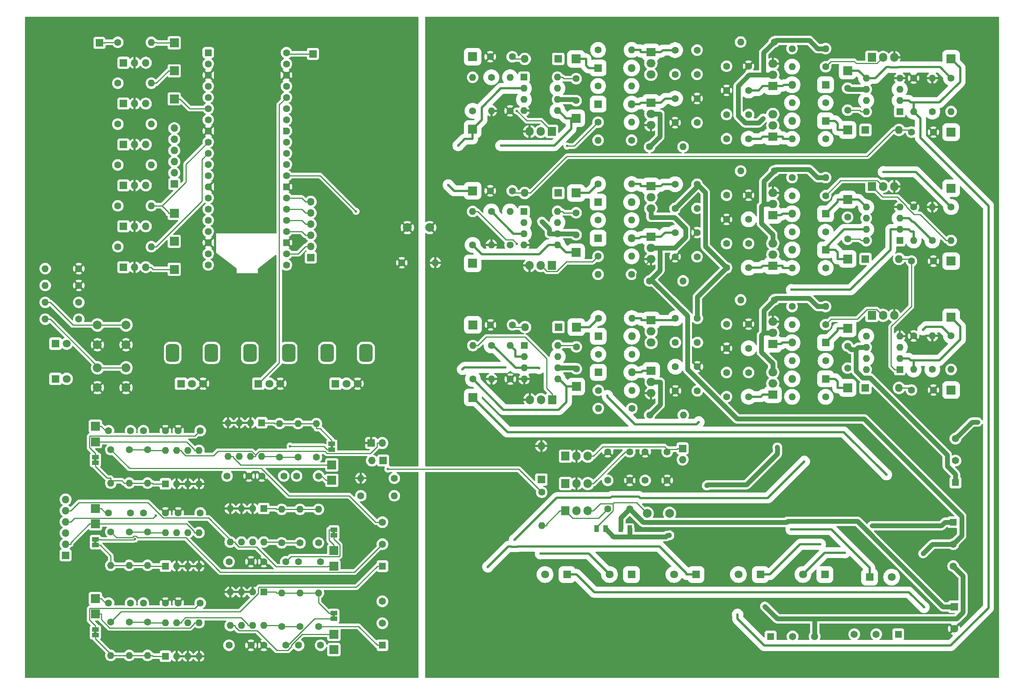
<source format=gbr>
%TF.GenerationSoftware,KiCad,Pcbnew,8.0.6*%
%TF.CreationDate,2025-02-16T13:00:18+00:00*%
%TF.ProjectId,PCB,5043422e-6b69-4636-9164-5f7063625858,rev?*%
%TF.SameCoordinates,Original*%
%TF.FileFunction,Copper,L1,Top*%
%TF.FilePolarity,Positive*%
%FSLAX46Y46*%
G04 Gerber Fmt 4.6, Leading zero omitted, Abs format (unit mm)*
G04 Created by KiCad (PCBNEW 8.0.6) date 2025-02-16 13:00:18*
%MOMM*%
%LPD*%
G01*
G04 APERTURE LIST*
G04 Aperture macros list*
%AMRoundRect*
0 Rectangle with rounded corners*
0 $1 Rounding radius*
0 $2 $3 $4 $5 $6 $7 $8 $9 X,Y pos of 4 corners*
0 Add a 4 corners polygon primitive as box body*
4,1,4,$2,$3,$4,$5,$6,$7,$8,$9,$2,$3,0*
0 Add four circle primitives for the rounded corners*
1,1,$1+$1,$2,$3*
1,1,$1+$1,$4,$5*
1,1,$1+$1,$6,$7*
1,1,$1+$1,$8,$9*
0 Add four rect primitives between the rounded corners*
20,1,$1+$1,$2,$3,$4,$5,0*
20,1,$1+$1,$4,$5,$6,$7,0*
20,1,$1+$1,$6,$7,$8,$9,0*
20,1,$1+$1,$8,$9,$2,$3,0*%
%AMFreePoly0*
4,1,28,0.605014,0.794986,0.644504,0.794986,0.724698,0.756366,0.780194,0.686777,0.800000,0.600000,0.800000,-0.600000,0.780194,-0.686777,0.724698,-0.756366,0.644504,-0.794986,0.605014,-0.794986,0.600000,-0.800000,0.000000,-0.800000,-0.178017,-0.779942,-0.347107,-0.720775,-0.498792,-0.625465,-0.625465,-0.498792,-0.720775,-0.347107,-0.779942,-0.178017,-0.800000,0.000000,-0.779942,0.178017,
-0.720775,0.347107,-0.625465,0.498792,-0.498792,0.625465,-0.347107,0.720775,-0.178017,0.779942,0.000000,0.800000,0.600000,0.800000,0.605014,0.794986,0.605014,0.794986,$1*%
%AMFreePoly1*
4,1,28,0.178017,0.779942,0.347107,0.720775,0.498792,0.625465,0.625465,0.498792,0.720775,0.347107,0.779942,0.178017,0.800000,0.000000,0.779942,-0.178017,0.720775,-0.347107,0.625465,-0.498792,0.498792,-0.625465,0.347107,-0.720775,0.178017,-0.779942,0.000000,-0.800000,-0.600000,-0.800000,-0.605014,-0.794986,-0.644504,-0.794986,-0.724698,-0.756366,-0.780194,-0.686777,-0.800000,-0.600000,
-0.800000,0.600000,-0.780194,0.686777,-0.724698,0.756366,-0.644504,0.794986,-0.605014,0.794986,-0.600000,0.800000,0.000000,0.800000,0.178017,0.779942,0.178017,0.779942,$1*%
G04 Aperture macros list end*
%TA.AperFunction,EtchedComponent*%
%ADD10C,0.000000*%
%TD*%
%TA.AperFunction,ComponentPad*%
%ADD11R,1.800000X1.800000*%
%TD*%
%TA.AperFunction,ComponentPad*%
%ADD12O,1.800000X1.800000*%
%TD*%
%TA.AperFunction,ComponentPad*%
%ADD13C,1.600000*%
%TD*%
%TA.AperFunction,ComponentPad*%
%ADD14R,2.000000X1.905000*%
%TD*%
%TA.AperFunction,ComponentPad*%
%ADD15O,2.000000X1.905000*%
%TD*%
%TA.AperFunction,ComponentPad*%
%ADD16O,1.600000X1.600000*%
%TD*%
%TA.AperFunction,ComponentPad*%
%ADD17R,1.905000X2.000000*%
%TD*%
%TA.AperFunction,ComponentPad*%
%ADD18O,1.905000X2.000000*%
%TD*%
%TA.AperFunction,ComponentPad*%
%ADD19R,1.650000X1.650000*%
%TD*%
%TA.AperFunction,ComponentPad*%
%ADD20C,1.650000*%
%TD*%
%TA.AperFunction,ComponentPad*%
%ADD21R,2.000000X2.000000*%
%TD*%
%TA.AperFunction,ComponentPad*%
%ADD22C,1.800000*%
%TD*%
%TA.AperFunction,SMDPad,CuDef*%
%ADD23R,1.500000X1.000000*%
%TD*%
%TA.AperFunction,ComponentPad*%
%ADD24R,1.700000X1.700000*%
%TD*%
%TA.AperFunction,ComponentPad*%
%ADD25O,1.700000X1.700000*%
%TD*%
%TA.AperFunction,ComponentPad*%
%ADD26C,2.000000*%
%TD*%
%TA.AperFunction,ComponentPad*%
%ADD27R,1.600000X1.600000*%
%TD*%
%TA.AperFunction,ComponentPad*%
%ADD28RoundRect,0.200000X-0.600000X-0.600000X0.600000X-0.600000X0.600000X0.600000X-0.600000X0.600000X0*%
%TD*%
%TA.AperFunction,ComponentPad*%
%ADD29FreePoly0,0.000000*%
%TD*%
%TA.AperFunction,ComponentPad*%
%ADD30FreePoly1,0.000000*%
%TD*%
%TA.AperFunction,SMDPad,CuDef*%
%ADD31R,1.000000X1.500000*%
%TD*%
%TA.AperFunction,ComponentPad*%
%ADD32RoundRect,0.750000X0.750000X-1.250000X0.750000X1.250000X-0.750000X1.250000X-0.750000X-1.250000X0*%
%TD*%
%TA.AperFunction,ViaPad*%
%ADD33C,0.600000*%
%TD*%
%TA.AperFunction,ViaPad*%
%ADD34C,1.200000*%
%TD*%
%TA.AperFunction,Conductor*%
%ADD35C,0.250000*%
%TD*%
%TA.AperFunction,Conductor*%
%ADD36C,1.100000*%
%TD*%
%TA.AperFunction,Conductor*%
%ADD37C,0.500000*%
%TD*%
G04 APERTURE END LIST*
D10*
%TA.AperFunction,EtchedComponent*%
%TO.C,JP2*%
G36*
X63880000Y-181800000D02*
G01*
X63280000Y-181800000D01*
X63280000Y-181300000D01*
X63880000Y-181300000D01*
X63880000Y-181800000D01*
G37*
%TD.AperFunction*%
%TA.AperFunction,EtchedComponent*%
%TO.C,JP5*%
G36*
X118060000Y-179600000D02*
G01*
X117460000Y-179600000D01*
X117460000Y-179100000D01*
X118060000Y-179100000D01*
X118060000Y-179600000D01*
G37*
%TD.AperFunction*%
%TA.AperFunction,EtchedComponent*%
%TO.C,JP6*%
G36*
X118060000Y-198600000D02*
G01*
X117460000Y-198600000D01*
X117460000Y-198100000D01*
X118060000Y-198100000D01*
X118060000Y-198600000D01*
G37*
%TD.AperFunction*%
%TA.AperFunction,EtchedComponent*%
%TO.C,JP4*%
G36*
X117600000Y-160100000D02*
G01*
X117000000Y-160100000D01*
X117000000Y-159600000D01*
X117600000Y-159600000D01*
X117600000Y-160100000D01*
G37*
%TD.AperFunction*%
%TA.AperFunction,EtchedComponent*%
%TO.C,JP1*%
G36*
X63880000Y-163100000D02*
G01*
X63280000Y-163100000D01*
X63280000Y-162600000D01*
X63880000Y-162600000D01*
X63880000Y-163100000D01*
G37*
%TD.AperFunction*%
%TA.AperFunction,EtchedComponent*%
%TO.C,JP3*%
G36*
X63880000Y-202300000D02*
G01*
X63280000Y-202300000D01*
X63280000Y-201800000D01*
X63880000Y-201800000D01*
X63880000Y-202300000D01*
G37*
%TD.AperFunction*%
%TD*%
D11*
%TO.P,D11,1,K*%
%TO.N,High 1B1*%
X229500000Y-115061000D03*
D12*
%TO.P,D11,2,A*%
%TO.N,High 1B2*%
X221880000Y-115061000D03*
%TD*%
D11*
%TO.P,D16,1,K*%
%TO.N,Low 2B1*%
X177800000Y-112422000D03*
D12*
%TO.P,D16,2,A*%
%TO.N,Low 2B2*%
X185420000Y-112422000D03*
%TD*%
D13*
%TO.P,C51,1*%
%TO.N,VPP*%
X200300000Y-69638000D03*
%TO.P,C51,2*%
%TO.N,High 2A2*%
X195300000Y-69638000D03*
%TD*%
%TO.P,C57,1*%
%TO.N,Net-(JP6-B)*%
X114760000Y-205000000D03*
%TO.P,C57,2*%
%TO.N,Net-(U15-+)*%
X109760000Y-205000000D03*
%TD*%
D14*
%TO.P,Q5,1,G*%
%TO.N,Low 2B2*%
X189800000Y-112098000D03*
D15*
%TO.P,Q5,2,D*%
%TO.N,Motor 2B*%
X189800000Y-114638000D03*
%TO.P,Q5,3,S*%
%TO.N,GND*%
X189800000Y-117178000D03*
%TD*%
D13*
%TO.P,C32,1*%
%TO.N,+12V*%
X185000000Y-161000000D03*
%TO.P,C32,2*%
%TO.N,GND*%
X180000000Y-161000000D03*
%TD*%
%TO.P,R10,1*%
%TO.N,Low 2B1*%
X177800000Y-108314000D03*
D16*
%TO.P,R10,2*%
%TO.N,Low 2B2*%
X185420000Y-108314000D03*
%TD*%
D13*
%TO.P,C40,1*%
%TO.N,Net-(JP3-A)*%
X87400000Y-195400000D03*
%TO.P,C40,2*%
%TO.N,GND1*%
X82400000Y-195400000D03*
%TD*%
D17*
%TO.P,Q1,1,B*%
%TO.N,Net-(Q1-B)*%
X167300000Y-118638000D03*
D18*
%TO.P,Q1,2,E*%
%TO.N,Net-(Q1-E)*%
X164760000Y-118638000D03*
%TO.P,Q1,3,C*%
%TO.N,GND*%
X162220000Y-118638000D03*
%TD*%
D19*
%TO.P,J25,1,Pin_1*%
%TO.N,Motor 2A*%
X217000000Y-203000000D03*
D20*
%TO.P,J25,2,Pin_2*%
%TO.N,Motor 2B*%
X222000000Y-203000000D03*
%TO.P,J25,3,Pin_3*%
%TO.N,Motor 2C*%
X227000000Y-203000000D03*
%TD*%
D13*
%TO.P,C1,1*%
%TO.N,+12V*%
X158300000Y-101638000D03*
%TO.P,C1,2*%
%TO.N,GND*%
X153300000Y-101638000D03*
%TD*%
D21*
%TO.P,TP29,1,1*%
%TO.N,Sensor 2B*%
X117760000Y-187000000D03*
%TD*%
D11*
%TO.P,J19,1,Pin_1*%
%TO.N,Gate 2BL*%
X200050000Y-188900000D03*
D22*
%TO.P,J19,2,Pin_2*%
%TO.N,Gate 2BH*%
X195050000Y-188900000D03*
%TD*%
D23*
%TO.P,JP2,1,A*%
%TO.N,Net-(JP2-A)*%
X63580000Y-180900000D03*
%TO.P,JP2,2,B*%
%TO.N,Net-(JP2-B)*%
X63580000Y-182200000D03*
%TD*%
D19*
%TO.P,J21,1,Pin_1*%
%TO.N,Net-(J21-Pin_1)*%
X128800000Y-187000000D03*
D20*
%TO.P,J21,2,Pin_2*%
%TO.N,Net-(J21-Pin_2)*%
X128800000Y-182000000D03*
%TO.P,J21,3,Pin_3*%
%TO.N,Net-(J21-Pin_3)*%
X128800000Y-177000000D03*
%TD*%
D13*
%TO.P,C20,1*%
%TO.N,Net-(C20-Pad1)*%
X207000000Y-102629000D03*
%TO.P,C20,2*%
%TO.N,GND*%
X212000000Y-102629000D03*
%TD*%
D17*
%TO.P,Q16,1,B*%
%TO.N,Net-(Q16-B)*%
X240000000Y-100629000D03*
D18*
%TO.P,Q16,2,E*%
%TO.N,Net-(Q16-E)*%
X242540000Y-100629000D03*
%TO.P,Q16,3,C*%
%TO.N,GND*%
X245080000Y-100629000D03*
%TD*%
D13*
%TO.P,C45,1*%
%TO.N,+3V3*%
X93940000Y-186000000D03*
%TO.P,C45,2*%
%TO.N,GND1*%
X98940000Y-186000000D03*
%TD*%
%TO.P,R9,1*%
%TO.N,Low 2A1*%
X149300000Y-83448000D03*
D16*
%TO.P,R9,2*%
%TO.N,Net-(Q3-B)*%
X149300000Y-75828000D03*
%TD*%
D17*
%TO.P,Q2,1,B*%
%TO.N,Net-(Q2-B)*%
X167355000Y-149138000D03*
D18*
%TO.P,Q2,2,E*%
%TO.N,Net-(Q2-E)*%
X164815000Y-149138000D03*
%TO.P,Q2,3,C*%
%TO.N,GND*%
X162275000Y-149138000D03*
%TD*%
D24*
%TO.P,J7,1,Pin_1*%
%TO.N,Sensor 1A*%
X56800000Y-184540000D03*
D25*
%TO.P,J7,2,Pin_2*%
%TO.N,Sensor 1B*%
X56800000Y-182000000D03*
%TO.P,J7,3,Pin_3*%
%TO.N,Sensor 1C*%
X56800000Y-179460000D03*
%TO.P,J7,4,Pin_4*%
%TO.N,Sensor 2A*%
X56800000Y-176920000D03*
%TO.P,J7,5,Pin_5*%
%TO.N,Sensor 2B*%
X56800000Y-174380000D03*
%TO.P,J7,6,Pin_6*%
%TO.N,Sensor 2C*%
X56800000Y-171840000D03*
%TD*%
D11*
%TO.P,D10,1,K*%
%TO.N,Net-(D10-K)*%
X238545000Y-117129000D03*
D12*
%TO.P,D10,2,A*%
%TO.N,+12V*%
X246165000Y-117129000D03*
%TD*%
D13*
%TO.P,C15,1*%
%TO.N,Net-(D7-K)*%
X234500000Y-141960000D03*
%TO.P,C15,2*%
%TO.N,Motor 1A*%
X234500000Y-136960000D03*
%TD*%
D14*
%TO.P,Q18,1,G*%
%TO.N,Low 1B2*%
X217500000Y-107169000D03*
D15*
%TO.P,Q18,2,D*%
%TO.N,Motor 1B*%
X217500000Y-104629000D03*
%TO.P,Q18,3,S*%
%TO.N,GND*%
X217500000Y-102089000D03*
%TD*%
D24*
%TO.P,J16,1,Pin_1*%
%TO.N,+5V*%
X69960000Y-119000000D03*
D25*
%TO.P,J16,2,Pin_2*%
%TO.N,GND1*%
X72500000Y-119000000D03*
%TO.P,J16,3,Pin_3*%
%TO.N,Hall 6*%
X75040000Y-119000000D03*
%TD*%
D21*
%TO.P,TP43,1,1*%
%TO.N,Gate 1BL*%
X258000000Y-117629000D03*
%TD*%
D13*
%TO.P,C34,1*%
%TO.N,Net-(J26-Pin_1)*%
X193500000Y-161000000D03*
%TO.P,C34,2*%
%TO.N,GND*%
X188500000Y-161000000D03*
%TD*%
D19*
%TO.P,J22,1,Pin_1*%
%TO.N,Net-(J22-Pin_1)*%
X128800000Y-205000000D03*
D20*
%TO.P,J22,2,Pin_2*%
%TO.N,Net-(J22-Pin_2)*%
X128800000Y-200000000D03*
%TO.P,J22,3,Pin_3*%
%TO.N,Net-(J22-Pin_3)*%
X128800000Y-195000000D03*
%TD*%
D13*
%TO.P,C18,1*%
%TO.N,Low 1B2*%
X212000000Y-108129000D03*
%TO.P,C18,2*%
%TO.N,GND*%
X207000000Y-108129000D03*
%TD*%
%TO.P,C26,1*%
%TO.N,Net-(C26-Pad1)*%
X200300000Y-116638000D03*
%TO.P,C26,2*%
%TO.N,GND*%
X195300000Y-116638000D03*
%TD*%
%TO.P,R7,1*%
%TO.N,Low 2B1*%
X149300000Y-113948000D03*
D16*
%TO.P,R7,2*%
%TO.N,Net-(Q1-B)*%
X149300000Y-106328000D03*
%TD*%
D13*
%TO.P,R14,1*%
%TO.N,+5V*%
X68675000Y-77158200D03*
D16*
%TO.P,R14,2*%
%TO.N,Hall 2*%
X76295000Y-77158200D03*
%TD*%
D14*
%TO.P,Q4,1,G*%
%TO.N,High 2B2*%
X189800000Y-100598000D03*
D15*
%TO.P,Q4,2,D*%
%TO.N,VPP*%
X189800000Y-103138000D03*
%TO.P,Q4,3,S*%
%TO.N,Motor 2B*%
X189800000Y-105678000D03*
%TD*%
D13*
%TO.P,R57,1*%
%TO.N,Net-(Q2-E)*%
X177855000Y-147030000D03*
D16*
%TO.P,R57,2*%
%TO.N,Low 2C2*%
X185475000Y-147030000D03*
%TD*%
D17*
%TO.P,U6,1,VI*%
%TO.N,VSS*%
X170380000Y-162000000D03*
D18*
%TO.P,U6,2,GND*%
%TO.N,GND*%
X172920000Y-162000000D03*
%TO.P,U6,3,VO*%
%TO.N,Net-(J26-Pin_1)*%
X175460000Y-162000000D03*
%TD*%
D24*
%TO.P,J5,1,Pin_1*%
%TO.N,+5V*%
X69960000Y-91105400D03*
D25*
%TO.P,J5,2,Pin_2*%
%TO.N,GND1*%
X72500000Y-91105400D03*
%TO.P,J5,3,Pin_3*%
%TO.N,Hall 3*%
X75040000Y-91105400D03*
%TD*%
D26*
%TO.P,FB1,1*%
%TO.N,GND*%
X139540000Y-110000000D03*
%TO.P,FB1,2*%
%TO.N,GND1*%
X134460000Y-110000000D03*
%TD*%
D13*
%TO.P,R71,1*%
%TO.N,Net-(J22-Pin_1)*%
X114260000Y-200700000D03*
D16*
%TO.P,R71,2*%
%TO.N,Net-(JP6-B)*%
X114260000Y-193080000D03*
%TD*%
D21*
%TO.P,TP48,1,1*%
%TO.N,High 1C1*%
X234500000Y-87798000D03*
%TD*%
D13*
%TO.P,R47,1*%
%TO.N,Low 1C1*%
X258000000Y-75988000D03*
D16*
%TO.P,R47,2*%
%TO.N,Net-(Q19-B)*%
X258000000Y-83608000D03*
%TD*%
D13*
%TO.P,R73,1*%
%TO.N,Net-(U15-+)*%
X110080000Y-200700000D03*
D16*
%TO.P,R73,2*%
%TO.N,Net-(JP6-B)*%
X110080000Y-193080000D03*
%TD*%
D27*
%TO.P,U15,1,-*%
%TO.N,Net-(JP6-B)*%
X101840000Y-192900000D03*
D16*
%TO.P,U15,2,GND*%
%TO.N,GND1*%
X99300000Y-192900000D03*
%TO.P,U15,3,REF2*%
X96760000Y-192900000D03*
%TO.P,U15,4,GND*%
X94220000Y-192900000D03*
%TO.P,U15,5*%
%TO.N,Sensor 2C*%
X94220000Y-200520000D03*
%TO.P,U15,6,V+*%
%TO.N,+3V3*%
X96760000Y-200520000D03*
%TO.P,U15,7,REF1*%
%TO.N,Reference Voltage*%
X99300000Y-200520000D03*
%TO.P,U15,8,+*%
%TO.N,Net-(U15-+)*%
X101840000Y-200520000D03*
%TD*%
D21*
%TO.P,TP28,1,1*%
%TO.N,Sensor 2A*%
X117300000Y-164000000D03*
%TD*%
%TO.P,TP22,1,1*%
%TO.N,Sensor 1B*%
X63580000Y-177400000D03*
%TD*%
D11*
%TO.P,D15,1,K*%
%TO.N,Low 1C1*%
X229500000Y-77514000D03*
D12*
%TO.P,D15,2,A*%
%TO.N,Low 1C2*%
X221880000Y-77514000D03*
%TD*%
D28*
%TO.P,U4,1,GPIO0*%
%TO.N,Button 2*%
X89220000Y-70240000D03*
D13*
%TO.P,U4,2,GPIO1*%
%TO.N,Button 1*%
X89220000Y-72780000D03*
D29*
%TO.P,U4,3,GND*%
%TO.N,GND1*%
X89220000Y-75320000D03*
D13*
%TO.P,U4,4,GPIO2*%
%TO.N,Hall 1*%
X89220000Y-77860000D03*
%TO.P,U4,5,GPIO3*%
%TO.N,Hall 2*%
X89220000Y-80400000D03*
%TO.P,U4,6,GPIO4*%
%TO.N,Hall 3*%
X89220000Y-82940000D03*
%TO.P,U4,7,GPIO5*%
%TO.N,Hall 4*%
X89220000Y-85480000D03*
D29*
%TO.P,U4,8,GND*%
%TO.N,GND1*%
X89220000Y-88020000D03*
D13*
%TO.P,U4,9,GPIO6*%
%TO.N,Hall 5*%
X89220000Y-90560000D03*
%TO.P,U4,10,GPIO7*%
%TO.N,Hall 6*%
X89220000Y-93100000D03*
%TO.P,U4,11,GPIO8*%
%TO.N,Net-(J8-Pin_6)*%
X89220000Y-95640000D03*
%TO.P,U4,12,GPIO9*%
%TO.N,Net-(J8-Pin_5)*%
X89220000Y-98180000D03*
D29*
%TO.P,U4,13,GND*%
%TO.N,GND1*%
X89220000Y-100720000D03*
D13*
%TO.P,U4,14,GPIO10*%
%TO.N,Net-(J8-Pin_4)*%
X89220000Y-103260000D03*
%TO.P,U4,15,GPIO11*%
%TO.N,Net-(J8-Pin_3)*%
X89220000Y-105800000D03*
%TO.P,U4,16,GPIO12*%
%TO.N,Net-(J8-Pin_2)*%
X89220000Y-108340000D03*
%TO.P,U4,17,GPIO13*%
%TO.N,Net-(J8-Pin_1)*%
X89220000Y-110880000D03*
D29*
%TO.P,U4,18,GND*%
%TO.N,GND1*%
X89220000Y-113420000D03*
D13*
%TO.P,U4,19,GPIO14*%
%TO.N,LED 1*%
X89220000Y-115960000D03*
%TO.P,U4,20,GPIO15*%
%TO.N,LED 2*%
X89220000Y-118500000D03*
%TO.P,U4,21,GPIO16*%
%TO.N,Net-(J1-Pin_1)*%
X107000000Y-118500000D03*
%TO.P,U4,22,GPIO17*%
%TO.N,Net-(J1-Pin_2)*%
X107000000Y-115960000D03*
D30*
%TO.P,U4,23,GND*%
%TO.N,GND1*%
X107000000Y-113420000D03*
D13*
%TO.P,U4,24,GPIO18*%
%TO.N,Net-(J1-Pin_3)*%
X107000000Y-110880000D03*
%TO.P,U4,25,GPIO19*%
%TO.N,Net-(J1-Pin_4)*%
X107000000Y-108340000D03*
%TO.P,U4,26,GPIO20*%
%TO.N,Net-(J1-Pin_5)*%
X107000000Y-105800000D03*
%TO.P,U4,27,GPIO21*%
%TO.N,Net-(J1-Pin_6)*%
X107000000Y-103260000D03*
D30*
%TO.P,U4,28,GND*%
%TO.N,GND1*%
X107000000Y-100720000D03*
D13*
%TO.P,U4,29,GPIO22*%
%TO.N,Voltage Control*%
X107000000Y-98180000D03*
%TO.P,U4,30,RUN*%
%TO.N,unconnected-(U4-RUN-Pad30)*%
X107000000Y-95640000D03*
%TO.P,U4,31,GPIO26_ADC0*%
%TO.N,Potentiometer 1*%
X107000000Y-93100000D03*
%TO.P,U4,32,GPIO27_ADC1*%
%TO.N,Potentiometer 2*%
X107000000Y-90560000D03*
D30*
%TO.P,U4,33,AGND*%
%TO.N,unconnected-(U4-AGND-Pad33)*%
X107000000Y-88020000D03*
D13*
%TO.P,U4,34,GPIO28_ADC2*%
%TO.N,Potentiometer 3*%
X107000000Y-85480000D03*
%TO.P,U4,35,ADC_VREF*%
%TO.N,unconnected-(U4-ADC_VREF-Pad35)*%
X107000000Y-82940000D03*
%TO.P,U4,36,3V3*%
%TO.N,+3V3*%
X107000000Y-80400000D03*
%TO.P,U4,37,3V3_EN*%
%TO.N,unconnected-(U4-3V3_EN-Pad37)*%
X107000000Y-77860000D03*
D30*
%TO.P,U4,38,GND*%
%TO.N,GND1*%
X107000000Y-75320000D03*
D13*
%TO.P,U4,39,VSYS*%
%TO.N,unconnected-(U4-VSYS-Pad39)*%
X107000000Y-72780000D03*
%TO.P,U4,40,VBUS*%
%TO.N,Net-(J23-Pin_1)*%
X107000000Y-70240000D03*
%TD*%
%TO.P,R12,1*%
%TO.N,Low 2A1*%
X177800000Y-77814000D03*
D16*
%TO.P,R12,2*%
%TO.N,Low 2A2*%
X185420000Y-77814000D03*
%TD*%
D21*
%TO.P,TP19,1,1*%
%TO.N,Hall 4*%
X81500000Y-113133300D03*
%TD*%
D13*
%TO.P,C28,1*%
%TO.N,Net-(C28-Pad1)*%
X200355000Y-147138000D03*
%TO.P,C28,2*%
%TO.N,GND*%
X195355000Y-147138000D03*
%TD*%
D21*
%TO.P,TP44,1,1*%
%TO.N,High 1B1*%
X234500000Y-117129000D03*
%TD*%
D13*
%TO.P,C17,1*%
%TO.N,Net-(D10-K)*%
X234500000Y-112629000D03*
%TO.P,C17,2*%
%TO.N,Motor 1B*%
X234500000Y-107629000D03*
%TD*%
D31*
%TO.P,JP8,1,A*%
%TO.N,Net-(D25-K)*%
X177500000Y-178500000D03*
%TO.P,JP8,2,B*%
%TO.N,VPP*%
X179500000Y-178500000D03*
%TD*%
D13*
%TO.P,R46,1*%
%TO.N,Gate 1CL*%
X253750000Y-83608000D03*
D16*
%TO.P,R46,2*%
%TO.N,GND*%
X253750000Y-75988000D03*
%TD*%
D13*
%TO.P,C41,1*%
%TO.N,+3V3*%
X74490000Y-195400000D03*
%TO.P,C41,2*%
%TO.N,GND1*%
X79490000Y-195400000D03*
%TD*%
%TO.P,C35,1*%
%TO.N,VSS*%
X185000000Y-174000000D03*
%TO.P,C35,2*%
%TO.N,Net-(Q10-G)*%
X180000000Y-174000000D03*
%TD*%
%TO.P,C6,1*%
%TO.N,Net-(D3-K)*%
X172800000Y-76138000D03*
%TO.P,C6,2*%
%TO.N,Motor 2A*%
X172800000Y-81138000D03*
%TD*%
D19*
%TO.P,J2,1,Pin_1*%
%TO.N,Motor 2A*%
X258500000Y-177000000D03*
D20*
%TO.P,J2,2,Pin_2*%
%TO.N,Motor 2B*%
X258500000Y-182000000D03*
%TO.P,J2,3,Pin_3*%
%TO.N,Motor 2C*%
X258500000Y-187000000D03*
%TD*%
D24*
%TO.P,J3,1,Pin_1*%
%TO.N,+5V*%
X69960000Y-72509100D03*
D25*
%TO.P,J3,2,Pin_2*%
%TO.N,GND1*%
X72500000Y-72509100D03*
%TO.P,J3,3,Pin_3*%
%TO.N,Hall 1*%
X75040000Y-72509100D03*
%TD*%
D13*
%TO.P,R54,1*%
%TO.N,High 2C1*%
X177855000Y-130598000D03*
D16*
%TO.P,R54,2*%
%TO.N,High 2C2*%
X185475000Y-130598000D03*
%TD*%
D13*
%TO.P,C25,1*%
%TO.N,Net-(C25-Pad1)*%
X207000000Y-73298000D03*
%TO.P,C25,2*%
%TO.N,GND*%
X212000000Y-73298000D03*
%TD*%
%TO.P,R34,1*%
%TO.N,Net-(Q13-E)*%
X229500000Y-132068000D03*
D16*
%TO.P,R34,2*%
%TO.N,Low 1A2*%
X221880000Y-132068000D03*
%TD*%
D13*
%TO.P,C54,1*%
%TO.N,Net-(JP1-B)*%
X66580000Y-156200000D03*
%TO.P,C54,2*%
%TO.N,Net-(U7-+)*%
X71580000Y-156200000D03*
%TD*%
%TO.P,R61,1*%
%TO.N,Net-(C27-Pad2)*%
X185475000Y-151138000D03*
D16*
%TO.P,R61,2*%
%TO.N,Motor 2C*%
X177855000Y-151138000D03*
%TD*%
D24*
%TO.P,J1,1,Pin_1*%
%TO.N,Net-(J1-Pin_1)*%
X112500000Y-116820000D03*
D25*
%TO.P,J1,2,Pin_2*%
%TO.N,Net-(J1-Pin_2)*%
X112500000Y-114280000D03*
%TO.P,J1,3,Pin_3*%
%TO.N,Net-(J1-Pin_3)*%
X112500000Y-111740000D03*
%TO.P,J1,4,Pin_4*%
%TO.N,Net-(J1-Pin_4)*%
X112500000Y-109200000D03*
%TO.P,J1,5,Pin_5*%
%TO.N,Net-(J1-Pin_5)*%
X112500000Y-106660000D03*
%TO.P,J1,6,Pin_6*%
%TO.N,Net-(J1-Pin_6)*%
X112500000Y-104120000D03*
%TD*%
D24*
%TO.P,J13,1,Pin_1*%
%TO.N,+5V*%
X69960000Y-100403600D03*
D25*
%TO.P,J13,2,Pin_2*%
%TO.N,GND1*%
X72500000Y-100403600D03*
%TO.P,J13,3,Pin_3*%
%TO.N,Hall 4*%
X75040000Y-100403600D03*
%TD*%
D13*
%TO.P,C5,1*%
%TO.N,Net-(D2-K)*%
X172855000Y-137138000D03*
%TO.P,C5,2*%
%TO.N,Motor 2C*%
X172855000Y-142138000D03*
%TD*%
%TO.P,C22,1*%
%TO.N,Net-(D13-K)*%
X234500000Y-83298000D03*
%TO.P,C22,2*%
%TO.N,Motor 1C*%
X234500000Y-78298000D03*
%TD*%
D11*
%TO.P,J17,1,Pin_1*%
%TO.N,Gate 1CL*%
X214700000Y-188900000D03*
D22*
%TO.P,J17,2,Pin_2*%
%TO.N,Gate 1CH*%
X209700000Y-188900000D03*
%TD*%
D13*
%TO.P,C8,1*%
%TO.N,Low 2C2*%
X195355000Y-141638000D03*
%TO.P,C8,2*%
%TO.N,GND*%
X200355000Y-141638000D03*
%TD*%
%TO.P,C38,1*%
%TO.N,Net-(JP2-A)*%
X74490000Y-174900000D03*
%TO.P,C38,2*%
%TO.N,GND1*%
X79490000Y-174900000D03*
%TD*%
D27*
%TO.P,U9,1,-*%
%TO.N,Net-(JP3-B)*%
X79500000Y-207500000D03*
D16*
%TO.P,U9,2,GND*%
%TO.N,GND1*%
X82040000Y-207500000D03*
%TO.P,U9,3,REF2*%
X84580000Y-207500000D03*
%TO.P,U9,4,GND*%
X87120000Y-207500000D03*
%TO.P,U9,5*%
%TO.N,Sensor 1C*%
X87120000Y-199880000D03*
%TO.P,U9,6,V+*%
%TO.N,+3V3*%
X84580000Y-199880000D03*
%TO.P,U9,7,REF1*%
%TO.N,Reference Voltage*%
X82040000Y-199880000D03*
%TO.P,U9,8,+*%
%TO.N,Net-(U9-+)*%
X79500000Y-199880000D03*
%TD*%
D13*
%TO.P,R17,1*%
%TO.N,+5V*%
X68675000Y-105052700D03*
D16*
%TO.P,R17,2*%
%TO.N,Hall 5*%
X76295000Y-105052700D03*
%TD*%
D21*
%TO.P,TP9,1,1*%
%TO.N,High 2C1*%
X172855000Y-132638000D03*
%TD*%
D13*
%TO.P,R80,1*%
%TO.N,Reference Voltage*%
X131500000Y-167000000D03*
D16*
%TO.P,R80,2*%
%TO.N,GND1*%
X123880000Y-167000000D03*
%TD*%
D13*
%TO.P,R35,1*%
%TO.N,Net-(C13-Pad2)*%
X221880000Y-127960000D03*
D16*
%TO.P,R35,2*%
%TO.N,Motor 1A*%
X229500000Y-127960000D03*
%TD*%
D13*
%TO.P,R49,1*%
%TO.N,High 1C1*%
X229500000Y-89838000D03*
D16*
%TO.P,R49,2*%
%TO.N,High 1C2*%
X221880000Y-89838000D03*
%TD*%
D13*
%TO.P,R74,1*%
%TO.N,GND1*%
X59810000Y-123166700D03*
D16*
%TO.P,R74,2*%
%TO.N,Net-(D26-K)*%
X52190000Y-123166700D03*
%TD*%
D21*
%TO.P,TP15,1,1*%
%TO.N,Hall 3*%
X81500000Y-80733300D03*
%TD*%
D13*
%TO.P,C12,1*%
%TO.N,Low 1A2*%
X212000000Y-137460000D03*
%TO.P,C12,2*%
%TO.N,GND*%
X207000000Y-137460000D03*
%TD*%
%TO.P,R37,1*%
%TO.N,GND*%
X249500000Y-105319000D03*
D16*
%TO.P,R37,2*%
%TO.N,Gate 1BH*%
X249500000Y-112939000D03*
%TD*%
D13*
%TO.P,R8,1*%
%TO.N,Low 2C1*%
X149355000Y-144448000D03*
D16*
%TO.P,R8,2*%
%TO.N,Net-(Q2-B)*%
X149355000Y-136828000D03*
%TD*%
D13*
%TO.P,R52,1*%
%TO.N,Motor 1C*%
X217810000Y-67798000D03*
D16*
%TO.P,R52,2*%
%TO.N,Net-(C25-Pad1)*%
X210190000Y-67798000D03*
%TD*%
D21*
%TO.P,TP17,1,1*%
%TO.N,Hall 6*%
X81500000Y-119500000D03*
%TD*%
%TO.P,TP5,1,1*%
%TO.N,Gate 2AH*%
X149300000Y-87598000D03*
%TD*%
D24*
%TO.P,J28,1,Pin_1*%
%TO.N,+5V*%
X64500000Y-68000000D03*
%TD*%
D27*
%TO.P,U11,1,VCC*%
%TO.N,+12V*%
X246340000Y-142300000D03*
D16*
%TO.P,U11,2,HIN*%
%TO.N,Gate 1AH*%
X246340000Y-139760000D03*
%TO.P,U11,3,LIN*%
%TO.N,Gate 1AL*%
X246340000Y-137220000D03*
%TO.P,U11,4,COM*%
%TO.N,GND*%
X246340000Y-134680000D03*
%TO.P,U11,5,LO*%
%TO.N,Low 1A1*%
X238720000Y-134680000D03*
%TO.P,U11,6,VS*%
%TO.N,Motor 1A*%
X238720000Y-137220000D03*
%TO.P,U11,7,HO*%
%TO.N,High 1A1*%
X238720000Y-139760000D03*
%TO.P,U11,8,VB*%
%TO.N,Net-(D7-K)*%
X238720000Y-142300000D03*
%TD*%
D21*
%TO.P,TP47,1,1*%
%TO.N,Gate 1CL*%
X258000000Y-88298000D03*
%TD*%
D13*
%TO.P,R45,1*%
%TO.N,GND*%
X249500000Y-75988000D03*
D16*
%TO.P,R45,2*%
%TO.N,Gate 1CH*%
X249500000Y-83608000D03*
%TD*%
D11*
%TO.P,D6,1,K*%
%TO.N,High 2A1*%
X177800000Y-73706000D03*
D12*
%TO.P,D6,2,A*%
%TO.N,High 2A2*%
X185420000Y-73706000D03*
%TD*%
D11*
%TO.P,RV3,1,1*%
%TO.N,+3V3*%
X118150000Y-145500000D03*
D22*
%TO.P,RV3,2,2*%
%TO.N,Potentiometer 3*%
X120650000Y-145500000D03*
%TO.P,RV3,3,3*%
%TO.N,GND1*%
X123150000Y-145500000D03*
D32*
%TO.P,RV3,MP*%
%TO.N,N/C*%
X116250000Y-138500000D03*
X125050000Y-138500000D03*
%TD*%
D13*
%TO.P,R19,1*%
%TO.N,Voltage Control*%
X165000000Y-170190000D03*
D16*
%TO.P,R19,2*%
%TO.N,Net-(Q10-G)*%
X165000000Y-177810000D03*
%TD*%
D11*
%TO.P,D4,1,K*%
%TO.N,High 2B1*%
X177800000Y-104206000D03*
D12*
%TO.P,D4,2,A*%
%TO.N,High 2B2*%
X185420000Y-104206000D03*
%TD*%
D13*
%TO.P,C36,1*%
%TO.N,+3V3*%
X74490000Y-156200000D03*
%TO.P,C36,2*%
%TO.N,GND1*%
X79490000Y-156200000D03*
%TD*%
D21*
%TO.P,TP23,1,1*%
%TO.N,Net-(JP3-B)*%
X63580000Y-194400000D03*
%TD*%
D13*
%TO.P,R13,1*%
%TO.N,+5V*%
X68675000Y-67860000D03*
D16*
%TO.P,R13,2*%
%TO.N,Hall 1*%
X76295000Y-67860000D03*
%TD*%
D21*
%TO.P,TP4,1,1*%
%TO.N,Gate 2CL*%
X149355000Y-132138000D03*
%TD*%
%TO.P,TP40,1,1*%
%TO.N,High 1A1*%
X234500000Y-146460000D03*
%TD*%
D27*
%TO.P,U14,1,-*%
%TO.N,Net-(JP5-B)*%
X101840000Y-173900000D03*
D16*
%TO.P,U14,2,GND*%
%TO.N,GND1*%
X99300000Y-173900000D03*
%TO.P,U14,3,REF2*%
X96760000Y-173900000D03*
%TO.P,U14,4,GND*%
X94220000Y-173900000D03*
%TO.P,U14,5*%
%TO.N,Sensor 2B*%
X94220000Y-181520000D03*
%TO.P,U14,6,V+*%
%TO.N,+3V3*%
X96760000Y-181520000D03*
%TO.P,U14,7,REF1*%
%TO.N,Reference Voltage*%
X99300000Y-181520000D03*
%TO.P,U14,8,+*%
%TO.N,Net-(U14-+)*%
X101840000Y-181520000D03*
%TD*%
D24*
%TO.P,J9,1,Pin_1*%
%TO.N,Reference Voltage*%
X128965000Y-163000000D03*
D25*
%TO.P,J9,2,Pin_2*%
%TO.N,+3V3*%
X126425000Y-163000000D03*
%TD*%
D21*
%TO.P,TP41,1,1*%
%TO.N,Low 1A1*%
X234500000Y-132960000D03*
%TD*%
D23*
%TO.P,JP5,1,A*%
%TO.N,Net-(JP5-A)*%
X117760000Y-180000000D03*
%TO.P,JP5,2,B*%
%TO.N,Net-(JP5-B)*%
X117760000Y-178700000D03*
%TD*%
D21*
%TO.P,TP16,1,1*%
%TO.N,Net-(JP1-B)*%
X63580000Y-155200000D03*
%TD*%
D13*
%TO.P,R32,1*%
%TO.N,Gate 1AL*%
X253750000Y-142270000D03*
D16*
%TO.P,R32,2*%
%TO.N,GND*%
X253750000Y-134650000D03*
%TD*%
D21*
%TO.P,TP20,1,1*%
%TO.N,Sensor 1A*%
X63580000Y-158700000D03*
%TD*%
D13*
%TO.P,R67,1*%
%TO.N,Net-(U13-+)*%
X105440000Y-162200000D03*
D16*
%TO.P,R67,2*%
%TO.N,Net-(JP4-B)*%
X105440000Y-154580000D03*
%TD*%
D14*
%TO.P,Q9,1,G*%
%TO.N,Low 2A2*%
X189800000Y-81598000D03*
D15*
%TO.P,Q9,2,D*%
%TO.N,Motor 2A*%
X189800000Y-84138000D03*
%TO.P,Q9,3,S*%
%TO.N,GND*%
X189800000Y-86678000D03*
%TD*%
D13*
%TO.P,R42,1*%
%TO.N,Net-(Q16-E)*%
X229500000Y-102737000D03*
D16*
%TO.P,R42,2*%
%TO.N,Low 1B2*%
X221880000Y-102737000D03*
%TD*%
D13*
%TO.P,C31,1*%
%TO.N,VSS*%
X180000000Y-167500000D03*
%TO.P,C31,2*%
%TO.N,GND*%
X185000000Y-167500000D03*
%TD*%
%TO.P,C39,1*%
%TO.N,+3V3*%
X87400000Y-174900000D03*
%TO.P,C39,2*%
%TO.N,GND1*%
X82400000Y-174900000D03*
%TD*%
D11*
%TO.P,D7,1,K*%
%TO.N,Net-(D7-K)*%
X238545000Y-146460000D03*
D12*
%TO.P,D7,2,A*%
%TO.N,+12V*%
X246165000Y-146460000D03*
%TD*%
D11*
%TO.P,RV1,1,1*%
%TO.N,+3V3*%
X83050000Y-145500000D03*
D22*
%TO.P,RV1,2,2*%
%TO.N,Potentiometer 1*%
X85550000Y-145500000D03*
%TO.P,RV1,3,3*%
%TO.N,GND1*%
X88050000Y-145500000D03*
D32*
%TO.P,RV1,MP*%
%TO.N,N/C*%
X81150000Y-138500000D03*
X89950000Y-138500000D03*
%TD*%
D13*
%TO.P,R21,1*%
%TO.N,Net-(U7-+)*%
X71260000Y-160500000D03*
D16*
%TO.P,R21,2*%
%TO.N,Net-(JP1-B)*%
X71260000Y-168120000D03*
%TD*%
D13*
%TO.P,C49,1*%
%TO.N,VPP*%
X207000000Y-119129000D03*
%TO.P,C49,2*%
%TO.N,High 1B2*%
X212000000Y-119129000D03*
%TD*%
%TO.P,R16,1*%
%TO.N,+5V*%
X68675000Y-95754500D03*
D16*
%TO.P,R16,2*%
%TO.N,Hall 4*%
X76295000Y-95754500D03*
%TD*%
D13*
%TO.P,C33,1*%
%TO.N,VSS*%
X188500000Y-167500000D03*
%TO.P,C33,2*%
%TO.N,GND*%
X193500000Y-167500000D03*
%TD*%
%TO.P,C30,1*%
%TO.N,Net-(C30-Pad1)*%
X200300000Y-86138000D03*
%TO.P,C30,2*%
%TO.N,GND*%
X195300000Y-86138000D03*
%TD*%
%TO.P,C47,1*%
%TO.N,+3V3*%
X93940000Y-205000000D03*
%TO.P,C47,2*%
%TO.N,GND1*%
X98940000Y-205000000D03*
%TD*%
D27*
%TO.P,U10,1,VCC*%
%TO.N,+12V*%
X246340000Y-112969000D03*
D16*
%TO.P,U10,2,HIN*%
%TO.N,Gate 1BH*%
X246340000Y-110429000D03*
%TO.P,U10,3,LIN*%
%TO.N,Gate 1BL*%
X246340000Y-107889000D03*
%TO.P,U10,4,COM*%
%TO.N,GND*%
X246340000Y-105349000D03*
%TO.P,U10,5,LO*%
%TO.N,Low 1B1*%
X238720000Y-105349000D03*
%TO.P,U10,6,VS*%
%TO.N,Motor 1B*%
X238720000Y-107889000D03*
%TO.P,U10,7,HO*%
%TO.N,High 1B1*%
X238720000Y-110429000D03*
%TO.P,U10,8,VB*%
%TO.N,Net-(D10-K)*%
X238720000Y-112969000D03*
%TD*%
D13*
%TO.P,R40,1*%
%TO.N,Low 1B1*%
X229500000Y-110953000D03*
D16*
%TO.P,R40,2*%
%TO.N,Low 1B2*%
X221880000Y-110953000D03*
%TD*%
D13*
%TO.P,R64,1*%
%TO.N,Motor 2A*%
X189490000Y-91638000D03*
D16*
%TO.P,R64,2*%
%TO.N,Net-(C30-Pad1)*%
X197110000Y-91638000D03*
%TD*%
D27*
%TO.P,U2,1,VCC*%
%TO.N,+12V*%
X161015000Y-136798000D03*
D16*
%TO.P,U2,2,HIN*%
%TO.N,Gate 2CH*%
X161015000Y-139338000D03*
%TO.P,U2,3,LIN*%
%TO.N,Gate 2CL*%
X161015000Y-141878000D03*
%TO.P,U2,4,COM*%
%TO.N,GND*%
X161015000Y-144418000D03*
%TO.P,U2,5,LO*%
%TO.N,Low 2C1*%
X168635000Y-144418000D03*
%TO.P,U2,6,VS*%
%TO.N,Motor 2C*%
X168635000Y-141878000D03*
%TO.P,U2,7,HO*%
%TO.N,High 2C1*%
X168635000Y-139338000D03*
%TO.P,U2,8,VB*%
%TO.N,Net-(D2-K)*%
X168635000Y-136798000D03*
%TD*%
D13*
%TO.P,C27,1*%
%TO.N,VPP*%
X195355000Y-136138000D03*
%TO.P,C27,2*%
%TO.N,Net-(C27-Pad2)*%
X200355000Y-136138000D03*
%TD*%
%TO.P,R68,1*%
%TO.N,Net-(J22-Pin_2)*%
X114260000Y-181700000D03*
D16*
%TO.P,R68,2*%
%TO.N,Net-(JP5-B)*%
X114260000Y-174080000D03*
%TD*%
D13*
%TO.P,R29,1*%
%TO.N,High 1A1*%
X229500000Y-148500000D03*
D16*
%TO.P,R29,2*%
%TO.N,High 1A2*%
X221880000Y-148500000D03*
%TD*%
D13*
%TO.P,C11,1*%
%TO.N,+12V*%
X249000000Y-146960000D03*
%TO.P,C11,2*%
%TO.N,GND*%
X254000000Y-146960000D03*
%TD*%
%TO.P,R5,1*%
%TO.N,GND*%
X157800000Y-83448000D03*
D16*
%TO.P,R5,2*%
%TO.N,Gate 2AH*%
X157800000Y-75828000D03*
%TD*%
D13*
%TO.P,C53,1*%
%TO.N,VPP*%
X200355000Y-130638000D03*
%TO.P,C53,2*%
%TO.N,High 2C2*%
X195355000Y-130638000D03*
%TD*%
%TO.P,R15,1*%
%TO.N,+5V*%
X68675000Y-86456400D03*
D16*
%TO.P,R15,2*%
%TO.N,Hall 3*%
X76295000Y-86456400D03*
%TD*%
D24*
%TO.P,J10,1,Pin_1*%
%TO.N,GND1*%
X126225000Y-159000000D03*
D25*
%TO.P,J10,2,Pin_2*%
%TO.N,Reference Voltage*%
X128765000Y-159000000D03*
%TD*%
D26*
%TO.P,SW2,1,1*%
%TO.N,Button 2*%
X64050000Y-141900000D03*
X70550000Y-141900000D03*
%TO.P,SW2,2,2*%
%TO.N,GND1*%
X64050000Y-146400000D03*
X70550000Y-146400000D03*
%TD*%
D13*
%TO.P,R38,1*%
%TO.N,Gate 1BL*%
X253750000Y-112939000D03*
D16*
%TO.P,R38,2*%
%TO.N,GND*%
X253750000Y-105319000D03*
%TD*%
D13*
%TO.P,C46,1*%
%TO.N,Net-(JP6-A)*%
X106850000Y-205000000D03*
%TO.P,C46,2*%
%TO.N,GND1*%
X101850000Y-205000000D03*
%TD*%
%TO.P,R48,1*%
%TO.N,Low 1C1*%
X229500000Y-81622000D03*
D16*
%TO.P,R48,2*%
%TO.N,Low 1C2*%
X221880000Y-81622000D03*
%TD*%
D11*
%TO.P,J12,1,Pin_1*%
%TO.N,Gate 1BL*%
X170750000Y-188900000D03*
D22*
%TO.P,J12,2,Pin_2*%
%TO.N,Gate 1BH*%
X165750000Y-188900000D03*
%TD*%
D13*
%TO.P,R30,1*%
%TO.N,Low 1A1*%
X229500000Y-140284000D03*
D16*
%TO.P,R30,2*%
%TO.N,Low 1A2*%
X221880000Y-140284000D03*
%TD*%
D21*
%TO.P,TP13,1,1*%
%TO.N,Hall 1*%
X81500000Y-68000000D03*
%TD*%
D13*
%TO.P,C55,1*%
%TO.N,Net-(JP2-B)*%
X66580000Y-174900000D03*
%TO.P,C55,2*%
%TO.N,Net-(U8-+)*%
X71580000Y-174900000D03*
%TD*%
%TO.P,R79,1*%
%TO.N,+3V3*%
X123880000Y-171000000D03*
D16*
%TO.P,R79,2*%
%TO.N,Reference Voltage*%
X131500000Y-171000000D03*
%TD*%
D13*
%TO.P,R3,1*%
%TO.N,GND*%
X157855000Y-144448000D03*
D16*
%TO.P,R3,2*%
%TO.N,Gate 2CH*%
X157855000Y-136828000D03*
%TD*%
D13*
%TO.P,C59,1*%
%TO.N,Net-(JP4-B)*%
X114300000Y-166500000D03*
%TO.P,C59,2*%
%TO.N,Net-(U13-+)*%
X109300000Y-166500000D03*
%TD*%
%TO.P,R76,1*%
%TO.N,+3V3*%
X59810000Y-127000000D03*
D16*
%TO.P,R76,2*%
%TO.N,Button 1*%
X52190000Y-127000000D03*
%TD*%
D21*
%TO.P,TP46,1,1*%
%TO.N,Gate 1CH*%
X258000000Y-71622000D03*
%TD*%
D13*
%TO.P,R77,1*%
%TO.N,GND1*%
X133190000Y-118000000D03*
D16*
%TO.P,R77,2*%
%TO.N,GND*%
X140810000Y-118000000D03*
%TD*%
D17*
%TO.P,U5,1,VI*%
%TO.N,VSS*%
X170380000Y-168222500D03*
D18*
%TO.P,U5,2,GND*%
%TO.N,GND*%
X172920000Y-168222500D03*
%TO.P,U5,3,VO*%
%TO.N,+12V*%
X175460000Y-168222500D03*
%TD*%
D13*
%TO.P,R2,1*%
%TO.N,Gate 2BL*%
X153550000Y-106328000D03*
D16*
%TO.P,R2,2*%
%TO.N,GND*%
X153550000Y-113948000D03*
%TD*%
D13*
%TO.P,R60,1*%
%TO.N,Motor 2B*%
X189490000Y-122138000D03*
D16*
%TO.P,R60,2*%
%TO.N,Net-(C26-Pad1)*%
X197110000Y-122138000D03*
%TD*%
D13*
%TO.P,C50,1*%
%TO.N,VPP*%
X207000000Y-89798000D03*
%TO.P,C50,2*%
%TO.N,High 1C2*%
X212000000Y-89798000D03*
%TD*%
D14*
%TO.P,Q8,1,G*%
%TO.N,High 2A2*%
X189800000Y-70098000D03*
D15*
%TO.P,Q8,2,D*%
%TO.N,VPP*%
X189800000Y-72638000D03*
%TO.P,Q8,3,S*%
%TO.N,Motor 2A*%
X189800000Y-75178000D03*
%TD*%
D13*
%TO.P,R18,1*%
%TO.N,+5V*%
X68675000Y-114350900D03*
D16*
%TO.P,R18,2*%
%TO.N,Hall 6*%
X76295000Y-114350900D03*
%TD*%
D23*
%TO.P,JP6,1,A*%
%TO.N,Net-(JP6-A)*%
X117760000Y-199000000D03*
%TO.P,JP6,2,B*%
%TO.N,Net-(JP6-B)*%
X117760000Y-197700000D03*
%TD*%
D19*
%TO.P,J24,1,Pin_1*%
%TO.N,Motor 1A*%
X246000000Y-202500000D03*
D20*
%TO.P,J24,2,Pin_2*%
%TO.N,Motor 1B*%
X241000000Y-202500000D03*
%TO.P,J24,3,Pin_3*%
%TO.N,Motor 1C*%
X236000000Y-202500000D03*
%TD*%
D13*
%TO.P,R59,1*%
%TO.N,Net-(C10-Pad2)*%
X185420000Y-120638000D03*
D16*
%TO.P,R59,2*%
%TO.N,Motor 2B*%
X177800000Y-120638000D03*
%TD*%
D11*
%TO.P,D2,1,K*%
%TO.N,Net-(D2-K)*%
X168810000Y-132638000D03*
D12*
%TO.P,D2,2,A*%
%TO.N,+12V*%
X161190000Y-132638000D03*
%TD*%
D13*
%TO.P,R39,1*%
%TO.N,Low 1B1*%
X258000000Y-105319000D03*
D16*
%TO.P,R39,2*%
%TO.N,Net-(Q16-B)*%
X258000000Y-112939000D03*
%TD*%
D13*
%TO.P,R70,1*%
%TO.N,Net-(U14-+)*%
X110080000Y-181700000D03*
D16*
%TO.P,R70,2*%
%TO.N,Net-(JP5-B)*%
X110080000Y-174080000D03*
%TD*%
D26*
%TO.P,SW1,1,1*%
%TO.N,Button 1*%
X64050000Y-132150000D03*
X70550000Y-132150000D03*
%TO.P,SW1,2,2*%
%TO.N,GND1*%
X64050000Y-136650000D03*
X70550000Y-136650000D03*
%TD*%
D21*
%TO.P,TP25,1,1*%
%TO.N,Net-(JP6-B)*%
X117760000Y-206000000D03*
%TD*%
D19*
%TO.P,J14,1,Pin_1*%
%TO.N,Motor 1A*%
X259000000Y-168000000D03*
D20*
%TO.P,J14,2,Pin_2*%
%TO.N,Motor 1B*%
X259000000Y-163000000D03*
%TO.P,J14,3,Pin_3*%
%TO.N,Motor 1C*%
X259000000Y-158000000D03*
%TD*%
D13*
%TO.P,R41,1*%
%TO.N,High 1B1*%
X229500000Y-119169000D03*
D16*
%TO.P,R41,2*%
%TO.N,High 1B2*%
X221880000Y-119169000D03*
%TD*%
D21*
%TO.P,TP49,1,1*%
%TO.N,Low 1C1*%
X234500000Y-74298000D03*
%TD*%
D14*
%TO.P,Q21,1,G*%
%TO.N,Low 1C2*%
X217500000Y-77838000D03*
D15*
%TO.P,Q21,2,D*%
%TO.N,Motor 1C*%
X217500000Y-75298000D03*
%TO.P,Q21,3,S*%
%TO.N,GND*%
X217500000Y-72758000D03*
%TD*%
D13*
%TO.P,R6,1*%
%TO.N,Gate 2AL*%
X153550000Y-75828000D03*
D16*
%TO.P,R6,2*%
%TO.N,GND*%
X153550000Y-83448000D03*
%TD*%
D11*
%TO.P,D5,1,K*%
%TO.N,High 2C1*%
X177855000Y-134706000D03*
D12*
%TO.P,D5,2,A*%
%TO.N,High 2C2*%
X185475000Y-134706000D03*
%TD*%
D11*
%TO.P,J18,1,Pin_1*%
%TO.N,Gate 2AL*%
X185400000Y-188900000D03*
D22*
%TO.P,J18,2,Pin_2*%
%TO.N,Gate 2AH*%
X180400000Y-188900000D03*
%TD*%
D13*
%TO.P,R69,1*%
%TO.N,Net-(U14-+)*%
X105900000Y-181700000D03*
D16*
%TO.P,R69,2*%
%TO.N,Net-(JP5-B)*%
X105900000Y-174080000D03*
%TD*%
D14*
%TO.P,Q7,1,G*%
%TO.N,Low 2C2*%
X189855000Y-142598000D03*
D15*
%TO.P,Q7,2,D*%
%TO.N,Motor 2C*%
X189855000Y-145138000D03*
%TO.P,Q7,3,S*%
%TO.N,GND*%
X189855000Y-147678000D03*
%TD*%
D11*
%TO.P,RV2,1,1*%
%TO.N,+3V3*%
X100600000Y-145500000D03*
D22*
%TO.P,RV2,2,2*%
%TO.N,Potentiometer 2*%
X103100000Y-145500000D03*
%TO.P,RV2,3,3*%
%TO.N,GND1*%
X105600000Y-145500000D03*
D32*
%TO.P,RV2,MP*%
%TO.N,N/C*%
X98700000Y-138500000D03*
X107500000Y-138500000D03*
%TD*%
D13*
%TO.P,C37,1*%
%TO.N,Net-(JP1-A)*%
X87400000Y-156200000D03*
%TO.P,C37,2*%
%TO.N,GND1*%
X82400000Y-156200000D03*
%TD*%
%TO.P,R23,1*%
%TO.N,Net-(J21-Pin_2)*%
X67080000Y-179200000D03*
D16*
%TO.P,R23,2*%
%TO.N,Net-(JP2-B)*%
X67080000Y-186820000D03*
%TD*%
D17*
%TO.P,Q13,1,B*%
%TO.N,Net-(Q13-B)*%
X240000000Y-129960000D03*
D18*
%TO.P,Q13,2,E*%
%TO.N,Net-(Q13-E)*%
X242540000Y-129960000D03*
%TO.P,Q13,3,C*%
%TO.N,GND*%
X245080000Y-129960000D03*
%TD*%
D21*
%TO.P,TP27,1,1*%
%TO.N,Net-(JP4-B)*%
X117300000Y-167500000D03*
%TD*%
D24*
%TO.P,J15,1,Pin_1*%
%TO.N,+5V*%
X69960000Y-109701800D03*
D25*
%TO.P,J15,2,Pin_2*%
%TO.N,GND1*%
X72500000Y-109701800D03*
%TO.P,J15,3,Pin_3*%
%TO.N,Hall 5*%
X75040000Y-109701800D03*
%TD*%
D11*
%TO.P,D8,1,K*%
%TO.N,High 1A1*%
X229500000Y-144392000D03*
D12*
%TO.P,D8,2,A*%
%TO.N,High 1A2*%
X221880000Y-144392000D03*
%TD*%
D13*
%TO.P,R78,1*%
%TO.N,+3V3*%
X59810000Y-130833300D03*
D16*
%TO.P,R78,2*%
%TO.N,Button 2*%
X52190000Y-130833300D03*
%TD*%
D13*
%TO.P,R43,1*%
%TO.N,Net-(C19-Pad2)*%
X221880000Y-98629000D03*
D16*
%TO.P,R43,2*%
%TO.N,Motor 1B*%
X229500000Y-98629000D03*
%TD*%
D13*
%TO.P,C29,1*%
%TO.N,VPP*%
X195300000Y-75138000D03*
%TO.P,C29,2*%
%TO.N,Net-(C29-Pad2)*%
X200300000Y-75138000D03*
%TD*%
D27*
%TO.P,U12,1,VCC*%
%TO.N,+12V*%
X246340000Y-83638000D03*
D16*
%TO.P,U12,2,HIN*%
%TO.N,Gate 1CH*%
X246340000Y-81098000D03*
%TO.P,U12,3,LIN*%
%TO.N,Gate 1CL*%
X246340000Y-78558000D03*
%TO.P,U12,4,COM*%
%TO.N,GND*%
X246340000Y-76018000D03*
%TO.P,U12,5,LO*%
%TO.N,Low 1C1*%
X238720000Y-76018000D03*
%TO.P,U12,6,VS*%
%TO.N,Motor 1C*%
X238720000Y-78558000D03*
%TO.P,U12,7,HO*%
%TO.N,High 1C1*%
X238720000Y-81098000D03*
%TO.P,U12,8,VB*%
%TO.N,Net-(D13-K)*%
X238720000Y-83638000D03*
%TD*%
D14*
%TO.P,Q14,1,G*%
%TO.N,High 1A2*%
X217500000Y-148000000D03*
D15*
%TO.P,Q14,2,D*%
%TO.N,VPP*%
X217500000Y-145460000D03*
%TO.P,Q14,3,S*%
%TO.N,Motor 1A*%
X217500000Y-142920000D03*
%TD*%
D21*
%TO.P,TP7,1,1*%
%TO.N,High 2B1*%
X172800000Y-102138000D03*
%TD*%
D13*
%TO.P,R58,1*%
%TO.N,Net-(Q3-E)*%
X177800000Y-86030000D03*
D16*
%TO.P,R58,2*%
%TO.N,Low 2A2*%
X185420000Y-86030000D03*
%TD*%
D21*
%TO.P,TP12,1,1*%
%TO.N,Low 2A1*%
X172800000Y-85138000D03*
%TD*%
D27*
%TO.P,U1,1,VCC*%
%TO.N,+12V*%
X160960000Y-106298000D03*
D16*
%TO.P,U1,2,HIN*%
%TO.N,Gate 2BH*%
X160960000Y-108838000D03*
%TO.P,U1,3,LIN*%
%TO.N,Gate 2BL*%
X160960000Y-111378000D03*
%TO.P,U1,4,COM*%
%TO.N,GND*%
X160960000Y-113918000D03*
%TO.P,U1,5,LO*%
%TO.N,Low 2B1*%
X168580000Y-113918000D03*
%TO.P,U1,6,VS*%
%TO.N,Motor 2B*%
X168580000Y-111378000D03*
%TO.P,U1,7,HO*%
%TO.N,High 2B1*%
X168580000Y-108838000D03*
%TO.P,U1,8,VB*%
%TO.N,Net-(D1-K)*%
X168580000Y-106298000D03*
%TD*%
D21*
%TO.P,TP18,1,1*%
%TO.N,Hall 5*%
X81500000Y-106766700D03*
%TD*%
D13*
%TO.P,C14,1*%
%TO.N,Net-(C14-Pad1)*%
X207000000Y-131960000D03*
%TO.P,C14,2*%
%TO.N,GND*%
X212000000Y-131960000D03*
%TD*%
%TO.P,R24,1*%
%TO.N,Net-(U8-+)*%
X71260000Y-179200000D03*
D16*
%TO.P,R24,2*%
%TO.N,Net-(JP2-B)*%
X71260000Y-186820000D03*
%TD*%
D24*
%TO.P,J4,1,Pin_1*%
%TO.N,+5V*%
X69960000Y-81807300D03*
D25*
%TO.P,J4,2,Pin_2*%
%TO.N,GND1*%
X72500000Y-81807300D03*
%TO.P,J4,3,Pin_3*%
%TO.N,Hall 2*%
X75040000Y-81807300D03*
%TD*%
D13*
%TO.P,C52,1*%
%TO.N,VPP*%
X200300000Y-100138000D03*
%TO.P,C52,2*%
%TO.N,High 2B2*%
X195300000Y-100138000D03*
%TD*%
D17*
%TO.P,Q19,1,B*%
%TO.N,Net-(Q19-B)*%
X240000000Y-71298000D03*
D18*
%TO.P,Q19,2,E*%
%TO.N,Net-(Q19-E)*%
X242540000Y-71298000D03*
%TO.P,Q19,3,C*%
%TO.N,GND*%
X245080000Y-71298000D03*
%TD*%
D13*
%TO.P,C19,1*%
%TO.N,VPP*%
X212000000Y-113629000D03*
%TO.P,C19,2*%
%TO.N,Net-(C19-Pad2)*%
X207000000Y-113629000D03*
%TD*%
%TO.P,C3,1*%
%TO.N,+12V*%
X158300000Y-71138000D03*
%TO.P,C3,2*%
%TO.N,GND*%
X153300000Y-71138000D03*
%TD*%
%TO.P,R50,1*%
%TO.N,Net-(Q19-E)*%
X229500000Y-73406000D03*
D16*
%TO.P,R50,2*%
%TO.N,Low 1C2*%
X221880000Y-73406000D03*
%TD*%
D21*
%TO.P,TP26,1,1*%
%TO.N,Net-(JP5-B)*%
X117760000Y-183500000D03*
%TD*%
D14*
%TO.P,Q17,1,G*%
%TO.N,High 1B2*%
X217500000Y-118669000D03*
D15*
%TO.P,Q17,2,D*%
%TO.N,VPP*%
X217500000Y-116129000D03*
%TO.P,Q17,3,S*%
%TO.N,Motor 1B*%
X217500000Y-113589000D03*
%TD*%
D11*
%TO.P,D13,1,K*%
%TO.N,Net-(D13-K)*%
X238545000Y-87798000D03*
D12*
%TO.P,D13,2,A*%
%TO.N,+12V*%
X246165000Y-87798000D03*
%TD*%
D21*
%TO.P,TP11,1,1*%
%TO.N,High 2A1*%
X172800000Y-71638000D03*
%TD*%
%TO.P,TP2,1,1*%
%TO.N,Gate 2BL*%
X149300000Y-101638000D03*
%TD*%
D24*
%TO.P,J23,1,Pin_1*%
%TO.N,Net-(J23-Pin_1)*%
X113000000Y-70500000D03*
%TD*%
D13*
%TO.P,R65,1*%
%TO.N,Net-(J22-Pin_3)*%
X113800000Y-162200000D03*
D16*
%TO.P,R65,2*%
%TO.N,Net-(JP4-B)*%
X113800000Y-154580000D03*
%TD*%
D13*
%TO.P,R11,1*%
%TO.N,Low 2C1*%
X177855000Y-138814000D03*
D16*
%TO.P,R11,2*%
%TO.N,Low 2C2*%
X185475000Y-138814000D03*
%TD*%
D13*
%TO.P,C21,1*%
%TO.N,+12V*%
X249000000Y-88298000D03*
%TO.P,C21,2*%
%TO.N,GND*%
X254000000Y-88298000D03*
%TD*%
%TO.P,R44,1*%
%TO.N,Motor 1B*%
X217810000Y-97129000D03*
D16*
%TO.P,R44,2*%
%TO.N,Net-(C20-Pad1)*%
X210190000Y-97129000D03*
%TD*%
D13*
%TO.P,R20,1*%
%TO.N,Net-(U7-+)*%
X75440000Y-160500000D03*
D16*
%TO.P,R20,2*%
%TO.N,Net-(JP1-B)*%
X75440000Y-168120000D03*
%TD*%
D21*
%TO.P,TP24,1,1*%
%TO.N,Sensor 1C*%
X63580000Y-197900000D03*
%TD*%
D13*
%TO.P,C10,1*%
%TO.N,VPP*%
X195300000Y-105638000D03*
%TO.P,C10,2*%
%TO.N,Net-(C10-Pad2)*%
X200300000Y-105638000D03*
%TD*%
%TO.P,C24,1*%
%TO.N,VPP*%
X212000000Y-84298000D03*
%TO.P,C24,2*%
%TO.N,Net-(C24-Pad2)*%
X207000000Y-84298000D03*
%TD*%
D21*
%TO.P,TP21,1,1*%
%TO.N,Net-(JP2-B)*%
X63580000Y-173900000D03*
%TD*%
%TO.P,TP6,1,1*%
%TO.N,Gate 2AL*%
X149300000Y-71138000D03*
%TD*%
D13*
%TO.P,C2,1*%
%TO.N,+12V*%
X158355000Y-132138000D03*
%TO.P,C2,2*%
%TO.N,GND*%
X153355000Y-132138000D03*
%TD*%
D23*
%TO.P,JP4,1,A*%
%TO.N,Net-(JP4-A)*%
X117300000Y-160500000D03*
%TO.P,JP4,2,B*%
%TO.N,Net-(JP4-B)*%
X117300000Y-159200000D03*
%TD*%
D13*
%TO.P,R27,1*%
%TO.N,Net-(U9-+)*%
X75440000Y-199700000D03*
D16*
%TO.P,R27,2*%
%TO.N,Net-(JP3-B)*%
X75440000Y-207320000D03*
%TD*%
D27*
%TO.P,U8,1,-*%
%TO.N,Net-(JP2-B)*%
X79500000Y-187000000D03*
D16*
%TO.P,U8,2,GND*%
%TO.N,GND1*%
X82040000Y-187000000D03*
%TO.P,U8,3,REF2*%
X84580000Y-187000000D03*
%TO.P,U8,4,GND*%
X87120000Y-187000000D03*
%TO.P,U8,5*%
%TO.N,Sensor 1B*%
X87120000Y-179380000D03*
%TO.P,U8,6,V+*%
%TO.N,+3V3*%
X84580000Y-179380000D03*
%TO.P,U8,7,REF1*%
%TO.N,Reference Voltage*%
X82040000Y-179380000D03*
%TO.P,U8,8,+*%
%TO.N,Net-(U8-+)*%
X79500000Y-179380000D03*
%TD*%
D21*
%TO.P,TP14,1,1*%
%TO.N,Hall 2*%
X81500000Y-74366700D03*
%TD*%
D14*
%TO.P,Q20,1,G*%
%TO.N,High 1C2*%
X217500000Y-89338000D03*
D15*
%TO.P,Q20,2,D*%
%TO.N,VPP*%
X217500000Y-86798000D03*
%TO.P,Q20,3,S*%
%TO.N,Motor 1C*%
X217500000Y-84258000D03*
%TD*%
D13*
%TO.P,C43,1*%
%TO.N,+3V3*%
X93480000Y-166500000D03*
%TO.P,C43,2*%
%TO.N,GND1*%
X98480000Y-166500000D03*
%TD*%
%TO.P,R62,1*%
%TO.N,Motor 2C*%
X189545000Y-152638000D03*
D16*
%TO.P,R62,2*%
%TO.N,Net-(C28-Pad1)*%
X197165000Y-152638000D03*
%TD*%
D13*
%TO.P,R72,1*%
%TO.N,Net-(U15-+)*%
X105900000Y-200700000D03*
D16*
%TO.P,R72,2*%
%TO.N,Net-(JP6-B)*%
X105900000Y-193080000D03*
%TD*%
D13*
%TO.P,R53,1*%
%TO.N,High 2B1*%
X177800000Y-100098000D03*
D16*
%TO.P,R53,2*%
%TO.N,High 2B2*%
X185420000Y-100098000D03*
%TD*%
D21*
%TO.P,TP38,1,1*%
%TO.N,Gate 1AH*%
X258000000Y-130392000D03*
%TD*%
D24*
%TO.P,J8,1,Pin_1*%
%TO.N,Net-(J8-Pin_1)*%
X81500000Y-100100000D03*
D25*
%TO.P,J8,2,Pin_2*%
%TO.N,Net-(J8-Pin_2)*%
X81500000Y-97560000D03*
%TO.P,J8,3,Pin_3*%
%TO.N,Net-(J8-Pin_3)*%
X81500000Y-95020000D03*
%TO.P,J8,4,Pin_4*%
%TO.N,Net-(J8-Pin_4)*%
X81500000Y-92480000D03*
%TO.P,J8,5,Pin_5*%
%TO.N,Net-(J8-Pin_5)*%
X81500000Y-89940000D03*
%TO.P,J8,6,Pin_6*%
%TO.N,Net-(J8-Pin_6)*%
X81500000Y-87400000D03*
%TD*%
D13*
%TO.P,C4,1*%
%TO.N,Net-(D1-K)*%
X172800000Y-106638000D03*
%TO.P,C4,2*%
%TO.N,Motor 2B*%
X172800000Y-111638000D03*
%TD*%
D11*
%TO.P,D25,1,K*%
%TO.N,Net-(D25-K)*%
X164900000Y-167310000D03*
D12*
%TO.P,D25,2,A*%
%TO.N,GND*%
X164900000Y-159690000D03*
%TD*%
D11*
%TO.P,D1,1,K*%
%TO.N,Net-(D1-K)*%
X168755000Y-102138000D03*
D12*
%TO.P,D1,2,A*%
%TO.N,+12V*%
X161135000Y-102138000D03*
%TD*%
D13*
%TO.P,R56,1*%
%TO.N,Net-(Q1-E)*%
X177800000Y-116530000D03*
D16*
%TO.P,R56,2*%
%TO.N,Low 2B2*%
X185420000Y-116530000D03*
%TD*%
D23*
%TO.P,JP1,1,A*%
%TO.N,Net-(JP1-A)*%
X63580000Y-162200000D03*
%TO.P,JP1,2,B*%
%TO.N,Net-(JP1-B)*%
X63580000Y-163500000D03*
%TD*%
D11*
%TO.P,D18,1,K*%
%TO.N,Low 2A1*%
X177800000Y-81922000D03*
D12*
%TO.P,D18,2,A*%
%TO.N,Low 2A2*%
X185420000Y-81922000D03*
%TD*%
D13*
%TO.P,C58,1*%
%TO.N,Net-(JP5-B)*%
X114760000Y-186000000D03*
%TO.P,C58,2*%
%TO.N,Net-(U14-+)*%
X109760000Y-186000000D03*
%TD*%
%TO.P,R75,1*%
%TO.N,GND1*%
X59810000Y-119333300D03*
D16*
%TO.P,R75,2*%
%TO.N,Net-(D27-K)*%
X52190000Y-119333300D03*
%TD*%
D21*
%TO.P,TP3,1,1*%
%TO.N,Gate 2CH*%
X149355000Y-148638000D03*
%TD*%
D11*
%TO.P,D3,1,K*%
%TO.N,Net-(D3-K)*%
X168755000Y-71638000D03*
D12*
%TO.P,D3,2,A*%
%TO.N,+12V*%
X161135000Y-71638000D03*
%TD*%
D13*
%TO.P,R4,1*%
%TO.N,Gate 2CL*%
X153605000Y-136828000D03*
D16*
%TO.P,R4,2*%
%TO.N,GND*%
X153605000Y-144448000D03*
%TD*%
D13*
%TO.P,R51,1*%
%TO.N,Net-(C24-Pad2)*%
X221880000Y-69298000D03*
D16*
%TO.P,R51,2*%
%TO.N,Motor 1C*%
X229500000Y-69298000D03*
%TD*%
D21*
%TO.P,TP8,1,1*%
%TO.N,Low 2B1*%
X172800000Y-115638000D03*
%TD*%
D27*
%TO.P,U7,1,-*%
%TO.N,Net-(JP1-B)*%
X79500000Y-168300000D03*
D16*
%TO.P,U7,2,GND*%
%TO.N,GND1*%
X82040000Y-168300000D03*
%TO.P,U7,3,REF2*%
X84580000Y-168300000D03*
%TO.P,U7,4,GND*%
X87120000Y-168300000D03*
%TO.P,U7,5*%
%TO.N,Sensor 1A*%
X87120000Y-160680000D03*
%TO.P,U7,6,V+*%
%TO.N,+3V3*%
X84580000Y-160680000D03*
%TO.P,U7,7,REF1*%
%TO.N,Reference Voltage*%
X82040000Y-160680000D03*
%TO.P,U7,8,+*%
%TO.N,Net-(U7-+)*%
X79500000Y-160680000D03*
%TD*%
D13*
%TO.P,C9,1*%
%TO.N,Low 2A2*%
X195300000Y-80638000D03*
%TO.P,C9,2*%
%TO.N,GND*%
X200300000Y-80638000D03*
%TD*%
%TO.P,R22,1*%
%TO.N,Net-(J21-Pin_3)*%
X67080000Y-160500000D03*
D16*
%TO.P,R22,2*%
%TO.N,Net-(JP1-B)*%
X67080000Y-168120000D03*
%TD*%
D13*
%TO.P,R33,1*%
%TO.N,Low 1A1*%
X258000000Y-134650000D03*
D16*
%TO.P,R33,2*%
%TO.N,Net-(Q13-B)*%
X258000000Y-142270000D03*
%TD*%
D13*
%TO.P,R31,1*%
%TO.N,GND*%
X249500000Y-134650000D03*
D16*
%TO.P,R31,2*%
%TO.N,Gate 1AH*%
X249500000Y-142270000D03*
%TD*%
D27*
%TO.P,U13,1,-*%
%TO.N,Net-(JP4-B)*%
X101380000Y-154400000D03*
D16*
%TO.P,U13,2,GND*%
%TO.N,GND1*%
X98840000Y-154400000D03*
%TO.P,U13,3,REF2*%
X96300000Y-154400000D03*
%TO.P,U13,4,GND*%
X93760000Y-154400000D03*
%TO.P,U13,5*%
%TO.N,Sensor 2A*%
X93760000Y-162020000D03*
%TO.P,U13,6,V+*%
%TO.N,+3V3*%
X96300000Y-162020000D03*
%TO.P,U13,7,REF1*%
%TO.N,Reference Voltage*%
X98840000Y-162020000D03*
%TO.P,U13,8,+*%
%TO.N,Net-(U13-+)*%
X101380000Y-162020000D03*
%TD*%
D11*
%TO.P,D9,1,K*%
%TO.N,Low 1A1*%
X229500000Y-136176000D03*
D12*
%TO.P,D9,2,A*%
%TO.N,Low 1A2*%
X221880000Y-136176000D03*
%TD*%
D23*
%TO.P,JP3,1,A*%
%TO.N,Net-(JP3-A)*%
X63580000Y-201400000D03*
%TO.P,JP3,2,B*%
%TO.N,Net-(JP3-B)*%
X63580000Y-202700000D03*
%TD*%
D11*
%TO.P,J20,1,Pin_1*%
%TO.N,Gate 2CL*%
X239500000Y-189500000D03*
D22*
%TO.P,J20,2,Pin_2*%
%TO.N,Gate 2CH*%
X244500000Y-189500000D03*
%TD*%
D11*
%TO.P,J11,1,Pin_1*%
%TO.N,Gate 1AL*%
X229350000Y-188900000D03*
D22*
%TO.P,J11,2,Pin_2*%
%TO.N,Gate 1AH*%
X224350000Y-188900000D03*
%TD*%
D13*
%TO.P,R25,1*%
%TO.N,Net-(U8-+)*%
X75440000Y-179200000D03*
D16*
%TO.P,R25,2*%
%TO.N,Net-(JP2-B)*%
X75440000Y-186820000D03*
%TD*%
D21*
%TO.P,TP45,1,1*%
%TO.N,Low 1B1*%
X234500000Y-103629000D03*
%TD*%
D14*
%TO.P,Q6,1,G*%
%TO.N,High 2C2*%
X189855000Y-131098000D03*
D15*
%TO.P,Q6,2,D*%
%TO.N,VPP*%
X189855000Y-133638000D03*
%TO.P,Q6,3,S*%
%TO.N,Motor 2C*%
X189855000Y-136178000D03*
%TD*%
D21*
%TO.P,TP42,1,1*%
%TO.N,Gate 1BH*%
X258000000Y-101061000D03*
%TD*%
D11*
%TO.P,D12,1,K*%
%TO.N,Low 1B1*%
X229500000Y-106845000D03*
D12*
%TO.P,D12,2,A*%
%TO.N,Low 1B2*%
X221880000Y-106845000D03*
%TD*%
D24*
%TO.P,J26,1,Pin_1*%
%TO.N,Net-(J26-Pin_1)*%
X197000000Y-160225000D03*
D25*
%TO.P,J26,2,Pin_2*%
X197000000Y-162765000D03*
%TD*%
D21*
%TO.P,TP30,1,1*%
%TO.N,Sensor 2C*%
X117760000Y-202500000D03*
%TD*%
D13*
%TO.P,R36,1*%
%TO.N,Motor 1A*%
X217810000Y-126460000D03*
D16*
%TO.P,R36,2*%
%TO.N,Net-(C14-Pad1)*%
X210190000Y-126460000D03*
%TD*%
D13*
%TO.P,C16,1*%
%TO.N,+12V*%
X249000000Y-117629000D03*
%TO.P,C16,2*%
%TO.N,GND*%
X254000000Y-117629000D03*
%TD*%
%TO.P,C23,1*%
%TO.N,Low 1C2*%
X212000000Y-78798000D03*
%TO.P,C23,2*%
%TO.N,GND*%
X207000000Y-78798000D03*
%TD*%
D26*
%TO.P,FB2,1*%
%TO.N,Net-(D25-K)*%
X188960000Y-175000000D03*
%TO.P,FB2,2*%
%TO.N,VPP*%
X194040000Y-175000000D03*
%TD*%
D13*
%TO.P,R26,1*%
%TO.N,Net-(J21-Pin_1)*%
X67080000Y-199700000D03*
D16*
%TO.P,R26,2*%
%TO.N,Net-(JP3-B)*%
X67080000Y-207320000D03*
%TD*%
D21*
%TO.P,TP1,1,1*%
%TO.N,Gate 2BH*%
X149300000Y-118138000D03*
%TD*%
D13*
%TO.P,R1,1*%
%TO.N,GND*%
X157800000Y-113948000D03*
D16*
%TO.P,R1,2*%
%TO.N,Gate 2BH*%
X157800000Y-106328000D03*
%TD*%
D11*
%TO.P,D27,1,K*%
%TO.N,Net-(D27-K)*%
X54510000Y-144400000D03*
D22*
%TO.P,D27,2,A*%
%TO.N,LED 2*%
X57050000Y-144400000D03*
%TD*%
D13*
%TO.P,R66,1*%
%TO.N,Net-(U13-+)*%
X109620000Y-162200000D03*
D16*
%TO.P,R66,2*%
%TO.N,Net-(JP4-B)*%
X109620000Y-154580000D03*
%TD*%
D13*
%TO.P,C42,1*%
%TO.N,Net-(JP4-A)*%
X106390000Y-166500000D03*
%TO.P,C42,2*%
%TO.N,GND1*%
X101390000Y-166500000D03*
%TD*%
%TO.P,R55,1*%
%TO.N,High 2A1*%
X177800000Y-69598000D03*
D16*
%TO.P,R55,2*%
%TO.N,High 2A2*%
X185420000Y-69598000D03*
%TD*%
D14*
%TO.P,Q15,1,G*%
%TO.N,Low 1A2*%
X217500000Y-136500000D03*
D15*
%TO.P,Q15,2,D*%
%TO.N,Motor 1A*%
X217500000Y-133960000D03*
%TO.P,Q15,3,S*%
%TO.N,GND*%
X217500000Y-131420000D03*
%TD*%
D31*
%TO.P,JP7,1,A*%
%TO.N,VSS*%
X183000000Y-178500000D03*
%TO.P,JP7,2,B*%
%TO.N,VPP*%
X185000000Y-178500000D03*
%TD*%
D13*
%TO.P,C13,1*%
%TO.N,VPP*%
X212000000Y-142960000D03*
%TO.P,C13,2*%
%TO.N,Net-(C13-Pad2)*%
X207000000Y-142960000D03*
%TD*%
D11*
%TO.P,D17,1,K*%
%TO.N,Low 2C1*%
X177855000Y-142922000D03*
D12*
%TO.P,D17,2,A*%
%TO.N,Low 2C2*%
X185475000Y-142922000D03*
%TD*%
D13*
%TO.P,C7,1*%
%TO.N,Low 2B2*%
X195300000Y-111138000D03*
%TO.P,C7,2*%
%TO.N,GND*%
X200300000Y-111138000D03*
%TD*%
%TO.P,C44,1*%
%TO.N,Net-(JP5-A)*%
X106850000Y-186000000D03*
%TO.P,C44,2*%
%TO.N,GND1*%
X101850000Y-186000000D03*
%TD*%
D11*
%TO.P,D26,1,K*%
%TO.N,Net-(D26-K)*%
X54510000Y-136400000D03*
D22*
%TO.P,D26,2,A*%
%TO.N,LED 1*%
X57050000Y-136400000D03*
%TD*%
D11*
%TO.P,J6,1,Pin_1*%
%TO.N,VSS*%
X258700000Y-196250000D03*
D22*
%TO.P,J6,2,Pin_2*%
%TO.N,GND*%
X258700000Y-201250000D03*
%TD*%
D17*
%TO.P,Q3,1,B*%
%TO.N,Net-(Q3-B)*%
X167300000Y-88138000D03*
D18*
%TO.P,Q3,2,E*%
%TO.N,Net-(Q3-E)*%
X164760000Y-88138000D03*
%TO.P,Q3,3,C*%
%TO.N,GND*%
X162220000Y-88138000D03*
%TD*%
D13*
%TO.P,C56,1*%
%TO.N,Net-(JP3-B)*%
X66580000Y-195400000D03*
%TO.P,C56,2*%
%TO.N,Net-(U9-+)*%
X71580000Y-195400000D03*
%TD*%
%TO.P,R63,1*%
%TO.N,Net-(C29-Pad2)*%
X185420000Y-90138000D03*
D16*
%TO.P,R63,2*%
%TO.N,Motor 2A*%
X177800000Y-90138000D03*
%TD*%
D11*
%TO.P,D14,1,K*%
%TO.N,High 1C1*%
X229500000Y-85730000D03*
D12*
%TO.P,D14,2,A*%
%TO.N,High 1C2*%
X221880000Y-85730000D03*
%TD*%
D13*
%TO.P,R28,1*%
%TO.N,Net-(U9-+)*%
X71260000Y-199700000D03*
D16*
%TO.P,R28,2*%
%TO.N,Net-(JP3-B)*%
X71260000Y-207320000D03*
%TD*%
D21*
%TO.P,TP39,1,1*%
%TO.N,Gate 1AL*%
X258000000Y-146960000D03*
%TD*%
D27*
%TO.P,U3,1,VCC*%
%TO.N,+12V*%
X160960000Y-75798000D03*
D16*
%TO.P,U3,2,HIN*%
%TO.N,Gate 2AH*%
X160960000Y-78338000D03*
%TO.P,U3,3,LIN*%
%TO.N,Gate 2AL*%
X160960000Y-80878000D03*
%TO.P,U3,4,COM*%
%TO.N,GND*%
X160960000Y-83418000D03*
%TO.P,U3,5,LO*%
%TO.N,Low 2A1*%
X168580000Y-83418000D03*
%TO.P,U3,6,VS*%
%TO.N,Motor 2A*%
X168580000Y-80878000D03*
%TO.P,U3,7,HO*%
%TO.N,High 2A1*%
X168580000Y-78338000D03*
%TO.P,U3,8,VB*%
%TO.N,Net-(D3-K)*%
X168580000Y-75798000D03*
%TD*%
D13*
%TO.P,C48,1*%
%TO.N,VPP*%
X207000000Y-148460000D03*
%TO.P,C48,2*%
%TO.N,High 1A2*%
X212000000Y-148460000D03*
%TD*%
D17*
%TO.P,Q10,1,G*%
%TO.N,Net-(Q10-G)*%
X170380000Y-174445000D03*
D18*
%TO.P,Q10,2,D*%
%TO.N,VSS*%
X172920000Y-174445000D03*
%TO.P,Q10,3,S*%
%TO.N,Net-(D25-K)*%
X175460000Y-174445000D03*
%TD*%
D21*
%TO.P,TP10,1,1*%
%TO.N,Low 2C1*%
X172855000Y-146138000D03*
%TD*%
D33*
%TO.N,GND*%
X186545000Y-123847900D03*
%TO.N,Motor 2B*%
X164994900Y-108582100D03*
X251626000Y-184159800D03*
%TO.N,Motor 2C*%
X215674000Y-196137000D03*
%TO.N,Motor 2A*%
X239992100Y-177821200D03*
%TO.N,Motor 1C*%
X264044400Y-154216800D03*
X215338000Y-85127100D03*
D34*
%TO.N,VPP*%
X202500000Y-168674200D03*
X218540000Y-160000000D03*
X194000000Y-180000000D03*
D33*
%TO.N,Low 2A1*%
X155754000Y-91336500D03*
%TO.N,Low 1A1*%
X251625000Y-133256700D03*
%TO.N,Low 1B1*%
X242638000Y-97325100D03*
%TO.N,Net-(JP2-A)*%
X72553700Y-180827000D03*
%TO.N,Net-(JP4-A)*%
X107818000Y-159738300D03*
%TO.N,Sensor 2A*%
X77326100Y-175476800D03*
%TO.N,Net-(Q1-B)*%
X159380000Y-113705200D03*
%TO.N,Net-(Q3-E)*%
X170735100Y-91456200D03*
%TO.N,Net-(Q3-B)*%
X159380000Y-83483700D03*
%TO.N,Gate 2BL*%
X152758000Y-187154100D03*
X143770000Y-100319400D03*
%TO.N,Gate 2CH*%
X147021400Y-142239600D03*
X243329000Y-166194000D03*
X156745800Y-141815500D03*
%TO.N,Gate 2CL*%
X164381900Y-142015700D03*
X200694000Y-154216800D03*
X221666000Y-178636600D03*
X179937500Y-148228200D03*
%TO.N,Gate 2AH*%
X164742000Y-184159800D03*
X146023500Y-91336500D03*
%TO.N,Voltage Control*%
X130053300Y-164931600D03*
X122798000Y-106308000D03*
%TO.N,Gate 1AH*%
X233863400Y-183944900D03*
%TO.N,Gate 1BH*%
X158811900Y-181029200D03*
X221748300Y-124148300D03*
X224662000Y-163199700D03*
%TO.N,Gate 1BL*%
X251852600Y-196363600D03*
%TO.N,Gate 1CH*%
X209500000Y-198000000D03*
%TO.N,Gate 1CL*%
X228278000Y-182040700D03*
%TD*%
D35*
%TO.N,GND*%
X186545000Y-123847900D02*
X186545000Y-120433000D01*
X186545000Y-120433000D02*
X189800000Y-117178000D01*
%TO.N,+12V*%
X249000000Y-127896600D02*
X249000000Y-117629000D01*
X162361700Y-102138000D02*
X170714400Y-93785300D01*
X161135000Y-71638000D02*
X158800000Y-71638000D01*
X161190000Y-132638000D02*
X158855000Y-132638000D01*
X170714400Y-93785300D02*
X238951000Y-93785300D01*
X175460000Y-168222500D02*
X176739200Y-168222500D01*
X158855000Y-132638000D02*
X158355000Y-132138000D01*
X244389100Y-132507500D02*
X249000000Y-127896600D01*
X246165000Y-87798000D02*
X248500000Y-87798000D01*
X246165000Y-146460000D02*
X248500000Y-146460000D01*
X238951000Y-93785300D02*
X244938300Y-87798000D01*
X246340000Y-142300000D02*
X245213300Y-142300000D01*
X248500000Y-117129000D02*
X249000000Y-117629000D01*
X246165000Y-87798000D02*
X244938300Y-87798000D01*
X248500000Y-87798000D02*
X249000000Y-88298000D01*
X248500000Y-146460000D02*
X249000000Y-146960000D01*
X246165000Y-117129000D02*
X248500000Y-117129000D01*
X158300000Y-101638000D02*
X158800000Y-102138000D01*
X158800000Y-71638000D02*
X158300000Y-71138000D01*
X245213300Y-142300000D02*
X244389100Y-141475800D01*
X161135000Y-102138000D02*
X162361700Y-102138000D01*
X183961700Y-161000000D02*
X185000000Y-161000000D01*
X244389100Y-141475800D02*
X244389100Y-132507500D01*
X158800000Y-102138000D02*
X161135000Y-102138000D01*
X176739200Y-168222500D02*
X183961700Y-161000000D01*
D36*
%TO.N,Motor 2B*%
X260395700Y-175663600D02*
X238234100Y-153502000D01*
X253785800Y-182000000D02*
X258500000Y-182000000D01*
X260395700Y-180104300D02*
X260395700Y-175663600D01*
X164994900Y-108582100D02*
X166728300Y-110315500D01*
X209364300Y-153502000D02*
X198105000Y-142242700D01*
X198105000Y-142242700D02*
X198105000Y-130048800D01*
X195176700Y-107682200D02*
X197687200Y-110192700D01*
X195203500Y-114638000D02*
X191870700Y-114638000D01*
X191870700Y-114638000D02*
X189800000Y-114638000D01*
X189490000Y-122138000D02*
X191870700Y-119757300D01*
X190194200Y-122138000D02*
X189490000Y-122138000D01*
X251626000Y-184159800D02*
X253785800Y-182000000D01*
X197687200Y-112154300D02*
X195203500Y-114638000D01*
X172540000Y-111378000D02*
X172800000Y-111638000D01*
X198105000Y-130048800D02*
X190194200Y-122138000D01*
X189800000Y-105678000D02*
X189800000Y-107682200D01*
X168580000Y-111378000D02*
X172540000Y-111378000D01*
X189800000Y-107682200D02*
X195176700Y-107682200D01*
X258500000Y-182000000D02*
X260395700Y-180104300D01*
X191870700Y-119757300D02*
X191870700Y-114638000D01*
X238234100Y-153502000D02*
X209364300Y-153502000D01*
X166728300Y-110315500D02*
X166728300Y-111378000D01*
X168580000Y-111378000D02*
X166728300Y-111378000D01*
X197687200Y-110192700D02*
X197687200Y-112154300D01*
%TO.N,Motor 2C*%
X258500000Y-187000000D02*
X260713700Y-189213700D01*
X259270200Y-198978200D02*
X227000000Y-198978200D01*
X227000000Y-198978200D02*
X218515200Y-198978200D01*
X260713700Y-189213700D02*
X260713700Y-197534700D01*
X189855000Y-145138000D02*
X191906700Y-145138000D01*
X172595000Y-141878000D02*
X172855000Y-142138000D01*
X191906700Y-150276300D02*
X191906700Y-145138000D01*
X168635000Y-141878000D02*
X172595000Y-141878000D01*
X218515200Y-198978200D02*
X215674000Y-196137000D01*
X227000000Y-198978200D02*
X227000000Y-203000000D01*
X189545000Y-152638000D02*
X191906700Y-150276300D01*
X260713700Y-197534700D02*
X259270200Y-198978200D01*
%TO.N,Motor 2A*%
X191850000Y-84183000D02*
X191850000Y-89278000D01*
X191850000Y-89278000D02*
X189490000Y-91638000D01*
X256623300Y-177000000D02*
X255802100Y-177821200D01*
X168580000Y-80878000D02*
X172540000Y-80878000D01*
X255802100Y-177821200D02*
X239992100Y-177821200D01*
X189800000Y-84138000D02*
X191805000Y-84138000D01*
X172540000Y-80878000D02*
X172800000Y-81138000D01*
X191805000Y-84138000D02*
X191850000Y-84183000D01*
X258500000Y-177000000D02*
X256623300Y-177000000D01*
D35*
%TO.N,Net-(J1-Pin_2)*%
X109643300Y-115960000D02*
X111323300Y-114280000D01*
X107000000Y-115960000D02*
X109643300Y-115960000D01*
X112500000Y-114280000D02*
X111323300Y-114280000D01*
%TO.N,Net-(J1-Pin_3)*%
X112500000Y-111740000D02*
X111323300Y-111740000D01*
X110463300Y-110880000D02*
X111323300Y-111740000D01*
X107000000Y-110880000D02*
X110463300Y-110880000D01*
%TO.N,Net-(J1-Pin_4)*%
X112500000Y-109200000D02*
X111323300Y-109200000D01*
X110463300Y-108340000D02*
X111323300Y-109200000D01*
X107000000Y-108340000D02*
X110463300Y-108340000D01*
%TO.N,Net-(J1-Pin_5)*%
X107000000Y-105800000D02*
X110463300Y-105800000D01*
X112500000Y-106660000D02*
X111323300Y-106660000D01*
X110463300Y-105800000D02*
X111323300Y-106660000D01*
%TO.N,Net-(J1-Pin_6)*%
X112500000Y-104120000D02*
X111323300Y-104120000D01*
X110463300Y-103260000D02*
X111323300Y-104120000D01*
X107000000Y-103260000D02*
X110463300Y-103260000D01*
D36*
%TO.N,Motor 1A*%
X239579800Y-144151700D02*
X237953000Y-144151700D01*
X234500000Y-136960000D02*
X235260000Y-137720000D01*
X236368300Y-137720000D02*
X236868300Y-137220000D01*
X238720000Y-137220000D02*
X236868300Y-137220000D01*
X218200000Y-126070000D02*
X225758300Y-126070000D01*
X214924400Y-138340200D02*
X217500000Y-140915800D01*
X217810000Y-126460000D02*
X215448300Y-128821700D01*
X229500000Y-127960000D02*
X227648300Y-127960000D01*
X215448300Y-128821700D02*
X215448300Y-133960000D01*
X257123300Y-164246600D02*
X257123300Y-161695200D01*
X225758300Y-126070000D02*
X227648300Y-127960000D01*
X215448300Y-133960000D02*
X214924400Y-134483900D01*
X235260000Y-137720000D02*
X236368300Y-137720000D01*
X259000000Y-166123300D02*
X257123300Y-164246600D01*
X217810000Y-126460000D02*
X218200000Y-126070000D01*
X259000000Y-168000000D02*
X259000000Y-166123300D01*
X217500000Y-133960000D02*
X215448300Y-133960000D01*
X257123300Y-161695200D02*
X239579800Y-144151700D01*
X236368300Y-142567000D02*
X236368300Y-137720000D01*
X237953000Y-144151700D02*
X236368300Y-142567000D01*
X214924400Y-134483900D02*
X214924400Y-138340200D01*
X217500000Y-142920000D02*
X217500000Y-140915800D01*
D35*
%TO.N,Net-(D10-K)*%
X234500000Y-112629000D02*
X237253300Y-112629000D01*
X237253300Y-112629000D02*
X237593300Y-112969000D01*
X238720000Y-112969000D02*
X237593300Y-112969000D01*
D36*
%TO.N,Motor 1B*%
X215448300Y-104629000D02*
X215448300Y-99490700D01*
X215599200Y-104629000D02*
X215448300Y-104629000D01*
X229500000Y-98629000D02*
X227648300Y-98629000D01*
X218201500Y-96737500D02*
X217810000Y-97129000D01*
X215448300Y-99490700D02*
X217810000Y-97129000D01*
X225756800Y-96737500D02*
X218201500Y-96737500D01*
X217500000Y-104629000D02*
X215599200Y-104629000D01*
X215448300Y-104629000D02*
X214924400Y-105152900D01*
X214924400Y-109009200D02*
X217500000Y-111584800D01*
X227648300Y-98629000D02*
X225756800Y-96737500D01*
X214924400Y-105152900D02*
X214924400Y-109009200D01*
X217500000Y-113589000D02*
X217500000Y-111584800D01*
D35*
%TO.N,Net-(D13-K)*%
X234500000Y-83298000D02*
X237253300Y-83298000D01*
X237253300Y-83298000D02*
X237593300Y-83638000D01*
X238720000Y-83638000D02*
X237593300Y-83638000D01*
D36*
%TO.N,Motor 1C*%
X217810000Y-67798000D02*
X215429300Y-70178700D01*
X209632000Y-84603800D02*
X209632000Y-77784600D01*
X214271100Y-86194000D02*
X211222200Y-86194000D01*
X215429300Y-75298000D02*
X217500000Y-75298000D01*
X212118600Y-75298000D02*
X215429300Y-75298000D01*
X227648300Y-69298000D02*
X225767000Y-67416700D01*
X264044400Y-154216800D02*
X262783200Y-154216800D01*
X218191300Y-67416700D02*
X217810000Y-67798000D01*
X225767000Y-67416700D02*
X218191300Y-67416700D01*
X211222200Y-86194000D02*
X209632000Y-84603800D01*
X215429300Y-70178700D02*
X215429300Y-75298000D01*
X229500000Y-69298000D02*
X227648300Y-69298000D01*
X215338000Y-85127100D02*
X214271100Y-86194000D01*
X262783200Y-154216800D02*
X259000000Y-158000000D01*
X234760000Y-78558000D02*
X238720000Y-78558000D01*
X209632000Y-77784600D02*
X212118600Y-75298000D01*
X234500000Y-78298000D02*
X234760000Y-78558000D01*
D35*
%TO.N,+3V3*%
X100600000Y-145500000D02*
X105335000Y-140765000D01*
X105335000Y-82065000D02*
X107000000Y-80400000D01*
X105335000Y-140765000D02*
X105335000Y-82065000D01*
%TO.N,+5V*%
X68675000Y-67860000D02*
X65816700Y-67860000D01*
X65816700Y-67860000D02*
X65676700Y-68000000D01*
X64500000Y-68000000D02*
X65676700Y-68000000D01*
%TO.N,Net-(D1-K)*%
X168580000Y-106298000D02*
X169706700Y-106298000D01*
X172800000Y-106638000D02*
X170046700Y-106638000D01*
X170046700Y-106638000D02*
X169706700Y-106298000D01*
%TO.N,Net-(D2-K)*%
X172515000Y-136798000D02*
X172855000Y-137138000D01*
X168635000Y-136798000D02*
X172515000Y-136798000D01*
%TO.N,Net-(D3-K)*%
X168580000Y-75798000D02*
X169706700Y-75798000D01*
X172800000Y-76138000D02*
X170046700Y-76138000D01*
X170046700Y-76138000D02*
X169706700Y-75798000D01*
D36*
%TO.N,VPP*%
X202674200Y-168500000D02*
X202500000Y-168674200D01*
X185000000Y-180300000D02*
X181300000Y-180300000D01*
X211500000Y-168500000D02*
X202674200Y-168500000D01*
X218540000Y-160000000D02*
X218540000Y-161460000D01*
X200355000Y-125774000D02*
X207000000Y-119129000D01*
X200300000Y-100138000D02*
X200300000Y-100638000D01*
X193200000Y-180300000D02*
X185000000Y-180300000D01*
X218540000Y-161460000D02*
X211500000Y-168500000D01*
X200300000Y-100638000D02*
X195300000Y-105638000D01*
X193500000Y-180000000D02*
X193200000Y-180300000D01*
X207000000Y-119129000D02*
X202150000Y-114279000D01*
X200355000Y-130638000D02*
X200355000Y-125774000D01*
X179500000Y-178500000D02*
X181300000Y-180300000D01*
X194000000Y-180000000D02*
X193500000Y-180000000D01*
X185000000Y-178500000D02*
X185000000Y-180300000D01*
X202150000Y-114279000D02*
X202150000Y-101988000D01*
X202150000Y-101988000D02*
X200300000Y-100138000D01*
D37*
%TO.N,High 2A1*%
X175051700Y-71638000D02*
X175051700Y-73109400D01*
X175051700Y-73109400D02*
X175648300Y-73706000D01*
X177800000Y-73706000D02*
X175648300Y-73706000D01*
X172800000Y-71638000D02*
X175051700Y-71638000D01*
%TO.N,Low 2A1*%
X171674200Y-85138000D02*
X171674200Y-87530500D01*
X168828300Y-83418000D02*
X170548300Y-85138000D01*
X168580000Y-83418000D02*
X168828300Y-83418000D01*
X171674200Y-85138000D02*
X170548300Y-85138000D01*
X171674200Y-87530500D02*
X167868200Y-91336500D01*
X167868200Y-91336500D02*
X155754000Y-91336500D01*
X172800000Y-85138000D02*
X171674200Y-85138000D01*
%TO.N,High 2B1*%
X175760000Y-102138000D02*
X177800000Y-100098000D01*
X172800000Y-102138000D02*
X175760000Y-102138000D01*
%TO.N,Low 2B1*%
X168828300Y-113918000D02*
X170548300Y-115638000D01*
X172800000Y-115638000D02*
X170548300Y-115638000D01*
X164390900Y-116055400D02*
X151407400Y-116055400D01*
X168580000Y-113918000D02*
X166528300Y-113918000D01*
X151407400Y-116055400D02*
X149300000Y-113948000D01*
X168580000Y-113918000D02*
X168828300Y-113918000D01*
X166528300Y-113918000D02*
X164390900Y-116055400D01*
%TO.N,Low 2C1*%
X172855000Y-146138000D02*
X170603300Y-146138000D01*
X170603300Y-149682000D02*
X170603300Y-146138000D01*
X149355000Y-144448000D02*
X156334300Y-151427300D01*
X168883300Y-144418000D02*
X170603300Y-146138000D01*
X156334300Y-151427300D02*
X168858000Y-151427300D01*
X168858000Y-151427300D02*
X170603300Y-149682000D01*
X168635000Y-144418000D02*
X168883300Y-144418000D01*
%TO.N,High 1A1*%
X232248300Y-144988600D02*
X231651700Y-144392000D01*
X232248300Y-146460000D02*
X232248300Y-144988600D01*
X234500000Y-146460000D02*
X232248300Y-146460000D01*
X229500000Y-144392000D02*
X231651700Y-144392000D01*
%TO.N,Low 1A1*%
X255920900Y-132570900D02*
X252310800Y-132570900D01*
X232248300Y-132960000D02*
X232248300Y-133427700D01*
X258000000Y-134650000D02*
X255920900Y-132570900D01*
X232248300Y-133427700D02*
X229500000Y-136176000D01*
X252310800Y-132570900D02*
X251625000Y-133256700D01*
X234500000Y-132960000D02*
X232248300Y-132960000D01*
%TO.N,High 1B1*%
X232248300Y-115657600D02*
X231651700Y-115061000D01*
X229500000Y-115061000D02*
X231651700Y-115061000D01*
X234500000Y-117129000D02*
X232248300Y-117129000D01*
X233692600Y-110429000D02*
X229500000Y-114621600D01*
X232248300Y-117129000D02*
X232248300Y-115657600D01*
X238720000Y-110429000D02*
X233692600Y-110429000D01*
X229500000Y-114621600D02*
X229500000Y-115061000D01*
%TO.N,Low 1B1*%
X232248300Y-104096700D02*
X229500000Y-106845000D01*
X250006100Y-97325100D02*
X258000000Y-105319000D01*
X242638000Y-97325100D02*
X250006100Y-97325100D01*
X232248300Y-103629000D02*
X232248300Y-104096700D01*
X234500000Y-103629000D02*
X232248300Y-103629000D01*
X237000000Y-103629000D02*
X234500000Y-103629000D01*
X238720000Y-105349000D02*
X237000000Y-103629000D01*
%TO.N,High 1C1*%
X229500000Y-85730000D02*
X231651700Y-85730000D01*
X232248300Y-87798000D02*
X232248300Y-86326600D01*
X232248300Y-86326600D02*
X231651700Y-85730000D01*
X234500000Y-87798000D02*
X232248300Y-87798000D01*
%TO.N,Low 1C1*%
X244167695Y-73548000D02*
X244119695Y-73500000D01*
X234500000Y-74298000D02*
X237000000Y-74298000D01*
X255512000Y-73500000D02*
X246040305Y-73500000D01*
X244119695Y-73500000D02*
X243289700Y-73500000D01*
X243289700Y-73500000D02*
X240771700Y-76018000D01*
X245992305Y-73548000D02*
X244167695Y-73548000D01*
X237000000Y-74298000D02*
X238720000Y-76018000D01*
X240771700Y-76018000D02*
X238720000Y-76018000D01*
X258000000Y-75988000D02*
X255512000Y-73500000D01*
X246040305Y-73500000D02*
X245992305Y-73548000D01*
D35*
%TO.N,Net-(J23-Pin_1)*%
X113000000Y-70500000D02*
X107260000Y-70500000D01*
X107260000Y-70500000D02*
X107000000Y-70240000D01*
D36*
%TO.N,VSS*%
X236690600Y-176784800D02*
X220897600Y-176784800D01*
X188051700Y-177051700D02*
X185000000Y-174000000D01*
X183000000Y-176000000D02*
X185000000Y-174000000D01*
X256155800Y-196250000D02*
X258700000Y-196250000D01*
X183000000Y-178500000D02*
X183000000Y-176000000D01*
X220630700Y-177051700D02*
X188051700Y-177051700D01*
X220897600Y-176784800D02*
X220630700Y-177051700D01*
X256155800Y-196250000D02*
X236690600Y-176784800D01*
D35*
%TO.N,Net-(Q10-G)*%
X170380000Y-174445000D02*
X169100800Y-174445000D01*
X177914700Y-176085300D02*
X172020300Y-176085300D01*
X180000000Y-174000000D02*
X177914700Y-176085300D01*
X166126700Y-177419100D02*
X169100800Y-174445000D01*
X166126700Y-177810000D02*
X166126700Y-177419100D01*
X172020300Y-176085300D02*
X170380000Y-174445000D01*
X165000000Y-177810000D02*
X166126700Y-177810000D01*
%TO.N,Net-(D25-K)*%
X186498700Y-172538700D02*
X181479100Y-172538700D01*
X181181200Y-174409791D02*
X177500000Y-178090991D01*
X181479100Y-172538700D02*
X181181200Y-172836600D01*
X177500000Y-178090991D02*
X177500000Y-178500000D01*
X181181200Y-174409791D02*
X181181200Y-172836600D01*
X178347600Y-172836600D02*
X176739200Y-174445000D01*
X175460000Y-174445000D02*
X176739200Y-174445000D01*
X181181200Y-172836600D02*
X178347600Y-172836600D01*
X188960000Y-175000000D02*
X186498700Y-172538700D01*
%TO.N,Net-(JP1-A)*%
X86226700Y-157373300D02*
X87400000Y-156200000D01*
X62421800Y-157373300D02*
X86226700Y-157373300D01*
X62253300Y-157541800D02*
X62421800Y-157373300D01*
X63580000Y-162200000D02*
X63580000Y-161373300D01*
X63580000Y-161373300D02*
X62253300Y-160046600D01*
X62253300Y-160046600D02*
X62253300Y-157541800D01*
%TO.N,Net-(JP2-A)*%
X64775300Y-181018600D02*
X64656700Y-180900000D01*
X72553700Y-180827000D02*
X72362100Y-181018600D01*
X63580000Y-180900000D02*
X64656700Y-180900000D01*
X72362100Y-181018600D02*
X64775300Y-181018600D01*
%TO.N,Net-(JP3-A)*%
X62253300Y-196741800D02*
X62421800Y-196573300D01*
X63580000Y-201400000D02*
X63580000Y-200573300D01*
X62253300Y-199246600D02*
X62253300Y-196741800D01*
X62421800Y-196573300D02*
X86226700Y-196573300D01*
X86226700Y-196573300D02*
X87400000Y-195400000D01*
X63580000Y-200573300D02*
X62253300Y-199246600D01*
%TO.N,Net-(JP4-A)*%
X117300000Y-160500000D02*
X116223300Y-160500000D01*
X115461600Y-159738300D02*
X107818000Y-159738300D01*
X116223300Y-160500000D02*
X115461600Y-159738300D01*
%TO.N,Net-(JP5-A)*%
X117760000Y-180000000D02*
X117760000Y-180826700D01*
X108023300Y-184826700D02*
X106850000Y-186000000D01*
X119086700Y-184658200D02*
X118918200Y-184826700D01*
X117760000Y-180826700D02*
X119086700Y-182153400D01*
X119086700Y-182153400D02*
X119086700Y-184658200D01*
X118918200Y-184826700D02*
X108023300Y-184826700D01*
%TO.N,Net-(JP6-A)*%
X107374600Y-205000000D02*
X106850000Y-205000000D01*
X113374600Y-199000000D02*
X107374600Y-205000000D01*
X117760000Y-199000000D02*
X113374600Y-199000000D01*
%TO.N,Button 1*%
X70550000Y-132150000D02*
X64050000Y-132150000D01*
X52190000Y-127000000D02*
X53316700Y-127000000D01*
X64050000Y-132150000D02*
X58466700Y-132150000D01*
X58466700Y-132150000D02*
X53316700Y-127000000D01*
%TO.N,Net-(U7-+)*%
X79500000Y-160680000D02*
X75620000Y-160680000D01*
X75440000Y-160500000D02*
X71260000Y-160500000D01*
X75620000Y-160680000D02*
X75440000Y-160500000D01*
%TO.N,Net-(JP1-B)*%
X67080000Y-167556600D02*
X69569900Y-167556600D01*
X75440000Y-168120000D02*
X71260000Y-168120000D01*
X63580000Y-155200000D02*
X64906700Y-155200000D01*
X76003400Y-168120000D02*
X75440000Y-168120000D01*
X63580000Y-164326700D02*
X66246600Y-166993300D01*
X79500000Y-168300000D02*
X76746700Y-168300000D01*
X63580000Y-163500000D02*
X63580000Y-164326700D01*
X66246600Y-166993300D02*
X67080000Y-166993300D01*
X67080000Y-167556600D02*
X67080000Y-166993300D01*
X67080000Y-168120000D02*
X67080000Y-167556600D01*
X65906700Y-156200000D02*
X64906700Y-155200000D01*
X66580000Y-156200000D02*
X65906700Y-156200000D01*
X76003400Y-168120000D02*
X76566700Y-168120000D01*
X69569900Y-167556600D02*
X70133300Y-168120000D01*
X76746700Y-168300000D02*
X76566700Y-168120000D01*
X71260000Y-168120000D02*
X70133300Y-168120000D01*
%TO.N,Net-(JP2-B)*%
X67080000Y-184623300D02*
X67080000Y-186820000D01*
X75620000Y-187000000D02*
X75440000Y-186820000D01*
X70696700Y-186820000D02*
X67080000Y-186820000D01*
X71260000Y-186820000D02*
X70696700Y-186820000D01*
X75440000Y-186820000D02*
X71260000Y-186820000D01*
X79500000Y-187000000D02*
X75620000Y-187000000D01*
X64656700Y-182200000D02*
X67080000Y-184623300D01*
X63580000Y-173900000D02*
X64906700Y-173900000D01*
X66580000Y-174900000D02*
X65906700Y-174900000D01*
X65906700Y-174900000D02*
X64906700Y-173900000D01*
X63580000Y-182200000D02*
X64656700Y-182200000D01*
%TO.N,Net-(U8-+)*%
X75440000Y-179200000D02*
X71260000Y-179200000D01*
X75620000Y-179380000D02*
X75440000Y-179200000D01*
X79500000Y-179380000D02*
X75620000Y-179380000D01*
%TO.N,Net-(U9-+)*%
X75620000Y-199880000D02*
X75440000Y-199700000D01*
X79500000Y-199880000D02*
X75620000Y-199880000D01*
X71260000Y-199700000D02*
X75440000Y-199700000D01*
%TO.N,Net-(JP3-B)*%
X67080000Y-207026700D02*
X67080000Y-207320000D01*
X63580000Y-194400000D02*
X64906700Y-194400000D01*
X79500000Y-207500000D02*
X76746700Y-207500000D01*
X71260000Y-207320000D02*
X75440000Y-207320000D01*
X75440000Y-207320000D02*
X76566700Y-207320000D01*
X76746700Y-207500000D02*
X76566700Y-207320000D01*
X63580000Y-203526700D02*
X67080000Y-207026700D01*
X67080000Y-207320000D02*
X71260000Y-207320000D01*
X63580000Y-202700000D02*
X63580000Y-203526700D01*
X66580000Y-195400000D02*
X65906700Y-195400000D01*
X65906700Y-195400000D02*
X64906700Y-194400000D01*
%TO.N,Button 2*%
X64050000Y-141566600D02*
X64050000Y-141900000D01*
X52190000Y-130833300D02*
X53316700Y-130833300D01*
X53316700Y-130833300D02*
X64050000Y-141566600D01*
X70550000Y-141900000D02*
X64050000Y-141900000D01*
%TO.N,Net-(U15-+)*%
X105900000Y-200700000D02*
X110080000Y-200700000D01*
X101840000Y-200520000D02*
X105720000Y-200520000D01*
X105720000Y-200520000D02*
X105900000Y-200700000D01*
%TO.N,Net-(JP6-B)*%
X110080000Y-193080000D02*
X110643400Y-193080000D01*
X116683300Y-197700000D02*
X114260000Y-195276700D01*
X104593300Y-192900000D02*
X104773300Y-193080000D01*
X110643400Y-193080000D02*
X114260000Y-193080000D01*
X114260000Y-195276700D02*
X114260000Y-193080000D01*
X105900000Y-193080000D02*
X110080000Y-193080000D01*
X105336700Y-193080000D02*
X105900000Y-193080000D01*
X117760000Y-197700000D02*
X116683300Y-197700000D01*
X105336700Y-193080000D02*
X104773300Y-193080000D01*
X101840000Y-192900000D02*
X104593300Y-192900000D01*
%TO.N,Net-(U14-+)*%
X105900000Y-181700000D02*
X110080000Y-181700000D01*
X105720000Y-181520000D02*
X105900000Y-181700000D01*
X101840000Y-181520000D02*
X105720000Y-181520000D01*
D37*
%TO.N,Low 2A2*%
X187224300Y-81922000D02*
X187548300Y-81598000D01*
X189800000Y-81598000D02*
X192051700Y-81598000D01*
X185420000Y-81922000D02*
X187224300Y-81922000D01*
X193011700Y-80638000D02*
X192051700Y-81598000D01*
X195300000Y-80638000D02*
X193011700Y-80638000D01*
X189800000Y-81598000D02*
X187548300Y-81598000D01*
%TO.N,Low 2B2*%
X189800000Y-112098000D02*
X187548300Y-112098000D01*
X187224300Y-112422000D02*
X187548300Y-112098000D01*
X193011700Y-111138000D02*
X192051700Y-112098000D01*
X185420000Y-112422000D02*
X187224300Y-112422000D01*
X195300000Y-111138000D02*
X193011700Y-111138000D01*
X189800000Y-112098000D02*
X192051700Y-112098000D01*
%TO.N,High 2B2*%
X189800000Y-100598000D02*
X192051700Y-100598000D01*
X187471700Y-100521400D02*
X187548300Y-100598000D01*
X192511700Y-100138000D02*
X192051700Y-100598000D01*
X189800000Y-100598000D02*
X187548300Y-100598000D01*
X187471700Y-100098000D02*
X187471700Y-100521400D01*
X185420000Y-100098000D02*
X187471700Y-100098000D01*
X195300000Y-100138000D02*
X192511700Y-100138000D01*
%TO.N,High 2C2*%
X187603300Y-130674600D02*
X187526700Y-130598000D01*
X187603300Y-131098000D02*
X187603300Y-130674600D01*
X185475000Y-130598000D02*
X187526700Y-130598000D01*
X189855000Y-131098000D02*
X194895000Y-131098000D01*
X194895000Y-131098000D02*
X195355000Y-130638000D01*
X189855000Y-131098000D02*
X187603300Y-131098000D01*
%TO.N,Low 2C2*%
X185475000Y-142922000D02*
X187626700Y-142922000D01*
X189855000Y-142598000D02*
X187950700Y-142598000D01*
X187950700Y-142598000D02*
X187626700Y-142922000D01*
%TO.N,High 1A2*%
X214788300Y-148460000D02*
X215248300Y-148000000D01*
X212000000Y-148460000D02*
X214788300Y-148460000D01*
X217500000Y-148000000D02*
X215248300Y-148000000D01*
%TO.N,High 2A2*%
X189800000Y-70098000D02*
X192051700Y-70098000D01*
X192511700Y-69638000D02*
X192051700Y-70098000D01*
X187471700Y-70021400D02*
X187548300Y-70098000D01*
X187471700Y-69598000D02*
X187471700Y-70021400D01*
X189800000Y-70098000D02*
X187548300Y-70098000D01*
X195300000Y-69638000D02*
X192511700Y-69638000D01*
X185420000Y-69598000D02*
X187471700Y-69598000D01*
%TO.N,Low 1A2*%
X217500000Y-136500000D02*
X219404300Y-136500000D01*
X221880000Y-136176000D02*
X219728300Y-136176000D01*
X219404300Y-136500000D02*
X219728300Y-136176000D01*
%TO.N,Low 1B2*%
X219404300Y-107169000D02*
X219728300Y-106845000D01*
X221880000Y-106845000D02*
X219728300Y-106845000D01*
X217500000Y-107169000D02*
X219404300Y-107169000D01*
%TO.N,High 1C2*%
X217500000Y-89338000D02*
X219751700Y-89338000D01*
X212000000Y-89798000D02*
X214788300Y-89798000D01*
X219828300Y-89414600D02*
X219751700Y-89338000D01*
X219828300Y-89838000D02*
X219828300Y-89414600D01*
X221880000Y-89838000D02*
X219828300Y-89838000D01*
X217500000Y-89338000D02*
X215248300Y-89338000D01*
X214788300Y-89798000D02*
X215248300Y-89338000D01*
%TO.N,Low 1C2*%
X220075700Y-77514000D02*
X219751700Y-77838000D01*
X217500000Y-77838000D02*
X215248300Y-77838000D01*
X221880000Y-77514000D02*
X220075700Y-77514000D01*
X212000000Y-78798000D02*
X214288300Y-78798000D01*
X214288300Y-78798000D02*
X215248300Y-77838000D01*
X217500000Y-77838000D02*
X219751700Y-77838000D01*
%TO.N,High 1B2*%
X214788300Y-119129000D02*
X215248300Y-118669000D01*
X219751700Y-118669000D02*
X219751700Y-119092400D01*
X221880000Y-119169000D02*
X219828300Y-119169000D01*
X219751700Y-119092400D02*
X219828300Y-119169000D01*
X217500000Y-118669000D02*
X215248300Y-118669000D01*
X212000000Y-119129000D02*
X214788300Y-119129000D01*
X217500000Y-118669000D02*
X219751700Y-118669000D01*
%TO.N,High 2C1*%
X172855000Y-132638000D02*
X175815000Y-132638000D01*
X175815000Y-132638000D02*
X177855000Y-130598000D01*
D35*
%TO.N,Net-(JP5-B)*%
X104593300Y-173900000D02*
X104773300Y-174080000D01*
X117760000Y-183500000D02*
X117760000Y-182173300D01*
X105336700Y-174080000D02*
X105900000Y-174080000D01*
X105336700Y-174080000D02*
X104773300Y-174080000D01*
X116683300Y-181096600D02*
X117760000Y-182173300D01*
X105900000Y-174080000D02*
X110080000Y-174080000D01*
X116683300Y-178700000D02*
X116683300Y-181096600D01*
X110080000Y-174080000D02*
X114260000Y-174080000D01*
X101840000Y-173900000D02*
X104593300Y-173900000D01*
X117760000Y-178700000D02*
X116683300Y-178700000D01*
%TO.N,Net-(U13-+)*%
X105260000Y-162020000D02*
X105440000Y-162200000D01*
X101380000Y-162020000D02*
X105260000Y-162020000D01*
X109620000Y-162200000D02*
X105440000Y-162200000D01*
%TO.N,Net-(JP4-B)*%
X114973300Y-166500000D02*
X114300000Y-166500000D01*
X109620000Y-154580000D02*
X105440000Y-154580000D01*
X105440000Y-154580000D02*
X104313300Y-154580000D01*
X115973300Y-167500000D02*
X114973300Y-166500000D01*
X104133300Y-154400000D02*
X104313300Y-154580000D01*
X113800000Y-154580000D02*
X109620000Y-154580000D01*
X101380000Y-154400000D02*
X104133300Y-154400000D01*
X117300000Y-167500000D02*
X115973300Y-167500000D01*
X117300000Y-158373300D02*
X114633400Y-155706700D01*
X117300000Y-159200000D02*
X117300000Y-158373300D01*
X114633400Y-155706700D02*
X113800000Y-155706700D01*
X113800000Y-154580000D02*
X113800000Y-155706700D01*
%TO.N,Hall 1*%
X76295000Y-67860000D02*
X77421700Y-67860000D01*
X81500000Y-68000000D02*
X77561700Y-68000000D01*
X77561700Y-68000000D02*
X77421700Y-67860000D01*
%TO.N,Hall 2*%
X76295000Y-77158200D02*
X77421700Y-77158200D01*
X80173300Y-74406600D02*
X77421700Y-77158200D01*
X80173300Y-74366700D02*
X80173300Y-74406600D01*
X81500000Y-74366700D02*
X80173300Y-74366700D01*
%TO.N,Hall 3*%
X81500000Y-80733300D02*
X82826700Y-80733300D01*
X89220000Y-82940000D02*
X85033400Y-82940000D01*
X85033400Y-82940000D02*
X82826700Y-80733300D01*
%TO.N,Sensor 2B*%
X94783400Y-181520000D02*
X89290100Y-176026700D01*
X56800000Y-174380000D02*
X57976700Y-174380000D01*
X59821200Y-172535500D02*
X57976700Y-174380000D01*
X94783400Y-181520000D02*
X95346700Y-181520000D01*
X95346700Y-181801800D02*
X96191600Y-182646700D01*
X116298200Y-187135100D02*
X116433300Y-187000000D01*
X95346700Y-181520000D02*
X95346700Y-181801800D01*
X75525600Y-172535500D02*
X59821200Y-172535500D01*
X94220000Y-181520000D02*
X94783400Y-181520000D01*
X96191600Y-182646700D02*
X100148000Y-182646700D01*
X100148000Y-182646700D02*
X104636400Y-187135100D01*
X89290100Y-176026700D02*
X79016800Y-176026700D01*
X79016800Y-176026700D02*
X75525600Y-172535500D01*
X104636400Y-187135100D02*
X116298200Y-187135100D01*
X117760000Y-187000000D02*
X116433300Y-187000000D01*
%TO.N,Sensor 1C*%
X66822700Y-201059800D02*
X64906700Y-199143800D01*
X85095200Y-201059800D02*
X66822700Y-201059800D01*
X85993300Y-200161700D02*
X85095200Y-201059800D01*
X85993300Y-199880000D02*
X85993300Y-200161700D01*
X87120000Y-199880000D02*
X85993300Y-199880000D01*
X63580000Y-197900000D02*
X64906700Y-197900000D01*
X64906700Y-199143800D02*
X64906700Y-197900000D01*
%TO.N,Sensor 2C*%
X96191600Y-201646700D02*
X100319600Y-201646700D01*
X104820100Y-206147200D02*
X107296300Y-206147200D01*
X95346700Y-200801800D02*
X96191600Y-201646700D01*
X108145700Y-204945400D02*
X110591100Y-202500000D01*
X110591100Y-202500000D02*
X117760000Y-202500000D01*
X108145700Y-205297800D02*
X108145700Y-204945400D01*
X95346700Y-200520000D02*
X95346700Y-200801800D01*
X100319600Y-201646700D02*
X104820100Y-206147200D01*
X94220000Y-200520000D02*
X95346700Y-200520000D01*
X107296300Y-206147200D02*
X108145700Y-205297800D01*
%TO.N,Sensor 1B*%
X63580000Y-177400000D02*
X62253300Y-177400000D01*
X85993300Y-179098300D02*
X84295000Y-177400000D01*
X57976700Y-181676600D02*
X57976700Y-182000000D01*
X85993300Y-179380000D02*
X85993300Y-179098300D01*
X62253300Y-177400000D02*
X57976700Y-181676600D01*
X56800000Y-182000000D02*
X57976700Y-182000000D01*
X87120000Y-179380000D02*
X85993300Y-179380000D01*
X84295000Y-177400000D02*
X63580000Y-177400000D01*
%TO.N,Sensor 1A*%
X84295000Y-158700000D02*
X63580000Y-158700000D01*
X85993300Y-160680000D02*
X85993300Y-160398300D01*
X85993300Y-160398300D02*
X84295000Y-158700000D01*
X87120000Y-160680000D02*
X85993300Y-160680000D01*
%TO.N,Sensor 2A*%
X56800000Y-176920000D02*
X57976700Y-176920000D01*
X94886700Y-162301700D02*
X94886700Y-162020000D01*
X94323400Y-162020000D02*
X94886700Y-162020000D01*
X58823400Y-176073300D02*
X57976700Y-176920000D01*
X77326100Y-175476800D02*
X76729600Y-176073300D01*
X96585000Y-164000000D02*
X94886700Y-162301700D01*
X94323400Y-162020000D02*
X93760000Y-162020000D01*
X117300000Y-164000000D02*
X96585000Y-164000000D01*
X76729600Y-176073300D02*
X58823400Y-176073300D01*
%TO.N,Reference Voltage*%
X99966700Y-162020000D02*
X99966700Y-161738200D01*
X82040000Y-160680000D02*
X83166700Y-160680000D01*
X100811600Y-160893300D02*
X115707700Y-160893300D01*
X91425900Y-160865400D02*
X99093900Y-160865400D01*
X83166700Y-160961700D02*
X84059200Y-161854200D01*
X99300000Y-200520000D02*
X98173300Y-200520000D01*
X98173300Y-200238300D02*
X98173300Y-200520000D01*
X83166700Y-160680000D02*
X83166700Y-160961700D01*
X128765000Y-159000000D02*
X127588300Y-159000000D01*
X84022700Y-198742300D02*
X96677300Y-198742300D01*
X96677300Y-198742300D02*
X98173300Y-200238300D01*
X82040000Y-199880000D02*
X83166700Y-199880000D01*
X83166700Y-199598300D02*
X84022700Y-198742300D01*
X127588300Y-159809000D02*
X127588300Y-159000000D01*
X115707700Y-160893300D02*
X116146400Y-161332000D01*
X98840000Y-162020000D02*
X99966700Y-162020000D01*
X99093900Y-160865400D02*
X99966700Y-161738200D01*
X126065300Y-161332000D02*
X127588300Y-159809000D01*
X84059200Y-161854200D02*
X90437100Y-161854200D01*
X116146400Y-161332000D02*
X126065300Y-161332000D01*
X99966700Y-161738200D02*
X100811600Y-160893300D01*
X83166700Y-199880000D02*
X83166700Y-199598300D01*
X90437100Y-161854200D02*
X91425900Y-160865400D01*
%TO.N,Hall 5*%
X81500000Y-106766700D02*
X80173300Y-106766700D01*
X80173300Y-106489600D02*
X78736400Y-105052700D01*
X80173300Y-106766700D02*
X80173300Y-106489600D01*
X84178100Y-99611000D02*
X78736400Y-105052700D01*
X89220000Y-90560000D02*
X84178100Y-95601900D01*
X84178100Y-95601900D02*
X84178100Y-99611000D01*
X78736400Y-105052700D02*
X76295000Y-105052700D01*
%TO.N,Hall 6*%
X75040000Y-119000000D02*
X76216700Y-119000000D01*
X87805200Y-94514800D02*
X89220000Y-93100000D01*
X77421700Y-114350900D02*
X87805200Y-103967400D01*
X87805200Y-103967400D02*
X87805200Y-94514800D01*
X81500000Y-119500000D02*
X76716700Y-119500000D01*
X76716700Y-119500000D02*
X76216700Y-119000000D01*
X76295000Y-114350900D02*
X77421700Y-114350900D01*
%TO.N,Net-(Q1-B)*%
X150426700Y-106328000D02*
X156886700Y-112788000D01*
X156886700Y-112788000D02*
X158462800Y-112788000D01*
X149300000Y-106328000D02*
X150426700Y-106328000D01*
X158462800Y-112788000D02*
X159380000Y-113705200D01*
%TO.N,Net-(Q1-E)*%
X166212100Y-119964700D02*
X164885500Y-118638100D01*
X164885500Y-118638100D02*
X164885500Y-118638000D01*
X170587800Y-117764700D02*
X170587800Y-117764800D01*
X177800000Y-116530000D02*
X176565300Y-117764700D01*
X168387900Y-119964700D02*
X166212100Y-119964700D01*
X164885500Y-118638000D02*
X164760000Y-118638000D01*
X170587800Y-117764800D02*
X168387900Y-119964700D01*
X176565300Y-117764700D02*
X170587800Y-117764700D01*
%TO.N,Net-(Q2-B)*%
X167355000Y-149138000D02*
X167355000Y-147811300D01*
X166092700Y-139779100D02*
X166092700Y-146549000D01*
X161214900Y-134901300D02*
X166092700Y-139779100D01*
X150481700Y-136828000D02*
X152408400Y-134901300D01*
X166092700Y-146549000D02*
X167355000Y-147811300D01*
X152408400Y-134901300D02*
X161214900Y-134901300D01*
X149355000Y-136828000D02*
X150481700Y-136828000D01*
%TO.N,Net-(Q3-E)*%
X170735100Y-91456200D02*
X172373800Y-91456200D01*
X172373800Y-91456200D02*
X177800000Y-86030000D01*
%TO.N,Net-(Q3-B)*%
X164875700Y-85713700D02*
X167300000Y-88138000D01*
X159380000Y-83483700D02*
X161610000Y-85713700D01*
X161610000Y-85713700D02*
X164875700Y-85713700D01*
%TO.N,Net-(Q13-E)*%
X242414500Y-129959900D02*
X241087900Y-128633300D01*
X242540000Y-129960000D02*
X242414500Y-129960000D01*
X230734700Y-130833300D02*
X229500000Y-132068000D01*
X236712200Y-130833200D02*
X236712200Y-130833300D01*
X241087900Y-128633300D02*
X238912100Y-128633300D01*
X242414500Y-129960000D02*
X242414500Y-129959900D01*
X238912100Y-128633300D02*
X236712200Y-130833200D01*
X236712200Y-130833300D02*
X230734700Y-130833300D01*
%TO.N,Net-(Q16-B)*%
X247905100Y-105185400D02*
X245772900Y-103053200D01*
X245772900Y-103053200D02*
X242424200Y-103053200D01*
X256873300Y-112939000D02*
X250936400Y-107002100D01*
X242424200Y-103053200D02*
X240000000Y-100629000D01*
X247905100Y-105322800D02*
X247905100Y-105185400D01*
X250936400Y-107002100D02*
X249584400Y-107002100D01*
X258000000Y-112939000D02*
X256873300Y-112939000D01*
X249584400Y-107002100D02*
X247905100Y-105322800D01*
%TO.N,Net-(Q16-E)*%
X241213300Y-99302300D02*
X232934700Y-99302300D01*
X242540000Y-100629000D02*
X241213300Y-99302300D01*
X232934700Y-99302300D02*
X229500000Y-102737000D01*
%TO.N,Net-(Q19-E)*%
X236471800Y-72676400D02*
X235966700Y-72171300D01*
X235966700Y-72171300D02*
X230734700Y-72171300D01*
X241161600Y-72676400D02*
X236471800Y-72676400D01*
X242540000Y-71298000D02*
X241161600Y-72676400D01*
X230734700Y-72171300D02*
X229500000Y-73406000D01*
D37*
%TO.N,Gate 2BL*%
X159453932Y-182579200D02*
X159533132Y-182500000D01*
X152758000Y-187154100D02*
X157412100Y-182500000D01*
X197898300Y-188630900D02*
X197898300Y-188900000D01*
X158600000Y-111378000D02*
X153550000Y-106328000D01*
X143770000Y-100319400D02*
X145088600Y-101638000D01*
X160960000Y-111378000D02*
X158600000Y-111378000D01*
X159533132Y-182500000D02*
X191767400Y-182500000D01*
X197898300Y-188900000D02*
X200050000Y-188900000D01*
X145088600Y-101638000D02*
X149300000Y-101638000D01*
X158169868Y-182579200D02*
X159453932Y-182579200D01*
X191767400Y-182500000D02*
X197898300Y-188630900D01*
X157412100Y-182500000D02*
X158090668Y-182500000D01*
X158090668Y-182500000D02*
X158169868Y-182579200D01*
%TO.N,Gate 2CH*%
X149355000Y-148638000D02*
X157217000Y-156500000D01*
X161015000Y-139338000D02*
X158963300Y-139338000D01*
X158963300Y-139338000D02*
X158963300Y-137936300D01*
X157217000Y-156500000D02*
X233635000Y-156500000D01*
X156745800Y-141815500D02*
X147445500Y-141815500D01*
X147445500Y-141815500D02*
X147021400Y-142239600D01*
X233635000Y-156500000D02*
X243329000Y-166194000D01*
X158963300Y-137936300D02*
X157855000Y-136828000D01*
%TO.N,Gate 2CL*%
X239500000Y-187342700D02*
X230793900Y-178636600D01*
X200694000Y-154216800D02*
X200168900Y-154741900D01*
X160655600Y-141878000D02*
X158963300Y-141878000D01*
X164381900Y-142015700D02*
X164244200Y-141878000D01*
X230793900Y-178636600D02*
X221666000Y-178636600D01*
X153952800Y-136828000D02*
X153605000Y-136828000D01*
X239500000Y-189500000D02*
X239500000Y-187342700D01*
X161015000Y-141878000D02*
X160655600Y-141878000D01*
X200168900Y-154741900D02*
X186160000Y-154741900D01*
X186160000Y-154741900D02*
X179937500Y-148519400D01*
X158963300Y-141838500D02*
X153952800Y-136828000D01*
X158963300Y-141878000D02*
X158963300Y-141838500D01*
X164244200Y-141878000D02*
X161015000Y-141878000D01*
X179937500Y-148519400D02*
X179937500Y-148228200D01*
%TO.N,Gate 2AH*%
X160960000Y-78338000D02*
X155736500Y-78338000D01*
X146023500Y-91336500D02*
X147510300Y-89849700D01*
X151399800Y-85498200D02*
X149300000Y-87598000D01*
X175659800Y-184159800D02*
X180400000Y-188900000D01*
X151399800Y-82674700D02*
X151399800Y-85498200D01*
X155736500Y-78338000D02*
X151399800Y-82674700D01*
X147510300Y-89849700D02*
X149300000Y-89849700D01*
X149300000Y-87598000D02*
X149300000Y-89849700D01*
X164742000Y-184159800D02*
X175659800Y-184159800D01*
D35*
%TO.N,Voltage Control*%
X130053300Y-164931600D02*
X159741600Y-164931600D01*
X159741600Y-164931600D02*
X165000000Y-170190000D01*
X107000000Y-98180000D02*
X114670000Y-98180000D01*
X114670000Y-98180000D02*
X122798000Y-106308000D01*
D37*
%TO.N,Gate 1AH*%
X260096500Y-132488500D02*
X260096500Y-135459400D01*
X249500000Y-142270000D02*
X249500000Y-140218300D01*
X248850000Y-140218300D02*
X248391700Y-139760000D01*
X255337600Y-140218300D02*
X249500000Y-140218300D01*
X229305100Y-183944900D02*
X233863400Y-183944900D01*
X260096500Y-135459400D02*
X255337600Y-140218300D01*
X258000000Y-130392000D02*
X260096500Y-132488500D01*
X249500000Y-140218300D02*
X248850000Y-140218300D01*
X246340000Y-139760000D02*
X248391700Y-139760000D01*
X224350000Y-188900000D02*
X229305100Y-183944900D01*
%TO.N,Gate 1BH*%
X246690800Y-110429000D02*
X248391700Y-110429000D01*
X168379500Y-171461600D02*
X158811900Y-181029200D01*
X187404544Y-171500000D02*
X187068244Y-171163700D01*
X249500000Y-110887300D02*
X248850000Y-110887300D01*
X180611656Y-171461600D02*
X168379500Y-171461600D01*
X235160100Y-124148300D02*
X221748300Y-124148300D01*
X216361700Y-171500000D02*
X187404544Y-171500000D01*
X244288300Y-110429000D02*
X244288300Y-115020100D01*
X224662000Y-163199700D02*
X216361700Y-171500000D01*
X180909556Y-171163700D02*
X180611656Y-171461600D01*
X248850000Y-110887300D02*
X248391700Y-110429000D01*
X246690800Y-110429000D02*
X246340000Y-110429000D01*
X246340000Y-110429000D02*
X244288300Y-110429000D01*
X244288300Y-115020100D02*
X235160100Y-124148300D01*
X249500000Y-112939000D02*
X249500000Y-110887300D01*
X187068244Y-171163700D02*
X180909556Y-171163700D01*
%TO.N,Gate 1BL*%
X249241700Y-108739000D02*
X248391700Y-107889000D01*
X248425300Y-192936300D02*
X251852600Y-196363600D01*
X172901700Y-188900000D02*
X176938000Y-192936300D01*
X176938000Y-192936300D02*
X248425300Y-192936300D01*
X249550000Y-108739000D02*
X249241700Y-108739000D01*
X170750000Y-188900000D02*
X172901700Y-188900000D01*
X246340000Y-107889000D02*
X248391700Y-107889000D01*
X253750000Y-112939000D02*
X249550000Y-108739000D01*
%TO.N,Gate 1CH*%
X255341900Y-81556300D02*
X249500000Y-81556300D01*
X260061700Y-73683700D02*
X260061700Y-76836500D01*
X246340000Y-81098000D02*
X248391700Y-81098000D01*
X251050000Y-85158000D02*
X251050000Y-89611000D01*
X249500000Y-81556300D02*
X248850000Y-81556300D01*
X257915560Y-205075000D02*
X215575000Y-205075000D01*
X266500000Y-105061000D02*
X266500000Y-196490560D01*
X248850000Y-81556300D02*
X248391700Y-81098000D01*
X260061700Y-76836500D02*
X255341900Y-81556300D01*
X249500000Y-83608000D02*
X251050000Y-85158000D01*
X209500000Y-199000000D02*
X209500000Y-198000000D01*
X258000000Y-71622000D02*
X260061700Y-73683700D01*
X251050000Y-89611000D02*
X266500000Y-105061000D01*
X215575000Y-205075000D02*
X209500000Y-199000000D01*
X249500000Y-83608000D02*
X249500000Y-81556300D01*
X266500000Y-196490560D02*
X257915560Y-205075000D01*
%TO.N,Gate 1CL*%
X223711000Y-182040700D02*
X228278000Y-182040700D01*
X216851700Y-188900000D02*
X223711000Y-182040700D01*
X214700000Y-188900000D02*
X216851700Y-188900000D01*
D35*
%TO.N,Net-(J21-Pin_1)*%
X100570000Y-192042500D02*
X100570000Y-193225100D01*
X96405100Y-197390000D02*
X69390000Y-197390000D01*
X100570000Y-193225100D02*
X96405100Y-197390000D01*
X69390000Y-197390000D02*
X67080000Y-199700000D01*
X122875000Y-191773300D02*
X100839200Y-191773300D01*
X127648300Y-187000000D02*
X122875000Y-191773300D01*
X128800000Y-187000000D02*
X127648300Y-187000000D01*
X100839200Y-191773300D02*
X100570000Y-192042500D01*
%TO.N,Net-(J21-Pin_3)*%
X71333200Y-164753200D02*
X101301300Y-164753200D01*
X107548100Y-171000000D02*
X121283600Y-171000000D01*
X67080000Y-160500000D02*
X71333200Y-164753200D01*
X127283600Y-177000000D02*
X128800000Y-177000000D01*
X121283600Y-171000000D02*
X127283600Y-177000000D01*
X101301300Y-164753200D02*
X107548100Y-171000000D01*
%TO.N,Net-(J21-Pin_2)*%
X72294200Y-180200300D02*
X71983500Y-180511000D01*
X71983500Y-180511000D02*
X68391000Y-180511000D01*
X68391000Y-180511000D02*
X67080000Y-179200000D01*
X73125500Y-180512500D02*
X72813300Y-180200300D01*
X91953600Y-188344900D02*
X84121200Y-180512500D01*
X122455100Y-188344900D02*
X91953600Y-188344900D01*
X84121200Y-180512500D02*
X73125500Y-180512500D01*
X72813300Y-180200300D02*
X72294200Y-180200300D01*
X128800000Y-182000000D02*
X122455100Y-188344900D01*
%TO.N,Net-(J22-Pin_1)*%
X123348300Y-200700000D02*
X127648300Y-205000000D01*
X114260000Y-200700000D02*
X123348300Y-200700000D01*
X128800000Y-205000000D02*
X127648300Y-205000000D01*
%TO.N,Net-(J26-Pin_1)*%
X195628100Y-160420200D02*
X195823300Y-160225000D01*
X193500000Y-160420200D02*
X195628100Y-160420200D01*
X178898800Y-159840400D02*
X192920200Y-159840400D01*
X192920200Y-159840400D02*
X193500000Y-160420200D01*
X197000000Y-160225000D02*
X195823300Y-160225000D01*
X175460000Y-162000000D02*
X176739200Y-162000000D01*
X176739200Y-162000000D02*
X178898800Y-159840400D01*
X193500000Y-160420200D02*
X193500000Y-161000000D01*
%TD*%
%TA.AperFunction,Conductor*%
%TO.N,GND*%
G36*
X257855930Y-200056385D02*
G01*
X257876572Y-200073019D01*
X258488941Y-200685387D01*
X258468409Y-200690889D01*
X258331592Y-200769881D01*
X258219881Y-200881592D01*
X258140889Y-201018409D01*
X258135387Y-201038941D01*
X257548811Y-200452365D01*
X257464516Y-200581390D01*
X257371317Y-200793864D01*
X257314361Y-201018781D01*
X257295202Y-201249994D01*
X257295202Y-201250005D01*
X257314361Y-201481218D01*
X257371317Y-201706135D01*
X257464515Y-201918606D01*
X257548812Y-202047633D01*
X258135387Y-201461058D01*
X258140889Y-201481591D01*
X258219881Y-201618408D01*
X258331592Y-201730119D01*
X258468409Y-201809111D01*
X258488940Y-201814612D01*
X257901201Y-202402351D01*
X257931649Y-202426050D01*
X258135697Y-202536476D01*
X258135706Y-202536479D01*
X258357189Y-202612515D01*
X258414204Y-202652900D01*
X258440335Y-202717700D01*
X258427284Y-202786340D01*
X258404607Y-202817477D01*
X257433905Y-203788181D01*
X257372582Y-203821666D01*
X257346224Y-203824500D01*
X247333994Y-203824500D01*
X247266955Y-203804815D01*
X247221200Y-203752011D01*
X247211256Y-203682853D01*
X247234726Y-203626190D01*
X247275889Y-203571204D01*
X247326989Y-203434201D01*
X247330878Y-203398026D01*
X247333499Y-203373654D01*
X247333500Y-203373637D01*
X247333500Y-201626362D01*
X247333499Y-201626345D01*
X247330157Y-201595270D01*
X247326989Y-201565799D01*
X247275889Y-201428796D01*
X247188261Y-201311739D01*
X247071204Y-201224111D01*
X246934203Y-201173011D01*
X246873654Y-201166500D01*
X246873638Y-201166500D01*
X245126362Y-201166500D01*
X245126345Y-201166500D01*
X245065797Y-201173011D01*
X245065795Y-201173011D01*
X244928795Y-201224111D01*
X244811739Y-201311739D01*
X244724111Y-201428795D01*
X244673011Y-201565795D01*
X244673011Y-201565797D01*
X244666500Y-201626345D01*
X244666500Y-203373654D01*
X244673011Y-203434202D01*
X244673011Y-203434204D01*
X244707034Y-203525420D01*
X244724111Y-203571204D01*
X244765273Y-203626190D01*
X244789690Y-203691653D01*
X244774839Y-203759926D01*
X244725434Y-203809332D01*
X244666006Y-203824500D01*
X241826582Y-203824500D01*
X241759543Y-203804815D01*
X241713788Y-203752011D01*
X241703844Y-203682853D01*
X241732869Y-203619297D01*
X241755459Y-203598925D01*
X241795048Y-203571204D01*
X241860432Y-203525422D01*
X242025422Y-203360432D01*
X242159256Y-203169297D01*
X242257867Y-202957826D01*
X242318258Y-202732444D01*
X242338594Y-202500000D01*
X242318258Y-202267556D01*
X242257867Y-202042174D01*
X242159256Y-201830703D01*
X242145977Y-201811739D01*
X242025425Y-201639572D01*
X242025420Y-201639566D01*
X241860433Y-201474579D01*
X241860427Y-201474574D01*
X241669298Y-201340744D01*
X241669296Y-201340743D01*
X241474707Y-201250005D01*
X241457826Y-201242133D01*
X241457822Y-201242132D01*
X241457818Y-201242130D01*
X241232449Y-201181743D01*
X241232445Y-201181742D01*
X241232444Y-201181742D01*
X241232443Y-201181741D01*
X241232438Y-201181741D01*
X241000002Y-201161406D01*
X240999998Y-201161406D01*
X240767561Y-201181741D01*
X240767550Y-201181743D01*
X240542181Y-201242130D01*
X240542172Y-201242134D01*
X240330703Y-201340743D01*
X240330701Y-201340744D01*
X240139572Y-201474574D01*
X240139566Y-201474579D01*
X239974579Y-201639566D01*
X239974574Y-201639572D01*
X239840744Y-201830701D01*
X239840743Y-201830703D01*
X239742134Y-202042172D01*
X239742130Y-202042181D01*
X239681743Y-202267550D01*
X239681741Y-202267561D01*
X239661406Y-202499998D01*
X239661406Y-202500001D01*
X239681741Y-202732438D01*
X239681743Y-202732449D01*
X239742130Y-202957818D01*
X239742132Y-202957822D01*
X239742133Y-202957826D01*
X239761799Y-203000000D01*
X239840743Y-203169296D01*
X239840744Y-203169298D01*
X239974574Y-203360427D01*
X239974579Y-203360433D01*
X240139566Y-203525420D01*
X240139572Y-203525425D01*
X240244541Y-203598925D01*
X240288166Y-203653502D01*
X240295360Y-203723000D01*
X240263837Y-203785355D01*
X240203607Y-203820769D01*
X240173418Y-203824500D01*
X236826582Y-203824500D01*
X236759543Y-203804815D01*
X236713788Y-203752011D01*
X236703844Y-203682853D01*
X236732869Y-203619297D01*
X236755459Y-203598925D01*
X236795048Y-203571204D01*
X236860432Y-203525422D01*
X237025422Y-203360432D01*
X237159256Y-203169297D01*
X237257867Y-202957826D01*
X237318258Y-202732444D01*
X237338594Y-202500000D01*
X237318258Y-202267556D01*
X237257867Y-202042174D01*
X237159256Y-201830703D01*
X237145977Y-201811739D01*
X237025425Y-201639572D01*
X237025420Y-201639566D01*
X236860433Y-201474579D01*
X236860427Y-201474574D01*
X236669298Y-201340744D01*
X236669296Y-201340743D01*
X236474707Y-201250005D01*
X236457826Y-201242133D01*
X236457822Y-201242132D01*
X236457818Y-201242130D01*
X236232449Y-201181743D01*
X236232445Y-201181742D01*
X236232444Y-201181742D01*
X236232443Y-201181741D01*
X236232438Y-201181741D01*
X236000002Y-201161406D01*
X235999998Y-201161406D01*
X235767561Y-201181741D01*
X235767550Y-201181743D01*
X235542181Y-201242130D01*
X235542172Y-201242134D01*
X235330703Y-201340743D01*
X235330701Y-201340744D01*
X235139572Y-201474574D01*
X235139566Y-201474579D01*
X234974579Y-201639566D01*
X234974574Y-201639572D01*
X234840744Y-201830701D01*
X234840743Y-201830703D01*
X234742134Y-202042172D01*
X234742130Y-202042181D01*
X234681743Y-202267550D01*
X234681741Y-202267561D01*
X234661406Y-202499998D01*
X234661406Y-202500001D01*
X234681741Y-202732438D01*
X234681743Y-202732449D01*
X234742130Y-202957818D01*
X234742132Y-202957822D01*
X234742133Y-202957826D01*
X234761799Y-203000000D01*
X234840743Y-203169296D01*
X234840744Y-203169298D01*
X234974574Y-203360427D01*
X234974579Y-203360433D01*
X235139566Y-203525420D01*
X235139572Y-203525425D01*
X235244541Y-203598925D01*
X235288166Y-203653502D01*
X235295360Y-203723000D01*
X235263837Y-203785355D01*
X235203607Y-203820769D01*
X235173418Y-203824500D01*
X228281524Y-203824500D01*
X228214485Y-203804815D01*
X228168730Y-203752011D01*
X228158786Y-203682853D01*
X228169140Y-203648099D01*
X228257867Y-203457826D01*
X228318258Y-203232444D01*
X228338594Y-203000000D01*
X228318258Y-202767556D01*
X228257867Y-202542174D01*
X228159256Y-202330703D01*
X228159254Y-202330700D01*
X228159253Y-202330698D01*
X228080925Y-202218834D01*
X228058598Y-202152628D01*
X228058500Y-202147711D01*
X228058500Y-200160700D01*
X228078185Y-200093661D01*
X228130989Y-200047906D01*
X228182500Y-200036700D01*
X257788891Y-200036700D01*
X257855930Y-200056385D01*
G37*
%TD.AperFunction*%
%TA.AperFunction,Conductor*%
G36*
X200593333Y-101944124D02*
G01*
X200637677Y-101972623D01*
X200821952Y-102156897D01*
X201055181Y-102390126D01*
X201088666Y-102451449D01*
X201091500Y-102477807D01*
X201091500Y-104368671D01*
X201071815Y-104435710D01*
X201019011Y-104481465D01*
X200949853Y-104491409D01*
X200915096Y-104481053D01*
X200749249Y-104403718D01*
X200749238Y-104403714D01*
X200528089Y-104344457D01*
X200528081Y-104344456D01*
X200300002Y-104324502D01*
X200299998Y-104324502D01*
X200071918Y-104344456D01*
X200071910Y-104344457D01*
X199850761Y-104403714D01*
X199850750Y-104403718D01*
X199643254Y-104500475D01*
X199643252Y-104500476D01*
X199623914Y-104514017D01*
X199455700Y-104631802D01*
X199455698Y-104631803D01*
X199455695Y-104631806D01*
X199293806Y-104793695D01*
X199293803Y-104793698D01*
X199293802Y-104793700D01*
X199238498Y-104872682D01*
X199162476Y-104981252D01*
X199162475Y-104981254D01*
X199065718Y-105188750D01*
X199065714Y-105188761D01*
X199006457Y-105409910D01*
X199006456Y-105409918D01*
X198986502Y-105637998D01*
X198986502Y-105638001D01*
X199006456Y-105866081D01*
X199006457Y-105866089D01*
X199065714Y-106087238D01*
X199065718Y-106087249D01*
X199130863Y-106226953D01*
X199162477Y-106294749D01*
X199293802Y-106482300D01*
X199455700Y-106644198D01*
X199643251Y-106775523D01*
X199741099Y-106821150D01*
X199850750Y-106872281D01*
X199850752Y-106872281D01*
X199850757Y-106872284D01*
X200071913Y-106931543D01*
X200234832Y-106945796D01*
X200299998Y-106951498D01*
X200300000Y-106951498D01*
X200300002Y-106951498D01*
X200357021Y-106946509D01*
X200528087Y-106931543D01*
X200749243Y-106872284D01*
X200915096Y-106794945D01*
X200984173Y-106784454D01*
X201047957Y-106812974D01*
X201086196Y-106871451D01*
X201091500Y-106907328D01*
X201091500Y-109878049D01*
X201071815Y-109945088D01*
X201019011Y-109990843D01*
X200949853Y-110000787D01*
X200915096Y-109990431D01*
X200746331Y-109911735D01*
X200746317Y-109911730D01*
X200526610Y-109852860D01*
X200526599Y-109852858D01*
X200300002Y-109833034D01*
X200299998Y-109833034D01*
X200073400Y-109852858D01*
X200073389Y-109852860D01*
X199853682Y-109911730D01*
X199853673Y-109911734D01*
X199647516Y-110007866D01*
X199647512Y-110007868D01*
X199574526Y-110058973D01*
X199574526Y-110058974D01*
X200253553Y-110738000D01*
X200247339Y-110738000D01*
X200145606Y-110765259D01*
X200054394Y-110817920D01*
X199979920Y-110892394D01*
X199927259Y-110983606D01*
X199900000Y-111085339D01*
X199900000Y-111091552D01*
X199220974Y-110412526D01*
X199220973Y-110412526D01*
X199169868Y-110485512D01*
X199169866Y-110485516D01*
X199073734Y-110691673D01*
X199073730Y-110691682D01*
X199014860Y-110911389D01*
X199014858Y-110911400D01*
X198995034Y-111137997D01*
X198995034Y-111138002D01*
X199014858Y-111364599D01*
X199014860Y-111364610D01*
X199073730Y-111584317D01*
X199073735Y-111584331D01*
X199169863Y-111790478D01*
X199220974Y-111863472D01*
X199900000Y-111184446D01*
X199900000Y-111190661D01*
X199927259Y-111292394D01*
X199979920Y-111383606D01*
X200054394Y-111458080D01*
X200145606Y-111510741D01*
X200247339Y-111538000D01*
X200253551Y-111538000D01*
X199574526Y-112217025D01*
X199647513Y-112268132D01*
X199647521Y-112268136D01*
X199853668Y-112364264D01*
X199853682Y-112364269D01*
X200073389Y-112423139D01*
X200073400Y-112423141D01*
X200299998Y-112442966D01*
X200300002Y-112442966D01*
X200526599Y-112423141D01*
X200526610Y-112423139D01*
X200746317Y-112364269D01*
X200746326Y-112364265D01*
X200915095Y-112285568D01*
X200984173Y-112275076D01*
X201047957Y-112303596D01*
X201086196Y-112362072D01*
X201091500Y-112397950D01*
X201091500Y-114169611D01*
X201091499Y-114169637D01*
X201091499Y-114174747D01*
X201091499Y-114383253D01*
X201091499Y-114383255D01*
X201091498Y-114383255D01*
X201132175Y-114587747D01*
X201132177Y-114587753D01*
X201211967Y-114780385D01*
X201211972Y-114780394D01*
X201327808Y-114953754D01*
X201327811Y-114953758D01*
X205415372Y-119041319D01*
X205448857Y-119102642D01*
X205443873Y-119172334D01*
X205415372Y-119216681D01*
X199532811Y-125099241D01*
X199532808Y-125099245D01*
X199416972Y-125272605D01*
X199416967Y-125272614D01*
X199337177Y-125465246D01*
X199337175Y-125465252D01*
X199296499Y-125669744D01*
X199296499Y-125884366D01*
X199296500Y-125884387D01*
X199296500Y-129535949D01*
X199276815Y-129602988D01*
X199224011Y-129648743D01*
X199154853Y-129658687D01*
X199091297Y-129629662D01*
X199057939Y-129583402D01*
X199043032Y-129547415D01*
X199043031Y-129547412D01*
X199011670Y-129500477D01*
X199011670Y-129500476D01*
X198927194Y-129374049D01*
X198927188Y-129374041D01*
X198775436Y-129222289D01*
X198775413Y-129222268D01*
X195102303Y-125549158D01*
X191691144Y-122137998D01*
X195796502Y-122137998D01*
X195796502Y-122138001D01*
X195816456Y-122366081D01*
X195816457Y-122366089D01*
X195875714Y-122587238D01*
X195875718Y-122587249D01*
X195972475Y-122794745D01*
X195972477Y-122794749D01*
X196103802Y-122982300D01*
X196265700Y-123144198D01*
X196453251Y-123275523D01*
X196578091Y-123333736D01*
X196660750Y-123372281D01*
X196660752Y-123372281D01*
X196660757Y-123372284D01*
X196881913Y-123431543D01*
X197044832Y-123445796D01*
X197109998Y-123451498D01*
X197110000Y-123451498D01*
X197110002Y-123451498D01*
X197167021Y-123446509D01*
X197338087Y-123431543D01*
X197559243Y-123372284D01*
X197766749Y-123275523D01*
X197954300Y-123144198D01*
X198116198Y-122982300D01*
X198247523Y-122794749D01*
X198344284Y-122587243D01*
X198403543Y-122366087D01*
X198423498Y-122138000D01*
X198403543Y-121909913D01*
X198344284Y-121688757D01*
X198247523Y-121481251D01*
X198116198Y-121293700D01*
X197954300Y-121131802D01*
X197766749Y-121000477D01*
X197766745Y-121000475D01*
X197559249Y-120903718D01*
X197559238Y-120903714D01*
X197338089Y-120844457D01*
X197338081Y-120844456D01*
X197110002Y-120824502D01*
X197109998Y-120824502D01*
X196881918Y-120844456D01*
X196881910Y-120844457D01*
X196660761Y-120903714D01*
X196660750Y-120903718D01*
X196453254Y-121000475D01*
X196453252Y-121000476D01*
X196453251Y-121000477D01*
X196265700Y-121131802D01*
X196265698Y-121131803D01*
X196265695Y-121131806D01*
X196103806Y-121293695D01*
X196103803Y-121293698D01*
X196103802Y-121293700D01*
X196021767Y-121410856D01*
X195972476Y-121481252D01*
X195972475Y-121481254D01*
X195875718Y-121688750D01*
X195875714Y-121688761D01*
X195816457Y-121909910D01*
X195816456Y-121909918D01*
X195796502Y-122137998D01*
X191691144Y-122137998D01*
X191426723Y-121873577D01*
X191393240Y-121812257D01*
X191398224Y-121742565D01*
X191426723Y-121698220D01*
X192545452Y-120579492D01*
X192545455Y-120579491D01*
X192692891Y-120432055D01*
X192808731Y-120258688D01*
X192888523Y-120066053D01*
X192891149Y-120052847D01*
X192893812Y-120039464D01*
X192893812Y-120039460D01*
X192919087Y-119912398D01*
X192929201Y-119861555D01*
X192929201Y-119647937D01*
X192929200Y-119647911D01*
X192929200Y-115820500D01*
X192948885Y-115753461D01*
X193001689Y-115707706D01*
X193053200Y-115696500D01*
X194134037Y-115696500D01*
X194201076Y-115716185D01*
X194246831Y-115768989D01*
X194256775Y-115838147D01*
X194235611Y-115891624D01*
X194169870Y-115985510D01*
X194169866Y-115985516D01*
X194073734Y-116191673D01*
X194073730Y-116191682D01*
X194014860Y-116411389D01*
X194014858Y-116411400D01*
X193995034Y-116637997D01*
X193995034Y-116638002D01*
X194014858Y-116864599D01*
X194014860Y-116864610D01*
X194073730Y-117084317D01*
X194073735Y-117084331D01*
X194169863Y-117290478D01*
X194220974Y-117363472D01*
X194900000Y-116684446D01*
X194900000Y-116690661D01*
X194927259Y-116792394D01*
X194979920Y-116883606D01*
X195054394Y-116958080D01*
X195145606Y-117010741D01*
X195247339Y-117038000D01*
X195253553Y-117038000D01*
X194574526Y-117717025D01*
X194647513Y-117768132D01*
X194647521Y-117768136D01*
X194853668Y-117864264D01*
X194853682Y-117864269D01*
X195073389Y-117923139D01*
X195073400Y-117923141D01*
X195299998Y-117942966D01*
X195300002Y-117942966D01*
X195526599Y-117923141D01*
X195526610Y-117923139D01*
X195746317Y-117864269D01*
X195746331Y-117864264D01*
X195952478Y-117768136D01*
X196025471Y-117717024D01*
X195346447Y-117038000D01*
X195352661Y-117038000D01*
X195454394Y-117010741D01*
X195545606Y-116958080D01*
X195620080Y-116883606D01*
X195672741Y-116792394D01*
X195700000Y-116690661D01*
X195700000Y-116684447D01*
X196379024Y-117363471D01*
X196430136Y-117290478D01*
X196526264Y-117084331D01*
X196526269Y-117084317D01*
X196585139Y-116864610D01*
X196585141Y-116864599D01*
X196604966Y-116638002D01*
X196604966Y-116637998D01*
X198986502Y-116637998D01*
X198986502Y-116638001D01*
X199006456Y-116866081D01*
X199006457Y-116866089D01*
X199065714Y-117087238D01*
X199065718Y-117087249D01*
X199131082Y-117227422D01*
X199162477Y-117294749D01*
X199293802Y-117482300D01*
X199455700Y-117644198D01*
X199643251Y-117775523D01*
X199758412Y-117829223D01*
X199850750Y-117872281D01*
X199850752Y-117872281D01*
X199850757Y-117872284D01*
X200071913Y-117931543D01*
X200234832Y-117945796D01*
X200299998Y-117951498D01*
X200300000Y-117951498D01*
X200300002Y-117951498D01*
X200357021Y-117946509D01*
X200528087Y-117931543D01*
X200749243Y-117872284D01*
X200956749Y-117775523D01*
X201144300Y-117644198D01*
X201306198Y-117482300D01*
X201437523Y-117294749D01*
X201534284Y-117087243D01*
X201593543Y-116866087D01*
X201613498Y-116638000D01*
X201609458Y-116591828D01*
X201605797Y-116549973D01*
X201593543Y-116409913D01*
X201534284Y-116188757D01*
X201530369Y-116180362D01*
X201479357Y-116070965D01*
X201437523Y-115981251D01*
X201306198Y-115793700D01*
X201144300Y-115631802D01*
X200956749Y-115500477D01*
X200955988Y-115500122D01*
X200749249Y-115403718D01*
X200749238Y-115403714D01*
X200528089Y-115344457D01*
X200528081Y-115344456D01*
X200300002Y-115324502D01*
X200299998Y-115324502D01*
X200071918Y-115344456D01*
X200071910Y-115344457D01*
X199850761Y-115403714D01*
X199850750Y-115403718D01*
X199643254Y-115500475D01*
X199643252Y-115500476D01*
X199572856Y-115549767D01*
X199455700Y-115631802D01*
X199455698Y-115631803D01*
X199455695Y-115631806D01*
X199293806Y-115793695D01*
X199293803Y-115793698D01*
X199293802Y-115793700D01*
X199243360Y-115865739D01*
X199162476Y-115981252D01*
X199162475Y-115981254D01*
X199065718Y-116188750D01*
X199065714Y-116188761D01*
X199006457Y-116409910D01*
X199006456Y-116409918D01*
X198986502Y-116637998D01*
X196604966Y-116637998D01*
X196604966Y-116637997D01*
X196585141Y-116411400D01*
X196585139Y-116411389D01*
X196526269Y-116191682D01*
X196526264Y-116191668D01*
X196430136Y-115985521D01*
X196430132Y-115985513D01*
X196379025Y-115912526D01*
X195700000Y-116591551D01*
X195700000Y-116585339D01*
X195672741Y-116483606D01*
X195620080Y-116392394D01*
X195545606Y-116317920D01*
X195454394Y-116265259D01*
X195352661Y-116238000D01*
X195346446Y-116238000D01*
X196025472Y-115558974D01*
X196025472Y-115558973D01*
X196001835Y-115542422D01*
X195958210Y-115487845D01*
X195951018Y-115418347D01*
X195982541Y-115355992D01*
X195985249Y-115353196D01*
X198361952Y-112976492D01*
X198361955Y-112976491D01*
X198509391Y-112829055D01*
X198625231Y-112655688D01*
X198705023Y-112463053D01*
X198708770Y-112444215D01*
X198735019Y-112312254D01*
X198745701Y-112258555D01*
X198745701Y-112044937D01*
X198745700Y-112044911D01*
X198745700Y-110303087D01*
X198745701Y-110303066D01*
X198745701Y-110088444D01*
X198705024Y-109883952D01*
X198705023Y-109883951D01*
X198705023Y-109883947D01*
X198625787Y-109692654D01*
X198625232Y-109691314D01*
X198625226Y-109691303D01*
X198597147Y-109649281D01*
X198597146Y-109649279D01*
X198509394Y-109517949D01*
X198509388Y-109517941D01*
X198357636Y-109366189D01*
X198357613Y-109366168D01*
X195949622Y-106958175D01*
X195916137Y-106896852D01*
X195921121Y-106827160D01*
X195962993Y-106771227D01*
X195966136Y-106768949D01*
X196144300Y-106644198D01*
X196306198Y-106482300D01*
X196437523Y-106294749D01*
X196534284Y-106087243D01*
X196593543Y-105866087D01*
X196593543Y-105866081D01*
X196593978Y-105864460D01*
X196626070Y-105808874D01*
X200462320Y-101972623D01*
X200523641Y-101939140D01*
X200593333Y-101944124D01*
G37*
%TD.AperFunction*%
%TA.AperFunction,Conductor*%
G36*
X248720108Y-74770185D02*
G01*
X248765863Y-74822989D01*
X248776597Y-74885307D01*
X248774526Y-74908974D01*
X249453553Y-75588000D01*
X249447339Y-75588000D01*
X249345606Y-75615259D01*
X249254394Y-75667920D01*
X249179920Y-75742394D01*
X249127259Y-75833606D01*
X249100000Y-75935339D01*
X249100000Y-75941552D01*
X248420974Y-75262526D01*
X248420973Y-75262526D01*
X248369868Y-75335512D01*
X248369866Y-75335516D01*
X248273734Y-75541673D01*
X248273730Y-75541682D01*
X248214860Y-75761389D01*
X248214858Y-75761400D01*
X248195034Y-75987997D01*
X248195034Y-75988002D01*
X248214858Y-76214599D01*
X248214860Y-76214610D01*
X248273730Y-76434317D01*
X248273735Y-76434331D01*
X248369863Y-76640478D01*
X248420974Y-76713472D01*
X249100000Y-76034446D01*
X249100000Y-76040661D01*
X249127259Y-76142394D01*
X249179920Y-76233606D01*
X249254394Y-76308080D01*
X249345606Y-76360741D01*
X249447339Y-76388000D01*
X249453553Y-76388000D01*
X248774526Y-77067025D01*
X248847513Y-77118132D01*
X248847521Y-77118136D01*
X249053668Y-77214264D01*
X249053682Y-77214269D01*
X249273389Y-77273139D01*
X249273400Y-77273141D01*
X249499998Y-77292966D01*
X249500002Y-77292966D01*
X249726599Y-77273141D01*
X249726610Y-77273139D01*
X249946317Y-77214269D01*
X249946331Y-77214264D01*
X250152478Y-77118136D01*
X250225471Y-77067024D01*
X249546447Y-76388000D01*
X249552661Y-76388000D01*
X249654394Y-76360741D01*
X249745606Y-76308080D01*
X249820080Y-76233606D01*
X249872741Y-76142394D01*
X249900000Y-76040661D01*
X249900000Y-76034447D01*
X250579024Y-76713471D01*
X250630136Y-76640478D01*
X250726264Y-76434331D01*
X250726269Y-76434317D01*
X250785139Y-76214610D01*
X250785141Y-76214599D01*
X250804966Y-75988002D01*
X250804966Y-75987997D01*
X250785141Y-75761400D01*
X250785139Y-75761389D01*
X250726269Y-75541682D01*
X250726264Y-75541668D01*
X250630136Y-75335521D01*
X250630132Y-75335513D01*
X250579025Y-75262526D01*
X249900000Y-75941551D01*
X249900000Y-75935339D01*
X249872741Y-75833606D01*
X249820080Y-75742394D01*
X249745606Y-75667920D01*
X249654394Y-75615259D01*
X249552661Y-75588000D01*
X249546448Y-75588000D01*
X250225472Y-74908974D01*
X250223402Y-74885307D01*
X250237169Y-74816807D01*
X250285784Y-74766624D01*
X250346930Y-74750500D01*
X252857575Y-74750500D01*
X252924614Y-74770185D01*
X252970369Y-74822989D01*
X252980313Y-74892147D01*
X252951288Y-74955703D01*
X252928699Y-74976075D01*
X252911179Y-74988342D01*
X252750342Y-75149179D01*
X252619865Y-75335517D01*
X252523734Y-75541673D01*
X252523730Y-75541682D01*
X252471127Y-75737999D01*
X252471128Y-75738000D01*
X253434314Y-75738000D01*
X253429920Y-75742394D01*
X253377259Y-75833606D01*
X253350000Y-75935339D01*
X253350000Y-76040661D01*
X253377259Y-76142394D01*
X253429920Y-76233606D01*
X253434314Y-76238000D01*
X252471128Y-76238000D01*
X252523730Y-76434317D01*
X252523734Y-76434326D01*
X252619865Y-76640482D01*
X252750342Y-76826820D01*
X252911179Y-76987657D01*
X253097517Y-77118134D01*
X253303673Y-77214265D01*
X253303682Y-77214269D01*
X253499999Y-77266872D01*
X253500000Y-77266871D01*
X253500000Y-76303686D01*
X253504394Y-76308080D01*
X253595606Y-76360741D01*
X253697339Y-76388000D01*
X253802661Y-76388000D01*
X253904394Y-76360741D01*
X253995606Y-76308080D01*
X254000000Y-76303686D01*
X254000000Y-77266872D01*
X254196317Y-77214269D01*
X254196326Y-77214265D01*
X254402482Y-77118134D01*
X254588820Y-76987657D01*
X254749657Y-76826820D01*
X254880134Y-76640482D01*
X254976265Y-76434326D01*
X254976269Y-76434317D01*
X255028872Y-76238000D01*
X254065686Y-76238000D01*
X254070080Y-76233606D01*
X254122741Y-76142394D01*
X254150000Y-76040661D01*
X254150000Y-75935339D01*
X254122741Y-75833606D01*
X254070080Y-75742394D01*
X254065686Y-75738000D01*
X255028872Y-75738000D01*
X255028872Y-75737999D01*
X254976269Y-75541682D01*
X254976265Y-75541673D01*
X254880134Y-75335517D01*
X254749657Y-75149179D01*
X254588820Y-74988342D01*
X254571301Y-74976075D01*
X254527676Y-74921497D01*
X254520484Y-74851999D01*
X254552006Y-74789644D01*
X254612236Y-74754231D01*
X254642425Y-74750500D01*
X254942664Y-74750500D01*
X255009703Y-74770185D01*
X255030345Y-74786819D01*
X256158913Y-75915387D01*
X256192398Y-75976710D01*
X256194885Y-75993802D01*
X256214616Y-76257100D01*
X256274664Y-76520188D01*
X256274666Y-76520195D01*
X256373256Y-76771396D01*
X256373258Y-76771400D01*
X256401770Y-76820784D01*
X256508185Y-77005102D01*
X256598327Y-77118136D01*
X256676442Y-77216089D01*
X256844783Y-77372285D01*
X256874259Y-77399635D01*
X257097226Y-77551651D01*
X257264324Y-77632121D01*
X257316183Y-77678943D01*
X257334496Y-77746370D01*
X257313448Y-77812994D01*
X257298203Y-77831522D01*
X254860245Y-80269481D01*
X254798922Y-80302966D01*
X254772564Y-80305800D01*
X249419336Y-80305800D01*
X249352297Y-80286115D01*
X249331655Y-80269481D01*
X249206348Y-80144174D01*
X249206346Y-80144172D01*
X249047105Y-80028476D01*
X249038848Y-80024269D01*
X248871730Y-79939117D01*
X248684526Y-79878290D01*
X248490122Y-79847500D01*
X248490117Y-79847500D01*
X247872073Y-79847500D01*
X247805034Y-79827815D01*
X247759279Y-79775011D01*
X247749335Y-79705853D01*
X247775126Y-79646187D01*
X247776073Y-79645000D01*
X247831815Y-79575102D01*
X247966743Y-79341398D01*
X248065334Y-79090195D01*
X248125383Y-78827103D01*
X248139134Y-78643606D01*
X248145549Y-78558004D01*
X248145549Y-78557995D01*
X248125383Y-78288898D01*
X248092657Y-78145516D01*
X248065334Y-78025805D01*
X247966743Y-77774602D01*
X247831815Y-77540898D01*
X247663561Y-77329915D01*
X247663560Y-77329914D01*
X247663557Y-77329910D01*
X247465741Y-77146365D01*
X247424564Y-77118291D01*
X247342260Y-77062177D01*
X247297960Y-77008150D01*
X247289901Y-76938746D01*
X247320644Y-76876004D01*
X247324435Y-76872041D01*
X247339660Y-76856816D01*
X247470134Y-76670482D01*
X247566265Y-76464326D01*
X247566269Y-76464317D01*
X247618872Y-76268000D01*
X246655686Y-76268000D01*
X246660080Y-76263606D01*
X246712741Y-76172394D01*
X246740000Y-76070661D01*
X246740000Y-75965339D01*
X246712741Y-75863606D01*
X246660080Y-75772394D01*
X246655686Y-75768000D01*
X247618872Y-75768000D01*
X247618872Y-75767999D01*
X247566269Y-75571682D01*
X247566265Y-75571673D01*
X247470134Y-75365517D01*
X247339657Y-75179179D01*
X247178820Y-75018342D01*
X247118457Y-74976075D01*
X247074832Y-74921497D01*
X247067640Y-74851999D01*
X247099162Y-74789644D01*
X247159392Y-74754231D01*
X247189581Y-74750500D01*
X248653069Y-74750500D01*
X248720108Y-74770185D01*
G37*
%TD.AperFunction*%
%TA.AperFunction,Conductor*%
G36*
X157948389Y-142612324D02*
G01*
X157963854Y-142629860D01*
X157984903Y-142658830D01*
X158009472Y-142692646D01*
X158148654Y-142831828D01*
X158231930Y-142892332D01*
X158307896Y-142947525D01*
X158401795Y-142995368D01*
X158452493Y-143043250D01*
X158484257Y-143038940D01*
X158503948Y-143043601D01*
X158606123Y-143076800D01*
X158670473Y-143097709D01*
X158864878Y-143128500D01*
X158864883Y-143128500D01*
X159061717Y-143128500D01*
X159666931Y-143128500D01*
X159733970Y-143148185D01*
X159751272Y-143161602D01*
X159889256Y-143289633D01*
X159889257Y-143289633D01*
X159889259Y-143289635D01*
X160012737Y-143373821D01*
X160057038Y-143427847D01*
X160065098Y-143497251D01*
X160034355Y-143559994D01*
X160030569Y-143563952D01*
X160015339Y-143579182D01*
X159884866Y-143765517D01*
X159788734Y-143971673D01*
X159788730Y-143971682D01*
X159736127Y-144167999D01*
X159736128Y-144168000D01*
X160699314Y-144168000D01*
X160694920Y-144172394D01*
X160642259Y-144263606D01*
X160615000Y-144365339D01*
X160615000Y-144470661D01*
X160642259Y-144572394D01*
X160694920Y-144663606D01*
X160699314Y-144668000D01*
X159736128Y-144668000D01*
X159788730Y-144864317D01*
X159788734Y-144864326D01*
X159884865Y-145070482D01*
X160015342Y-145256820D01*
X160176179Y-145417657D01*
X160362517Y-145548134D01*
X160568673Y-145644265D01*
X160568682Y-145644269D01*
X160764999Y-145696872D01*
X160765000Y-145696871D01*
X160765000Y-144733686D01*
X160769394Y-144738080D01*
X160860606Y-144790741D01*
X160962339Y-144818000D01*
X161067661Y-144818000D01*
X161169394Y-144790741D01*
X161260606Y-144738080D01*
X161265000Y-144733686D01*
X161265000Y-145696872D01*
X161461317Y-145644269D01*
X161461326Y-145644265D01*
X161667482Y-145548134D01*
X161853820Y-145417657D01*
X162014657Y-145256820D01*
X162145134Y-145070482D01*
X162241265Y-144864326D01*
X162241269Y-144864317D01*
X162293872Y-144668000D01*
X161330686Y-144668000D01*
X161335080Y-144663606D01*
X161387741Y-144572394D01*
X161415000Y-144470661D01*
X161415000Y-144365339D01*
X161387741Y-144263606D01*
X161335080Y-144172394D01*
X161330686Y-144168000D01*
X162293872Y-144168000D01*
X162293872Y-144167999D01*
X162241269Y-143971682D01*
X162241265Y-143971673D01*
X162145134Y-143765517D01*
X162014657Y-143579179D01*
X161999433Y-143563955D01*
X161965948Y-143502632D01*
X161970932Y-143432940D01*
X162012804Y-143377007D01*
X162017230Y-143373843D01*
X162140741Y-143289635D01*
X162244716Y-143193160D01*
X162278728Y-143161602D01*
X162341260Y-143130433D01*
X162363069Y-143128500D01*
X163665165Y-143128500D01*
X163724113Y-143144294D01*
X163724260Y-143143980D01*
X163726040Y-143144810D01*
X163727159Y-143145110D01*
X163729158Y-143146264D01*
X163729164Y-143146267D01*
X163729166Y-143146268D01*
X163935404Y-143242439D01*
X164155208Y-143301335D01*
X164317130Y-143315501D01*
X164381898Y-143321168D01*
X164381900Y-143321168D01*
X164381902Y-143321168D01*
X164438573Y-143316209D01*
X164608592Y-143301335D01*
X164828396Y-143242439D01*
X165034634Y-143146268D01*
X165221039Y-143015747D01*
X165234147Y-143002639D01*
X165247519Y-142989268D01*
X165308842Y-142955783D01*
X165378534Y-142960767D01*
X165434467Y-143002639D01*
X165458884Y-143068103D01*
X165459200Y-143076949D01*
X165459200Y-146611398D01*
X165483543Y-146733777D01*
X165483545Y-146733785D01*
X165531298Y-146849072D01*
X165531303Y-146849081D01*
X165600628Y-146952832D01*
X165600631Y-146952836D01*
X166157251Y-147509456D01*
X166190736Y-147570779D01*
X166185752Y-147640471D01*
X166143881Y-147696403D01*
X166039241Y-147774736D01*
X165951610Y-147891796D01*
X165944491Y-147910883D01*
X165902617Y-147966815D01*
X165837152Y-147991229D01*
X165768880Y-147976375D01*
X165755426Y-147967863D01*
X165580734Y-147840942D01*
X165580733Y-147840941D01*
X165580731Y-147840940D01*
X165508828Y-147804304D01*
X165375833Y-147736539D01*
X165157118Y-147665473D01*
X164929988Y-147629500D01*
X164929983Y-147629500D01*
X164700017Y-147629500D01*
X164700012Y-147629500D01*
X164472881Y-147665473D01*
X164254166Y-147736539D01*
X164049268Y-147840940D01*
X163863219Y-147976113D01*
X163700613Y-148138719D01*
X163700613Y-148138720D01*
X163700611Y-148138722D01*
X163658063Y-148197284D01*
X163640064Y-148222058D01*
X163584734Y-148264723D01*
X163515120Y-148270702D01*
X163453325Y-148238096D01*
X163439428Y-148222057D01*
X163382907Y-148144263D01*
X163382902Y-148144257D01*
X163221242Y-147982597D01*
X163036276Y-147848211D01*
X162832568Y-147744417D01*
X162615124Y-147673765D01*
X162525000Y-147659490D01*
X162525000Y-148647252D01*
X162487292Y-148625482D01*
X162347409Y-148588000D01*
X162202591Y-148588000D01*
X162062708Y-148625482D01*
X162025000Y-148647252D01*
X162025000Y-147659490D01*
X162024999Y-147659490D01*
X161934875Y-147673765D01*
X161717431Y-147744417D01*
X161513723Y-147848211D01*
X161328757Y-147982597D01*
X161167097Y-148144257D01*
X161032711Y-148329223D01*
X160928917Y-148532929D01*
X160858265Y-148750371D01*
X160836468Y-148888000D01*
X161784252Y-148888000D01*
X161762482Y-148925708D01*
X161725000Y-149065591D01*
X161725000Y-149210409D01*
X161762482Y-149350292D01*
X161784252Y-149388000D01*
X160836468Y-149388000D01*
X160858265Y-149525628D01*
X160928917Y-149743070D01*
X161032713Y-149946780D01*
X161056787Y-149979915D01*
X161080267Y-150045721D01*
X161064441Y-150113775D01*
X161014335Y-150162470D01*
X160956469Y-150176800D01*
X156903637Y-150176800D01*
X156836598Y-150157115D01*
X156815956Y-150140481D01*
X151196086Y-144520612D01*
X151162601Y-144459289D01*
X151160114Y-144442197D01*
X151159935Y-144439815D01*
X151140383Y-144178897D01*
X151080334Y-143915805D01*
X150981743Y-143664602D01*
X150846815Y-143430898D01*
X150716358Y-143267310D01*
X150689951Y-143202627D01*
X150702706Y-143133931D01*
X150750577Y-143083037D01*
X150813306Y-143066000D01*
X152933318Y-143066000D01*
X153000357Y-143085685D01*
X153046112Y-143138489D01*
X153056056Y-143207647D01*
X153027031Y-143271203D01*
X152985723Y-143302382D01*
X152952517Y-143317865D01*
X152766179Y-143448342D01*
X152605342Y-143609179D01*
X152474865Y-143795517D01*
X152378734Y-144001673D01*
X152378730Y-144001682D01*
X152326127Y-144197999D01*
X152326128Y-144198000D01*
X153289314Y-144198000D01*
X153284920Y-144202394D01*
X153232259Y-144293606D01*
X153205000Y-144395339D01*
X153205000Y-144500661D01*
X153232259Y-144602394D01*
X153284920Y-144693606D01*
X153289314Y-144698000D01*
X152326128Y-144698000D01*
X152378730Y-144894317D01*
X152378734Y-144894326D01*
X152474865Y-145100482D01*
X152605342Y-145286820D01*
X152766179Y-145447657D01*
X152952517Y-145578134D01*
X153158673Y-145674265D01*
X153158682Y-145674269D01*
X153354999Y-145726872D01*
X153355000Y-145726871D01*
X153355000Y-144763686D01*
X153359394Y-144768080D01*
X153450606Y-144820741D01*
X153552339Y-144848000D01*
X153657661Y-144848000D01*
X153759394Y-144820741D01*
X153850606Y-144768080D01*
X153855000Y-144763686D01*
X153855000Y-145726872D01*
X154051317Y-145674269D01*
X154051326Y-145674265D01*
X154257482Y-145578134D01*
X154443820Y-145447657D01*
X154604657Y-145286820D01*
X154735134Y-145100482D01*
X154831265Y-144894326D01*
X154831269Y-144894317D01*
X154883872Y-144698000D01*
X153920686Y-144698000D01*
X153925080Y-144693606D01*
X153977741Y-144602394D01*
X154005000Y-144500661D01*
X154005000Y-144447997D01*
X156550034Y-144447997D01*
X156550034Y-144448002D01*
X156569858Y-144674599D01*
X156569860Y-144674610D01*
X156628730Y-144894317D01*
X156628735Y-144894331D01*
X156724863Y-145100478D01*
X156775974Y-145173472D01*
X157455000Y-144494446D01*
X157455000Y-144500661D01*
X157482259Y-144602394D01*
X157534920Y-144693606D01*
X157609394Y-144768080D01*
X157700606Y-144820741D01*
X157802339Y-144848000D01*
X157808553Y-144848000D01*
X157129526Y-145527025D01*
X157202513Y-145578132D01*
X157202521Y-145578136D01*
X157408668Y-145674264D01*
X157408682Y-145674269D01*
X157628389Y-145733139D01*
X157628400Y-145733141D01*
X157854998Y-145752966D01*
X157855002Y-145752966D01*
X158081599Y-145733141D01*
X158081610Y-145733139D01*
X158301317Y-145674269D01*
X158301331Y-145674264D01*
X158507478Y-145578136D01*
X158580471Y-145527024D01*
X157901447Y-144848000D01*
X157907661Y-144848000D01*
X158009394Y-144820741D01*
X158100606Y-144768080D01*
X158175080Y-144693606D01*
X158227741Y-144602394D01*
X158255000Y-144500661D01*
X158255000Y-144494447D01*
X158934024Y-145173471D01*
X158985136Y-145100478D01*
X159081264Y-144894331D01*
X159081269Y-144894317D01*
X159140139Y-144674610D01*
X159140141Y-144674599D01*
X159159966Y-144448002D01*
X159159966Y-144447997D01*
X159140141Y-144221400D01*
X159140139Y-144221389D01*
X159081269Y-144001682D01*
X159081264Y-144001668D01*
X158985136Y-143795521D01*
X158985132Y-143795513D01*
X158934025Y-143722526D01*
X158255000Y-144401551D01*
X158255000Y-144395339D01*
X158227741Y-144293606D01*
X158175080Y-144202394D01*
X158100606Y-144127920D01*
X158009394Y-144075259D01*
X157907661Y-144048000D01*
X157901448Y-144048000D01*
X158580472Y-143368974D01*
X158507480Y-143317864D01*
X158413232Y-143273916D01*
X158360793Y-143227744D01*
X158359726Y-143224000D01*
X158322614Y-143227723D01*
X158303095Y-143222376D01*
X158301333Y-143221734D01*
X158081610Y-143162860D01*
X158081599Y-143162858D01*
X157855002Y-143143034D01*
X157854998Y-143143034D01*
X157628400Y-143162858D01*
X157628389Y-143162860D01*
X157408682Y-143221730D01*
X157408673Y-143221734D01*
X157202516Y-143317866D01*
X157202512Y-143317868D01*
X157129526Y-143368973D01*
X157129526Y-143368974D01*
X157808553Y-144048000D01*
X157802339Y-144048000D01*
X157700606Y-144075259D01*
X157609394Y-144127920D01*
X157534920Y-144202394D01*
X157482259Y-144293606D01*
X157455000Y-144395339D01*
X157455000Y-144401552D01*
X156775974Y-143722526D01*
X156775973Y-143722526D01*
X156724868Y-143795512D01*
X156724866Y-143795516D01*
X156628734Y-144001673D01*
X156628730Y-144001682D01*
X156569860Y-144221389D01*
X156569858Y-144221400D01*
X156550034Y-144447997D01*
X154005000Y-144447997D01*
X154005000Y-144395339D01*
X153977741Y-144293606D01*
X153925080Y-144202394D01*
X153920686Y-144198000D01*
X154883872Y-144198000D01*
X154883872Y-144197999D01*
X154831269Y-144001682D01*
X154831265Y-144001673D01*
X154735134Y-143795517D01*
X154604657Y-143609179D01*
X154443820Y-143448342D01*
X154257482Y-143317865D01*
X154224277Y-143302382D01*
X154171838Y-143256210D01*
X154152686Y-143189016D01*
X154172902Y-143122135D01*
X154226067Y-143076800D01*
X154276682Y-143066000D01*
X156371657Y-143066000D01*
X156403749Y-143070224D01*
X156519108Y-143101135D01*
X156681030Y-143115301D01*
X156745798Y-143120968D01*
X156745800Y-143120968D01*
X156745802Y-143120968D01*
X156802473Y-143116009D01*
X156972492Y-143101135D01*
X157192296Y-143042239D01*
X157398534Y-142946068D01*
X157584939Y-142815547D01*
X157745847Y-142654639D01*
X157761961Y-142631624D01*
X157816535Y-142587999D01*
X157886033Y-142580804D01*
X157948389Y-142612324D01*
G37*
%TD.AperFunction*%
%TA.AperFunction,Conductor*%
G36*
X268867539Y-62095185D02*
G01*
X268913294Y-62147989D01*
X268924500Y-62199500D01*
X268924500Y-212300500D01*
X268904815Y-212367539D01*
X268852011Y-212413294D01*
X268800500Y-212424500D01*
X138624000Y-212424500D01*
X138556961Y-212404815D01*
X138511206Y-212352011D01*
X138500000Y-212300500D01*
X138500000Y-188899998D01*
X163844645Y-188899998D01*
X163844645Y-188900001D01*
X163864039Y-189171160D01*
X163864040Y-189171167D01*
X163921823Y-189436793D01*
X163921825Y-189436801D01*
X163967813Y-189560099D01*
X164016830Y-189691519D01*
X164147109Y-189930107D01*
X164147110Y-189930108D01*
X164147113Y-189930113D01*
X164310029Y-190147742D01*
X164310033Y-190147746D01*
X164310038Y-190147752D01*
X164502247Y-190339961D01*
X164502253Y-190339966D01*
X164502258Y-190339971D01*
X164719887Y-190502887D01*
X164719891Y-190502889D01*
X164719892Y-190502890D01*
X164958481Y-190633169D01*
X164958480Y-190633169D01*
X164958484Y-190633170D01*
X164958487Y-190633172D01*
X165213199Y-190728175D01*
X165478840Y-190785961D01*
X165730605Y-190803967D01*
X165749999Y-190805355D01*
X165750000Y-190805355D01*
X165750001Y-190805355D01*
X165768100Y-190804060D01*
X166021160Y-190785961D01*
X166286801Y-190728175D01*
X166541513Y-190633172D01*
X166541517Y-190633169D01*
X166541519Y-190633169D01*
X166765055Y-190511109D01*
X166780113Y-190502887D01*
X166997742Y-190339971D01*
X167189971Y-190147742D01*
X167352887Y-189930113D01*
X167468014Y-189719273D01*
X167483169Y-189691519D01*
X167483169Y-189691517D01*
X167483172Y-189691513D01*
X167578175Y-189436801D01*
X167635961Y-189171160D01*
X167655355Y-188900000D01*
X167635961Y-188628840D01*
X167578175Y-188363199D01*
X167483172Y-188108487D01*
X167483170Y-188108484D01*
X167483169Y-188108480D01*
X167392245Y-187941966D01*
X168849500Y-187941966D01*
X168849500Y-189858028D01*
X168849501Y-189858034D01*
X168860113Y-189977415D01*
X168916089Y-190173045D01*
X168916090Y-190173048D01*
X168916091Y-190173049D01*
X169010302Y-190353407D01*
X169010304Y-190353409D01*
X169138890Y-190511109D01*
X169232803Y-190587684D01*
X169296593Y-190639698D01*
X169476951Y-190733909D01*
X169672582Y-190789886D01*
X169791963Y-190800500D01*
X171708036Y-190800499D01*
X171827418Y-190789886D01*
X172023049Y-190733909D01*
X172203407Y-190639698D01*
X172361109Y-190511109D01*
X172446505Y-190406378D01*
X172504123Y-190366863D01*
X172573961Y-190364771D01*
X172630286Y-190397060D01*
X176123354Y-193890128D01*
X176282595Y-194005824D01*
X176365454Y-194048042D01*
X176457969Y-194095182D01*
X176457971Y-194095182D01*
X176457974Y-194095184D01*
X176558318Y-194127787D01*
X176645173Y-194156009D01*
X176839578Y-194186800D01*
X176839583Y-194186800D01*
X247855964Y-194186800D01*
X247923003Y-194206485D01*
X247943645Y-194223119D01*
X250693614Y-196973088D01*
X250718314Y-197008362D01*
X250722029Y-197016330D01*
X250722030Y-197016331D01*
X250852554Y-197202741D01*
X251013458Y-197363645D01*
X251013461Y-197363647D01*
X251199866Y-197494168D01*
X251406104Y-197590339D01*
X251406109Y-197590340D01*
X251406111Y-197590341D01*
X251445477Y-197600889D01*
X251625908Y-197649235D01*
X251787830Y-197663401D01*
X251852598Y-197669068D01*
X251852600Y-197669068D01*
X251852602Y-197669068D01*
X251909273Y-197664109D01*
X252079292Y-197649235D01*
X252299096Y-197590339D01*
X252505334Y-197494168D01*
X252691739Y-197363647D01*
X252852647Y-197202739D01*
X252983168Y-197016334D01*
X253079339Y-196810096D01*
X253138235Y-196590292D01*
X253158068Y-196363600D01*
X253138235Y-196136908D01*
X253079339Y-195917104D01*
X252983168Y-195710866D01*
X252852647Y-195524461D01*
X252852645Y-195524458D01*
X252691741Y-195363554D01*
X252505331Y-195233030D01*
X252505330Y-195233029D01*
X252497362Y-195229314D01*
X252462088Y-195204614D01*
X249239948Y-191982474D01*
X249239946Y-191982472D01*
X249080705Y-191866776D01*
X248905330Y-191777417D01*
X248718126Y-191716590D01*
X248523722Y-191685800D01*
X248523717Y-191685800D01*
X177507336Y-191685800D01*
X177440297Y-191666115D01*
X177419655Y-191649481D01*
X173716348Y-187946174D01*
X173716346Y-187946172D01*
X173557105Y-187830476D01*
X173510705Y-187806834D01*
X173381730Y-187741117D01*
X173194526Y-187680290D01*
X173000122Y-187649500D01*
X173000117Y-187649500D01*
X172670813Y-187649500D01*
X172603774Y-187629815D01*
X172560904Y-187582911D01*
X172489698Y-187446593D01*
X172446503Y-187393618D01*
X172361109Y-187288890D01*
X172211413Y-187166830D01*
X172203407Y-187160302D01*
X172023049Y-187066091D01*
X172023048Y-187066090D01*
X172023045Y-187066089D01*
X171905829Y-187032550D01*
X171827418Y-187010114D01*
X171827415Y-187010113D01*
X171827413Y-187010113D01*
X171761102Y-187004217D01*
X171708037Y-186999500D01*
X171708032Y-186999500D01*
X169791971Y-186999500D01*
X169791965Y-186999500D01*
X169791964Y-186999501D01*
X169786351Y-187000000D01*
X169672584Y-187010113D01*
X169476954Y-187066089D01*
X169399201Y-187106704D01*
X169296593Y-187160302D01*
X169296591Y-187160303D01*
X169296590Y-187160304D01*
X169138890Y-187288890D01*
X169010304Y-187446590D01*
X169010302Y-187446593D01*
X169003284Y-187460029D01*
X168916089Y-187626954D01*
X168876067Y-187766828D01*
X168866900Y-187798868D01*
X168860114Y-187822583D01*
X168860113Y-187822586D01*
X168849500Y-187941966D01*
X167392245Y-187941966D01*
X167352890Y-187869892D01*
X167352889Y-187869891D01*
X167352887Y-187869887D01*
X167189971Y-187652258D01*
X167189966Y-187652253D01*
X167189961Y-187652247D01*
X166997752Y-187460038D01*
X166997746Y-187460033D01*
X166997742Y-187460029D01*
X166780113Y-187297113D01*
X166780108Y-187297110D01*
X166780107Y-187297109D01*
X166541518Y-187166830D01*
X166541519Y-187166830D01*
X166491920Y-187148330D01*
X166286801Y-187071825D01*
X166286794Y-187071823D01*
X166286793Y-187071823D01*
X166021167Y-187014040D01*
X166021160Y-187014039D01*
X165750001Y-186994645D01*
X165749999Y-186994645D01*
X165478839Y-187014039D01*
X165478832Y-187014040D01*
X165213206Y-187071823D01*
X165213202Y-187071824D01*
X165213199Y-187071825D01*
X165085843Y-187119326D01*
X164958480Y-187166830D01*
X164719892Y-187297109D01*
X164719891Y-187297110D01*
X164502259Y-187460028D01*
X164502247Y-187460038D01*
X164310038Y-187652247D01*
X164310028Y-187652259D01*
X164147110Y-187869891D01*
X164147109Y-187869892D01*
X164016830Y-188108480D01*
X163997892Y-188159255D01*
X163921825Y-188363199D01*
X163921824Y-188363202D01*
X163921823Y-188363206D01*
X163864040Y-188628832D01*
X163864039Y-188628839D01*
X163844645Y-188899998D01*
X138500000Y-188899998D01*
X138500000Y-187154098D01*
X151452532Y-187154098D01*
X151452532Y-187154101D01*
X151472364Y-187380786D01*
X151472366Y-187380797D01*
X151531258Y-187600588D01*
X151531261Y-187600597D01*
X151627431Y-187806832D01*
X151627432Y-187806834D01*
X151757954Y-187993241D01*
X151918858Y-188154145D01*
X151918861Y-188154147D01*
X152105266Y-188284668D01*
X152311504Y-188380839D01*
X152311509Y-188380840D01*
X152311511Y-188380841D01*
X152351318Y-188391507D01*
X152531308Y-188439735D01*
X152693230Y-188453901D01*
X152757998Y-188459568D01*
X152758000Y-188459568D01*
X152758002Y-188459568D01*
X152814673Y-188454609D01*
X152984692Y-188439735D01*
X153204496Y-188380839D01*
X153410734Y-188284668D01*
X153597139Y-188154147D01*
X153758047Y-187993239D01*
X153888568Y-187806834D01*
X153892285Y-187798862D01*
X153916982Y-187763590D01*
X157836358Y-183844214D01*
X157897679Y-183810731D01*
X157943432Y-183809424D01*
X158010140Y-183819989D01*
X158071447Y-183829700D01*
X158071451Y-183829700D01*
X159552354Y-183829700D01*
X159646598Y-183814772D01*
X159746758Y-183798909D01*
X159851234Y-183764962D01*
X159877068Y-183756569D01*
X159915386Y-183750500D01*
X163343695Y-183750500D01*
X163410734Y-183770185D01*
X163456489Y-183822989D01*
X163466433Y-183892147D01*
X163463472Y-183906582D01*
X163459466Y-183921533D01*
X163456365Y-183933106D01*
X163456364Y-183933113D01*
X163436532Y-184159798D01*
X163436532Y-184159801D01*
X163456364Y-184386486D01*
X163456366Y-184386497D01*
X163515258Y-184606288D01*
X163515261Y-184606297D01*
X163611431Y-184812532D01*
X163611432Y-184812534D01*
X163741954Y-184998941D01*
X163902858Y-185159845D01*
X163928248Y-185177623D01*
X164089266Y-185290368D01*
X164295504Y-185386539D01*
X164515308Y-185445435D01*
X164677230Y-185459601D01*
X164741998Y-185465268D01*
X164742000Y-185465268D01*
X164742002Y-185465268D01*
X164798673Y-185460309D01*
X164968692Y-185445435D01*
X165084050Y-185414524D01*
X165116143Y-185410300D01*
X175090464Y-185410300D01*
X175157503Y-185429985D01*
X175178145Y-185446619D01*
X178463738Y-188732212D01*
X178497223Y-188793535D01*
X178499741Y-188828738D01*
X178494645Y-188899998D01*
X178494645Y-188900001D01*
X178514039Y-189171160D01*
X178514040Y-189171167D01*
X178571823Y-189436793D01*
X178571825Y-189436801D01*
X178617813Y-189560099D01*
X178666830Y-189691519D01*
X178797109Y-189930107D01*
X178797110Y-189930108D01*
X178797113Y-189930113D01*
X178960029Y-190147742D01*
X178960033Y-190147746D01*
X178960038Y-190147752D01*
X179152247Y-190339961D01*
X179152253Y-190339966D01*
X179152258Y-190339971D01*
X179369887Y-190502887D01*
X179369891Y-190502889D01*
X179369892Y-190502890D01*
X179608481Y-190633169D01*
X179608480Y-190633169D01*
X179608484Y-190633170D01*
X179608487Y-190633172D01*
X179863199Y-190728175D01*
X180128840Y-190785961D01*
X180380605Y-190803967D01*
X180399999Y-190805355D01*
X180400000Y-190805355D01*
X180400001Y-190805355D01*
X180418100Y-190804060D01*
X180671160Y-190785961D01*
X180936801Y-190728175D01*
X181191513Y-190633172D01*
X181191517Y-190633169D01*
X181191519Y-190633169D01*
X181415055Y-190511109D01*
X181430113Y-190502887D01*
X181647742Y-190339971D01*
X181839971Y-190147742D01*
X182002887Y-189930113D01*
X182118014Y-189719273D01*
X182133169Y-189691519D01*
X182133169Y-189691517D01*
X182133172Y-189691513D01*
X182228175Y-189436801D01*
X182285961Y-189171160D01*
X182305355Y-188900000D01*
X182285961Y-188628840D01*
X182228175Y-188363199D01*
X182133172Y-188108487D01*
X182133170Y-188108484D01*
X182133169Y-188108480D01*
X182042245Y-187941966D01*
X183499500Y-187941966D01*
X183499500Y-189858028D01*
X183499501Y-189858034D01*
X183510113Y-189977415D01*
X183566089Y-190173045D01*
X183566090Y-190173048D01*
X183566091Y-190173049D01*
X183660302Y-190353407D01*
X183660304Y-190353409D01*
X183788890Y-190511109D01*
X183882803Y-190587684D01*
X183946593Y-190639698D01*
X184126951Y-190733909D01*
X184322582Y-190789886D01*
X184441963Y-190800500D01*
X186358036Y-190800499D01*
X186477418Y-190789886D01*
X186673049Y-190733909D01*
X186853407Y-190639698D01*
X187011109Y-190511109D01*
X187139698Y-190353407D01*
X187233909Y-190173049D01*
X187289886Y-189977418D01*
X187300500Y-189858037D01*
X187300499Y-187941964D01*
X187289886Y-187822582D01*
X187237817Y-187640608D01*
X187233910Y-187626954D01*
X187233909Y-187626953D01*
X187233909Y-187626951D01*
X187139698Y-187446593D01*
X187062369Y-187351756D01*
X187011109Y-187288890D01*
X186861413Y-187166830D01*
X186853407Y-187160302D01*
X186673049Y-187066091D01*
X186673048Y-187066090D01*
X186673045Y-187066089D01*
X186555829Y-187032550D01*
X186477418Y-187010114D01*
X186477415Y-187010113D01*
X186477413Y-187010113D01*
X186411102Y-187004217D01*
X186358037Y-186999500D01*
X186358032Y-186999500D01*
X184441971Y-186999500D01*
X184441965Y-186999500D01*
X184441964Y-186999501D01*
X184436351Y-187000000D01*
X184322584Y-187010113D01*
X184126954Y-187066089D01*
X184049201Y-187106704D01*
X183946593Y-187160302D01*
X183946591Y-187160303D01*
X183946590Y-187160304D01*
X183788890Y-187288890D01*
X183660304Y-187446590D01*
X183660302Y-187446593D01*
X183653284Y-187460029D01*
X183566089Y-187626954D01*
X183526067Y-187766828D01*
X183516900Y-187798868D01*
X183510114Y-187822583D01*
X183510113Y-187822586D01*
X183499500Y-187941966D01*
X182042245Y-187941966D01*
X182002890Y-187869892D01*
X182002889Y-187869891D01*
X182002887Y-187869887D01*
X181839971Y-187652258D01*
X181839966Y-187652253D01*
X181839961Y-187652247D01*
X181647752Y-187460038D01*
X181647746Y-187460033D01*
X181647742Y-187460029D01*
X181430113Y-187297113D01*
X181430108Y-187297110D01*
X181430107Y-187297109D01*
X181191518Y-187166830D01*
X181191519Y-187166830D01*
X181141920Y-187148330D01*
X180936801Y-187071825D01*
X180936794Y-187071823D01*
X180936793Y-187071823D01*
X180671167Y-187014040D01*
X180671160Y-187014039D01*
X180400001Y-186994645D01*
X180399998Y-186994645D01*
X180328738Y-186999741D01*
X180260465Y-186984889D01*
X180232212Y-186963738D01*
X177230655Y-183962181D01*
X177197170Y-183900858D01*
X177202154Y-183831166D01*
X177244026Y-183775233D01*
X177309490Y-183750816D01*
X177318336Y-183750500D01*
X191198064Y-183750500D01*
X191265103Y-183770185D01*
X191285745Y-183786819D01*
X194418682Y-186919756D01*
X194452167Y-186981079D01*
X194447183Y-187050771D01*
X194405311Y-187106704D01*
X194374336Y-187123618D01*
X194318312Y-187144514D01*
X194258481Y-187166830D01*
X194019892Y-187297109D01*
X194019891Y-187297110D01*
X193802259Y-187460028D01*
X193802247Y-187460038D01*
X193610038Y-187652247D01*
X193610028Y-187652259D01*
X193447110Y-187869891D01*
X193447109Y-187869892D01*
X193316830Y-188108480D01*
X193297892Y-188159255D01*
X193221825Y-188363199D01*
X193221824Y-188363202D01*
X193221823Y-188363206D01*
X193164040Y-188628832D01*
X193164039Y-188628839D01*
X193144645Y-188899998D01*
X193144645Y-188900001D01*
X193164039Y-189171160D01*
X193164040Y-189171167D01*
X193221823Y-189436793D01*
X193221825Y-189436801D01*
X193267813Y-189560099D01*
X193316830Y-189691519D01*
X193447109Y-189930107D01*
X193447110Y-189930108D01*
X193447113Y-189930113D01*
X193610029Y-190147742D01*
X193610033Y-190147746D01*
X193610038Y-190147752D01*
X193802247Y-190339961D01*
X193802253Y-190339966D01*
X193802258Y-190339971D01*
X194019887Y-190502887D01*
X194019891Y-190502889D01*
X194019892Y-190502890D01*
X194258481Y-190633169D01*
X194258480Y-190633169D01*
X194258484Y-190633170D01*
X194258487Y-190633172D01*
X194513199Y-190728175D01*
X194778840Y-190785961D01*
X195030605Y-190803967D01*
X195049999Y-190805355D01*
X195050000Y-190805355D01*
X195050001Y-190805355D01*
X195068100Y-190804060D01*
X195321160Y-190785961D01*
X195586801Y-190728175D01*
X195841513Y-190633172D01*
X195841517Y-190633169D01*
X195841519Y-190633169D01*
X196065055Y-190511109D01*
X196080113Y-190502887D01*
X196297742Y-190339971D01*
X196489971Y-190147742D01*
X196652887Y-189930113D01*
X196752586Y-189747528D01*
X196801991Y-189698122D01*
X196870264Y-189683270D01*
X196935728Y-189707687D01*
X196949099Y-189719273D01*
X197083654Y-189853828D01*
X197242895Y-189969524D01*
X197325755Y-190011743D01*
X197418270Y-190058882D01*
X197418272Y-190058882D01*
X197418275Y-190058884D01*
X197518617Y-190091487D01*
X197605473Y-190119709D01*
X197799878Y-190150500D01*
X197799883Y-190150500D01*
X198129187Y-190150500D01*
X198196226Y-190170185D01*
X198239094Y-190217087D01*
X198303278Y-190339961D01*
X198310302Y-190353407D01*
X198438890Y-190511109D01*
X198532803Y-190587684D01*
X198596593Y-190639698D01*
X198776951Y-190733909D01*
X198972582Y-190789886D01*
X199091963Y-190800500D01*
X201008036Y-190800499D01*
X201127418Y-190789886D01*
X201323049Y-190733909D01*
X201503407Y-190639698D01*
X201661109Y-190511109D01*
X201789698Y-190353407D01*
X201883909Y-190173049D01*
X201939886Y-189977418D01*
X201950500Y-189858037D01*
X201950499Y-188899998D01*
X207794645Y-188899998D01*
X207794645Y-188900001D01*
X207814039Y-189171160D01*
X207814040Y-189171167D01*
X207871823Y-189436793D01*
X207871825Y-189436801D01*
X207917813Y-189560099D01*
X207966830Y-189691519D01*
X208097109Y-189930107D01*
X208097110Y-189930108D01*
X208097113Y-189930113D01*
X208260029Y-190147742D01*
X208260033Y-190147746D01*
X208260038Y-190147752D01*
X208452247Y-190339961D01*
X208452253Y-190339966D01*
X208452258Y-190339971D01*
X208669887Y-190502887D01*
X208669891Y-190502889D01*
X208669892Y-190502890D01*
X208908481Y-190633169D01*
X208908480Y-190633169D01*
X208908484Y-190633170D01*
X208908487Y-190633172D01*
X209163199Y-190728175D01*
X209428840Y-190785961D01*
X209680605Y-190803967D01*
X209699999Y-190805355D01*
X209700000Y-190805355D01*
X209700001Y-190805355D01*
X209718100Y-190804060D01*
X209971160Y-190785961D01*
X210236801Y-190728175D01*
X210491513Y-190633172D01*
X210491517Y-190633169D01*
X210491519Y-190633169D01*
X210715055Y-190511109D01*
X210730113Y-190502887D01*
X210947742Y-190339971D01*
X211139971Y-190147742D01*
X211302887Y-189930113D01*
X211418014Y-189719273D01*
X211433169Y-189691519D01*
X211433169Y-189691517D01*
X211433172Y-189691513D01*
X211528175Y-189436801D01*
X211585961Y-189171160D01*
X211605355Y-188900000D01*
X211585961Y-188628840D01*
X211528175Y-188363199D01*
X211433172Y-188108487D01*
X211433170Y-188108484D01*
X211433169Y-188108480D01*
X211302890Y-187869892D01*
X211302889Y-187869891D01*
X211302887Y-187869887D01*
X211139971Y-187652258D01*
X211139966Y-187652253D01*
X211139961Y-187652247D01*
X210947752Y-187460038D01*
X210947746Y-187460033D01*
X210947742Y-187460029D01*
X210730113Y-187297113D01*
X210730108Y-187297110D01*
X210730107Y-187297109D01*
X210491518Y-187166830D01*
X210491519Y-187166830D01*
X210441920Y-187148330D01*
X210236801Y-187071825D01*
X210236794Y-187071823D01*
X210236793Y-187071823D01*
X209971167Y-187014040D01*
X209971160Y-187014039D01*
X209700001Y-186994645D01*
X209699999Y-186994645D01*
X209428839Y-187014039D01*
X209428832Y-187014040D01*
X209163206Y-187071823D01*
X209163202Y-187071824D01*
X209163199Y-187071825D01*
X209035843Y-187119326D01*
X208908480Y-187166830D01*
X208669892Y-187297109D01*
X208669891Y-187297110D01*
X208452259Y-187460028D01*
X208452247Y-187460038D01*
X208260038Y-187652247D01*
X208260028Y-187652259D01*
X208097110Y-187869891D01*
X208097109Y-187869892D01*
X207966830Y-188108480D01*
X207947892Y-188159255D01*
X207871825Y-188363199D01*
X207871824Y-188363202D01*
X207871823Y-188363206D01*
X207814040Y-188628832D01*
X207814039Y-188628839D01*
X207794645Y-188899998D01*
X201950499Y-188899998D01*
X201950499Y-187941964D01*
X201939886Y-187822582D01*
X201887817Y-187640608D01*
X201883910Y-187626954D01*
X201883909Y-187626953D01*
X201883909Y-187626951D01*
X201789698Y-187446593D01*
X201712369Y-187351756D01*
X201661109Y-187288890D01*
X201511413Y-187166830D01*
X201503407Y-187160302D01*
X201323049Y-187066091D01*
X201323048Y-187066090D01*
X201323045Y-187066089D01*
X201205829Y-187032550D01*
X201127418Y-187010114D01*
X201127415Y-187010113D01*
X201127413Y-187010113D01*
X201061102Y-187004217D01*
X201008037Y-186999500D01*
X201008032Y-186999500D01*
X199091971Y-186999500D01*
X199091965Y-186999500D01*
X199091964Y-186999501D01*
X199086351Y-187000000D01*
X198972584Y-187010113D01*
X198776954Y-187066089D01*
X198699201Y-187106704D01*
X198596593Y-187160302D01*
X198596591Y-187160303D01*
X198596590Y-187160304D01*
X198462850Y-187269355D01*
X198398454Y-187296464D01*
X198329624Y-187284455D01*
X198296808Y-187260934D01*
X192606055Y-181570181D01*
X192572570Y-181508858D01*
X192577554Y-181439166D01*
X192619426Y-181383233D01*
X192684890Y-181358816D01*
X192693736Y-181358500D01*
X193089613Y-181358500D01*
X193089633Y-181358501D01*
X193095747Y-181358501D01*
X193304255Y-181358501D01*
X193471440Y-181325245D01*
X193508753Y-181317823D01*
X193701388Y-181238031D01*
X193863969Y-181129398D01*
X193930646Y-181108520D01*
X193932860Y-181108500D01*
X194102716Y-181108500D01*
X194102718Y-181108500D01*
X194304655Y-181070751D01*
X194496218Y-180996540D01*
X194670882Y-180888392D01*
X194822701Y-180749991D01*
X194946503Y-180586050D01*
X195038074Y-180402152D01*
X195094294Y-180204559D01*
X195113249Y-180000000D01*
X195112777Y-179994911D01*
X195094294Y-179795441D01*
X195094293Y-179795439D01*
X195086249Y-179767168D01*
X195038074Y-179597848D01*
X195038069Y-179597837D01*
X194946506Y-179413955D01*
X194946501Y-179413947D01*
X194822699Y-179250006D01*
X194670883Y-179111609D01*
X194670882Y-179111608D01*
X194496218Y-179003460D01*
X194304655Y-178929249D01*
X194102718Y-178891500D01*
X193897282Y-178891500D01*
X193695345Y-178929249D01*
X193695342Y-178929249D01*
X193695337Y-178929251D01*
X193685335Y-178933126D01*
X193640541Y-178941500D01*
X193610387Y-178941500D01*
X193610367Y-178941499D01*
X193604253Y-178941499D01*
X193395747Y-178941499D01*
X193395745Y-178941499D01*
X193191252Y-178982175D01*
X193191246Y-178982177D01*
X192998614Y-179061967D01*
X192998605Y-179061972D01*
X192825245Y-179177808D01*
X192825241Y-179177811D01*
X192797872Y-179205181D01*
X192736549Y-179238666D01*
X192710191Y-179241500D01*
X186182500Y-179241500D01*
X186115461Y-179221815D01*
X186069706Y-179169011D01*
X186058500Y-179117500D01*
X186058500Y-178395746D01*
X186058499Y-178395742D01*
X186022316Y-178213836D01*
X186017823Y-178191247D01*
X186017817Y-178191234D01*
X186016055Y-178185421D01*
X186016685Y-178185229D01*
X186008500Y-178144075D01*
X186008500Y-177701362D01*
X186008499Y-177701345D01*
X186004680Y-177665827D01*
X186001989Y-177640799D01*
X185950889Y-177503796D01*
X185863261Y-177386739D01*
X185746204Y-177299111D01*
X185609203Y-177248011D01*
X185548654Y-177241500D01*
X185548638Y-177241500D01*
X184451362Y-177241500D01*
X184451345Y-177241500D01*
X184390797Y-177248011D01*
X184390795Y-177248011D01*
X184253793Y-177299111D01*
X184246008Y-177303363D01*
X184244883Y-177301302D01*
X184191346Y-177321271D01*
X184123073Y-177306419D01*
X184073668Y-177257014D01*
X184058500Y-177197587D01*
X184058500Y-176489806D01*
X184078185Y-176422767D01*
X184094815Y-176402129D01*
X184912318Y-175584625D01*
X184973641Y-175551141D01*
X185043333Y-175556125D01*
X185087680Y-175584626D01*
X187225168Y-177722113D01*
X187225189Y-177722136D01*
X187376941Y-177873888D01*
X187376949Y-177873894D01*
X187536495Y-177980499D01*
X187536496Y-177980499D01*
X187536497Y-177980500D01*
X187550312Y-177989731D01*
X187742947Y-178069523D01*
X187742951Y-178069523D01*
X187742952Y-178069524D01*
X187947444Y-178110201D01*
X187947447Y-178110201D01*
X188162067Y-178110201D01*
X188162087Y-178110200D01*
X220299071Y-178110200D01*
X220366110Y-178129885D01*
X220411865Y-178182689D01*
X220421809Y-178251847D01*
X220418846Y-178266293D01*
X220380366Y-178409902D01*
X220380364Y-178409913D01*
X220360532Y-178636598D01*
X220360532Y-178636601D01*
X220380364Y-178863286D01*
X220380366Y-178863297D01*
X220439258Y-179083088D01*
X220439261Y-179083097D01*
X220535431Y-179289332D01*
X220535432Y-179289334D01*
X220665954Y-179475741D01*
X220826858Y-179636645D01*
X220826861Y-179636647D01*
X221013266Y-179767168D01*
X221219504Y-179863339D01*
X221219509Y-179863340D01*
X221219511Y-179863341D01*
X221272415Y-179877516D01*
X221439308Y-179922235D01*
X221601230Y-179936401D01*
X221665998Y-179942068D01*
X221666000Y-179942068D01*
X221666002Y-179942068D01*
X221722673Y-179937109D01*
X221892692Y-179922235D01*
X222008050Y-179891324D01*
X222040143Y-179887100D01*
X230224564Y-179887100D01*
X230291603Y-179906785D01*
X230312245Y-179923419D01*
X232871545Y-182482719D01*
X232905030Y-182544042D01*
X232900046Y-182613734D01*
X232858174Y-182669667D01*
X232792710Y-182694084D01*
X232783864Y-182694400D01*
X229602759Y-182694400D01*
X229535720Y-182674715D01*
X229489965Y-182621911D01*
X229480021Y-182552753D01*
X229490377Y-182517995D01*
X229504739Y-182487196D01*
X229563635Y-182267392D01*
X229583468Y-182040700D01*
X229563635Y-181814008D01*
X229504739Y-181594204D01*
X229408568Y-181387966D01*
X229300323Y-181233375D01*
X229278045Y-181201558D01*
X229117141Y-181040654D01*
X228930734Y-180910132D01*
X228930732Y-180910131D01*
X228724497Y-180813961D01*
X228724488Y-180813958D01*
X228504697Y-180755066D01*
X228504693Y-180755065D01*
X228504692Y-180755065D01*
X228504691Y-180755064D01*
X228504686Y-180755064D01*
X228278002Y-180735232D01*
X228277998Y-180735232D01*
X228051313Y-180755064D01*
X228051302Y-180755066D01*
X227935950Y-180785975D01*
X227903857Y-180790200D01*
X223612578Y-180790200D01*
X223418173Y-180820990D01*
X223230969Y-180881817D01*
X223055594Y-180971176D01*
X222896351Y-181086874D01*
X216580286Y-187402938D01*
X216518963Y-187436423D01*
X216449271Y-187431439D01*
X216396503Y-187393618D01*
X216311109Y-187288890D01*
X216161413Y-187166830D01*
X216153407Y-187160302D01*
X215973049Y-187066091D01*
X215973048Y-187066090D01*
X215973045Y-187066089D01*
X215855829Y-187032550D01*
X215777418Y-187010114D01*
X215777415Y-187010113D01*
X215777413Y-187010113D01*
X215711102Y-187004217D01*
X215658037Y-186999500D01*
X215658032Y-186999500D01*
X213741971Y-186999500D01*
X213741965Y-186999500D01*
X213741964Y-186999501D01*
X213736351Y-187000000D01*
X213622584Y-187010113D01*
X213426954Y-187066089D01*
X213349201Y-187106704D01*
X213246593Y-187160302D01*
X213246591Y-187160303D01*
X213246590Y-187160304D01*
X213088890Y-187288890D01*
X212960304Y-187446590D01*
X212960302Y-187446593D01*
X212953284Y-187460029D01*
X212866089Y-187626954D01*
X212826067Y-187766828D01*
X212816900Y-187798868D01*
X212810114Y-187822583D01*
X212810113Y-187822586D01*
X212799500Y-187941966D01*
X212799500Y-189858028D01*
X212799501Y-189858034D01*
X212810113Y-189977415D01*
X212866089Y-190173045D01*
X212866090Y-190173048D01*
X212866091Y-190173049D01*
X212960302Y-190353407D01*
X212960304Y-190353409D01*
X213088890Y-190511109D01*
X213182803Y-190587684D01*
X213246593Y-190639698D01*
X213426951Y-190733909D01*
X213622582Y-190789886D01*
X213741963Y-190800500D01*
X215658036Y-190800499D01*
X215777418Y-190789886D01*
X215973049Y-190733909D01*
X216153407Y-190639698D01*
X216311109Y-190511109D01*
X216439698Y-190353407D01*
X216510905Y-190217087D01*
X216559391Y-190166781D01*
X216620813Y-190150500D01*
X216950122Y-190150500D01*
X217144526Y-190119709D01*
X217331726Y-190058884D01*
X217507105Y-189969524D01*
X217666346Y-189853828D01*
X224192655Y-183327519D01*
X224253978Y-183294034D01*
X224280336Y-183291200D01*
X227890963Y-183291200D01*
X227958002Y-183310885D01*
X228003757Y-183363689D01*
X228013701Y-183432847D01*
X227984676Y-183496403D01*
X227978644Y-183502881D01*
X224517786Y-186963738D01*
X224456463Y-186997223D01*
X224421260Y-186999741D01*
X224350002Y-186994645D01*
X224349999Y-186994645D01*
X224078839Y-187014039D01*
X224078832Y-187014040D01*
X223813206Y-187071823D01*
X223813202Y-187071824D01*
X223813199Y-187071825D01*
X223685843Y-187119326D01*
X223558480Y-187166830D01*
X223319892Y-187297109D01*
X223319891Y-187297110D01*
X223102259Y-187460028D01*
X223102247Y-187460038D01*
X222910038Y-187652247D01*
X222910028Y-187652259D01*
X222747110Y-187869891D01*
X222747109Y-187869892D01*
X222616830Y-188108480D01*
X222597892Y-188159255D01*
X222521825Y-188363199D01*
X222521824Y-188363202D01*
X222521823Y-188363206D01*
X222464040Y-188628832D01*
X222464039Y-188628839D01*
X222444645Y-188899998D01*
X222444645Y-188900001D01*
X222464039Y-189171160D01*
X222464040Y-189171167D01*
X222521823Y-189436793D01*
X222521825Y-189436801D01*
X222567813Y-189560099D01*
X222616830Y-189691519D01*
X222747109Y-189930107D01*
X222747110Y-189930108D01*
X222747113Y-189930113D01*
X222910029Y-190147742D01*
X222910033Y-190147746D01*
X222910038Y-190147752D01*
X223102247Y-190339961D01*
X223102253Y-190339966D01*
X223102258Y-190339971D01*
X223319887Y-190502887D01*
X223319891Y-190502889D01*
X223319892Y-190502890D01*
X223558481Y-190633169D01*
X223558480Y-190633169D01*
X223558484Y-190633170D01*
X223558487Y-190633172D01*
X223813199Y-190728175D01*
X224078840Y-190785961D01*
X224330605Y-190803967D01*
X224349999Y-190805355D01*
X224350000Y-190805355D01*
X224350001Y-190805355D01*
X224368100Y-190804060D01*
X224621160Y-190785961D01*
X224886801Y-190728175D01*
X225141513Y-190633172D01*
X225141517Y-190633169D01*
X225141519Y-190633169D01*
X225365055Y-190511109D01*
X225380113Y-190502887D01*
X225597742Y-190339971D01*
X225789971Y-190147742D01*
X225952887Y-189930113D01*
X226068014Y-189719273D01*
X226083169Y-189691519D01*
X226083169Y-189691517D01*
X226083172Y-189691513D01*
X226178175Y-189436801D01*
X226235961Y-189171160D01*
X226255355Y-188900000D01*
X226250258Y-188828738D01*
X226265110Y-188760466D01*
X226286257Y-188732215D01*
X227244467Y-187774005D01*
X227305790Y-187740521D01*
X227375482Y-187745505D01*
X227431415Y-187787377D01*
X227455832Y-187852841D01*
X227455661Y-187872668D01*
X227449500Y-187941966D01*
X227449500Y-189858028D01*
X227449501Y-189858034D01*
X227460113Y-189977415D01*
X227516089Y-190173045D01*
X227516090Y-190173048D01*
X227516091Y-190173049D01*
X227610302Y-190353407D01*
X227610304Y-190353409D01*
X227738890Y-190511109D01*
X227832803Y-190587684D01*
X227896593Y-190639698D01*
X228076951Y-190733909D01*
X228272582Y-190789886D01*
X228391963Y-190800500D01*
X230308036Y-190800499D01*
X230427418Y-190789886D01*
X230623049Y-190733909D01*
X230803407Y-190639698D01*
X230961109Y-190511109D01*
X231089698Y-190353407D01*
X231183909Y-190173049D01*
X231239886Y-189977418D01*
X231250500Y-189858037D01*
X231250499Y-187941964D01*
X231239886Y-187822582D01*
X231187817Y-187640608D01*
X231183910Y-187626954D01*
X231183909Y-187626953D01*
X231183909Y-187626951D01*
X231089698Y-187446593D01*
X231012369Y-187351756D01*
X230961109Y-187288890D01*
X230811413Y-187166830D01*
X230803407Y-187160302D01*
X230623049Y-187066091D01*
X230623048Y-187066090D01*
X230623045Y-187066089D01*
X230505829Y-187032550D01*
X230427418Y-187010114D01*
X230427415Y-187010113D01*
X230427413Y-187010113D01*
X230361102Y-187004217D01*
X230308037Y-186999500D01*
X230308032Y-186999500D01*
X228391971Y-186999500D01*
X228391962Y-186999501D01*
X228322665Y-187005661D01*
X228254146Y-186991989D01*
X228203895Y-186943444D01*
X228187868Y-186875437D01*
X228211152Y-186809561D01*
X228223996Y-186794477D01*
X229786755Y-185231719D01*
X229848078Y-185198234D01*
X229874436Y-185195400D01*
X233489257Y-185195400D01*
X233521349Y-185199624D01*
X233636708Y-185230535D01*
X233798630Y-185244701D01*
X233863398Y-185250368D01*
X233863400Y-185250368D01*
X233863402Y-185250368D01*
X233920073Y-185245409D01*
X234090092Y-185230535D01*
X234309896Y-185171639D01*
X234516134Y-185075468D01*
X234702539Y-184944947D01*
X234863447Y-184784039D01*
X234906113Y-184723103D01*
X234960689Y-184679478D01*
X235030187Y-184672283D01*
X235092542Y-184703804D01*
X235095370Y-184706544D01*
X238006024Y-187617198D01*
X238039509Y-187678521D01*
X238034525Y-187748213D01*
X237996704Y-187800981D01*
X237888890Y-187888890D01*
X237777562Y-188025425D01*
X237760302Y-188046593D01*
X237753284Y-188060029D01*
X237666089Y-188226954D01*
X237610114Y-188422583D01*
X237610113Y-188422586D01*
X237603422Y-188497847D01*
X237599769Y-188538945D01*
X237599501Y-188541956D01*
X237599500Y-188541964D01*
X237599500Y-190458028D01*
X237599501Y-190458034D01*
X237610113Y-190577415D01*
X237666089Y-190773045D01*
X237666090Y-190773048D01*
X237666091Y-190773049D01*
X237760302Y-190953407D01*
X237760304Y-190953409D01*
X237888890Y-191111109D01*
X237982803Y-191187684D01*
X238046593Y-191239698D01*
X238226951Y-191333909D01*
X238422582Y-191389886D01*
X238541963Y-191400500D01*
X240458036Y-191400499D01*
X240577418Y-191389886D01*
X240773049Y-191333909D01*
X240953407Y-191239698D01*
X241111109Y-191111109D01*
X241239698Y-190953407D01*
X241333909Y-190773049D01*
X241389886Y-190577418D01*
X241400500Y-190458037D01*
X241400499Y-189499998D01*
X242594645Y-189499998D01*
X242594645Y-189500001D01*
X242614039Y-189771160D01*
X242614040Y-189771167D01*
X242658907Y-189977418D01*
X242671825Y-190036801D01*
X242721575Y-190170185D01*
X242766830Y-190291519D01*
X242897109Y-190530107D01*
X242897110Y-190530108D01*
X242897113Y-190530113D01*
X243060029Y-190747742D01*
X243060033Y-190747746D01*
X243060038Y-190747752D01*
X243252247Y-190939961D01*
X243252253Y-190939966D01*
X243252258Y-190939971D01*
X243469887Y-191102887D01*
X243469891Y-191102889D01*
X243469892Y-191102890D01*
X243708481Y-191233169D01*
X243708480Y-191233169D01*
X243708484Y-191233170D01*
X243708487Y-191233172D01*
X243963199Y-191328175D01*
X244228840Y-191385961D01*
X244480605Y-191403967D01*
X244499999Y-191405355D01*
X244500000Y-191405355D01*
X244500001Y-191405355D01*
X244518100Y-191404060D01*
X244771160Y-191385961D01*
X245036801Y-191328175D01*
X245291513Y-191233172D01*
X245291517Y-191233169D01*
X245291519Y-191233169D01*
X245515055Y-191111109D01*
X245530113Y-191102887D01*
X245747742Y-190939971D01*
X245939971Y-190747742D01*
X246102887Y-190530113D01*
X246199374Y-190353409D01*
X246233169Y-190291519D01*
X246233169Y-190291517D01*
X246233172Y-190291513D01*
X246328175Y-190036801D01*
X246385961Y-189771160D01*
X246405355Y-189500000D01*
X246385961Y-189228840D01*
X246328175Y-188963199D01*
X246233172Y-188708487D01*
X246233170Y-188708484D01*
X246233169Y-188708480D01*
X246102890Y-188469892D01*
X246102889Y-188469891D01*
X246102887Y-188469887D01*
X245939971Y-188252258D01*
X245939966Y-188252253D01*
X245939961Y-188252247D01*
X245747752Y-188060038D01*
X245747746Y-188060033D01*
X245747742Y-188060029D01*
X245530113Y-187897113D01*
X245530108Y-187897110D01*
X245530107Y-187897109D01*
X245291518Y-187766830D01*
X245291519Y-187766830D01*
X245222579Y-187741117D01*
X245036801Y-187671825D01*
X245036794Y-187671823D01*
X245036793Y-187671823D01*
X244771167Y-187614040D01*
X244771160Y-187614039D01*
X244500001Y-187594645D01*
X244499999Y-187594645D01*
X244228839Y-187614039D01*
X244228832Y-187614040D01*
X243963206Y-187671823D01*
X243963202Y-187671824D01*
X243963199Y-187671825D01*
X243835843Y-187719326D01*
X243708480Y-187766830D01*
X243469892Y-187897109D01*
X243469891Y-187897110D01*
X243252259Y-188060028D01*
X243252247Y-188060038D01*
X243060038Y-188252247D01*
X243060028Y-188252259D01*
X242897110Y-188469891D01*
X242897109Y-188469892D01*
X242766830Y-188708480D01*
X242721977Y-188828738D01*
X242671825Y-188963199D01*
X242671824Y-188963202D01*
X242671823Y-188963206D01*
X242614040Y-189228832D01*
X242614039Y-189228839D01*
X242594645Y-189499998D01*
X241400499Y-189499998D01*
X241400499Y-188541964D01*
X241389886Y-188422582D01*
X241333909Y-188226951D01*
X241239698Y-188046593D01*
X241157817Y-187946174D01*
X241111109Y-187888890D01*
X241024239Y-187818057D01*
X240953407Y-187760302D01*
X240953404Y-187760300D01*
X240817088Y-187689094D01*
X240766781Y-187640608D01*
X240750500Y-187579186D01*
X240750500Y-187244277D01*
X240719709Y-187049873D01*
X240703341Y-186999500D01*
X240701764Y-186994645D01*
X240658884Y-186862674D01*
X240569524Y-186687295D01*
X240453829Y-186528055D01*
X231980755Y-178054981D01*
X231947270Y-177993658D01*
X231952254Y-177923966D01*
X231994126Y-177868033D01*
X232059590Y-177843616D01*
X232068436Y-177843300D01*
X236200792Y-177843300D01*
X236267831Y-177862985D01*
X236288473Y-177879619D01*
X255329268Y-196920413D01*
X255329289Y-196920436D01*
X255481044Y-197072191D01*
X255613749Y-197160861D01*
X255613748Y-197160861D01*
X255654410Y-197188030D01*
X255654409Y-197188030D01*
X255689920Y-197202739D01*
X255847047Y-197267823D01*
X255847051Y-197267823D01*
X255847052Y-197267824D01*
X256051544Y-197308501D01*
X256051547Y-197308501D01*
X256266167Y-197308501D01*
X256266187Y-197308500D01*
X257230305Y-197308500D01*
X257297344Y-197328185D01*
X257343099Y-197380989D01*
X257346480Y-197389150D01*
X257349111Y-197396204D01*
X257436739Y-197513261D01*
X257553796Y-197600889D01*
X257690799Y-197651989D01*
X257718050Y-197654918D01*
X257751345Y-197658499D01*
X257751362Y-197658500D01*
X258793592Y-197658500D01*
X258860631Y-197678185D01*
X258906386Y-197730989D01*
X258916330Y-197800147D01*
X258887305Y-197863703D01*
X258881273Y-197870181D01*
X258868073Y-197883381D01*
X258806750Y-197916866D01*
X258780392Y-197919700D01*
X219005007Y-197919700D01*
X218937968Y-197900015D01*
X218917326Y-197883381D01*
X216348758Y-195314811D01*
X216348754Y-195314808D01*
X216175394Y-195198972D01*
X216175385Y-195198967D01*
X215982753Y-195119177D01*
X215982747Y-195119175D01*
X215778255Y-195078499D01*
X215778253Y-195078499D01*
X215569747Y-195078499D01*
X215569745Y-195078499D01*
X215365252Y-195119175D01*
X215365246Y-195119177D01*
X215172614Y-195198967D01*
X215172605Y-195198972D01*
X214999245Y-195314808D01*
X214999241Y-195314811D01*
X214851811Y-195462241D01*
X214851808Y-195462245D01*
X214735972Y-195635605D01*
X214735967Y-195635614D01*
X214656177Y-195828246D01*
X214656175Y-195828252D01*
X214615499Y-196032744D01*
X214615499Y-196032747D01*
X214615499Y-196241253D01*
X214615499Y-196241255D01*
X214615498Y-196241255D01*
X214656175Y-196445747D01*
X214656177Y-196445753D01*
X214735967Y-196638385D01*
X214735972Y-196638394D01*
X214851808Y-196811754D01*
X214851811Y-196811758D01*
X217688668Y-199648613D01*
X217688689Y-199648636D01*
X217840441Y-199800388D01*
X217840445Y-199800391D01*
X218013805Y-199916227D01*
X218013811Y-199916230D01*
X218013812Y-199916231D01*
X218206447Y-199996023D01*
X218206451Y-199996023D01*
X218206452Y-199996024D01*
X218410944Y-200036701D01*
X218410947Y-200036701D01*
X218625567Y-200036701D01*
X218625587Y-200036700D01*
X225817500Y-200036700D01*
X225884539Y-200056385D01*
X225930294Y-200109189D01*
X225941500Y-200160700D01*
X225941500Y-202147711D01*
X225921815Y-202214750D01*
X225919075Y-202218834D01*
X225840746Y-202330698D01*
X225840744Y-202330702D01*
X225742134Y-202542172D01*
X225742130Y-202542181D01*
X225681743Y-202767550D01*
X225681741Y-202767561D01*
X225661406Y-202999998D01*
X225661406Y-203000001D01*
X225681741Y-203232438D01*
X225681743Y-203232449D01*
X225742130Y-203457818D01*
X225742133Y-203457826D01*
X225830858Y-203648097D01*
X225841350Y-203717172D01*
X225812831Y-203780956D01*
X225754354Y-203819196D01*
X225718476Y-203824500D01*
X223281524Y-203824500D01*
X223214485Y-203804815D01*
X223168730Y-203752011D01*
X223158786Y-203682853D01*
X223169140Y-203648099D01*
X223257867Y-203457826D01*
X223318258Y-203232444D01*
X223338594Y-203000000D01*
X223318258Y-202767556D01*
X223257867Y-202542174D01*
X223159256Y-202330703D01*
X223159255Y-202330701D01*
X223025425Y-202139572D01*
X223025420Y-202139566D01*
X222860433Y-201974579D01*
X222860427Y-201974574D01*
X222669298Y-201840744D01*
X222669296Y-201840743D01*
X222563561Y-201791438D01*
X222457826Y-201742133D01*
X222457822Y-201742132D01*
X222457818Y-201742130D01*
X222232449Y-201681743D01*
X222232445Y-201681742D01*
X222232444Y-201681742D01*
X222232443Y-201681741D01*
X222232438Y-201681741D01*
X222000002Y-201661406D01*
X221999998Y-201661406D01*
X221767561Y-201681741D01*
X221767550Y-201681743D01*
X221542181Y-201742130D01*
X221542172Y-201742134D01*
X221330703Y-201840743D01*
X221330701Y-201840744D01*
X221139572Y-201974574D01*
X221139566Y-201974579D01*
X220974579Y-202139566D01*
X220974574Y-202139572D01*
X220840744Y-202330701D01*
X220840743Y-202330703D01*
X220742134Y-202542172D01*
X220742130Y-202542181D01*
X220681743Y-202767550D01*
X220681741Y-202767561D01*
X220661406Y-202999998D01*
X220661406Y-203000001D01*
X220681741Y-203232438D01*
X220681743Y-203232449D01*
X220742130Y-203457818D01*
X220742133Y-203457826D01*
X220830858Y-203648097D01*
X220841350Y-203717172D01*
X220812831Y-203780956D01*
X220754354Y-203819196D01*
X220718476Y-203824500D01*
X218457500Y-203824500D01*
X218390461Y-203804815D01*
X218344706Y-203752011D01*
X218333500Y-203700500D01*
X218333500Y-202126362D01*
X218333499Y-202126345D01*
X218330157Y-202095270D01*
X218326989Y-202065799D01*
X218320213Y-202047633D01*
X218292963Y-201974574D01*
X218275889Y-201928796D01*
X218188261Y-201811739D01*
X218071204Y-201724111D01*
X217934203Y-201673011D01*
X217873654Y-201666500D01*
X217873638Y-201666500D01*
X216126362Y-201666500D01*
X216126345Y-201666500D01*
X216065797Y-201673011D01*
X216065795Y-201673011D01*
X215928795Y-201724111D01*
X215811739Y-201811739D01*
X215724111Y-201928795D01*
X215673011Y-202065795D01*
X215673011Y-202065797D01*
X215666500Y-202126345D01*
X215666500Y-203098664D01*
X215646815Y-203165703D01*
X215594011Y-203211458D01*
X215524853Y-203221402D01*
X215461297Y-203192377D01*
X215454819Y-203186345D01*
X210786819Y-198518345D01*
X210753334Y-198457022D01*
X210750500Y-198430664D01*
X210750500Y-198374142D01*
X210754724Y-198342052D01*
X210785635Y-198226692D01*
X210805468Y-198000000D01*
X210785635Y-197773308D01*
X210726739Y-197553504D01*
X210630568Y-197347266D01*
X210529370Y-197202739D01*
X210500045Y-197160858D01*
X210339141Y-196999954D01*
X210152734Y-196869432D01*
X210152732Y-196869431D01*
X209946497Y-196773261D01*
X209946488Y-196773258D01*
X209726697Y-196714366D01*
X209726693Y-196714365D01*
X209726692Y-196714365D01*
X209726691Y-196714364D01*
X209726686Y-196714364D01*
X209500002Y-196694532D01*
X209499998Y-196694532D01*
X209273313Y-196714364D01*
X209273302Y-196714366D01*
X209053511Y-196773258D01*
X209053502Y-196773261D01*
X208847267Y-196869431D01*
X208847265Y-196869432D01*
X208660858Y-196999954D01*
X208499954Y-197160858D01*
X208369432Y-197347265D01*
X208369431Y-197347267D01*
X208273261Y-197553502D01*
X208273258Y-197553511D01*
X208214366Y-197773302D01*
X208214364Y-197773313D01*
X208194532Y-197999998D01*
X208194532Y-198000001D01*
X208212856Y-198209453D01*
X208214365Y-198226692D01*
X208245275Y-198342052D01*
X208249500Y-198374142D01*
X208249500Y-199098422D01*
X208280290Y-199292826D01*
X208341117Y-199480030D01*
X208427015Y-199648613D01*
X208430476Y-199655405D01*
X208546172Y-199814646D01*
X214621171Y-205889645D01*
X214621172Y-205889646D01*
X214760354Y-206028828D01*
X214919595Y-206144524D01*
X215094971Y-206233882D01*
X215094979Y-206233886D01*
X215179223Y-206261258D01*
X215221346Y-206274944D01*
X215221347Y-206274945D01*
X215221348Y-206274945D01*
X215282173Y-206294709D01*
X215355076Y-206306255D01*
X215476578Y-206325500D01*
X215476583Y-206325500D01*
X258013982Y-206325500D01*
X258208386Y-206294709D01*
X258269216Y-206274944D01*
X258395586Y-206233884D01*
X258570965Y-206144524D01*
X258730206Y-206028828D01*
X267453828Y-197305206D01*
X267528275Y-197202739D01*
X267569524Y-197145965D01*
X267658884Y-196970585D01*
X267710491Y-196811755D01*
X267719709Y-196783387D01*
X267736504Y-196677345D01*
X267750500Y-196588982D01*
X267750500Y-104962577D01*
X267719709Y-104768173D01*
X267675399Y-104631802D01*
X267658884Y-104580975D01*
X267658882Y-104580972D01*
X267658882Y-104580970D01*
X267608181Y-104481465D01*
X267569524Y-104405595D01*
X267556421Y-104387560D01*
X267453829Y-104246355D01*
X252336819Y-89129345D01*
X252303334Y-89068022D01*
X252300500Y-89041664D01*
X252300500Y-88297997D01*
X252695034Y-88297997D01*
X252695034Y-88298002D01*
X252714858Y-88524599D01*
X252714860Y-88524610D01*
X252773730Y-88744317D01*
X252773735Y-88744331D01*
X252869863Y-88950478D01*
X252920974Y-89023472D01*
X253600000Y-88344446D01*
X253600000Y-88350661D01*
X253627259Y-88452394D01*
X253679920Y-88543606D01*
X253754394Y-88618080D01*
X253845606Y-88670741D01*
X253947339Y-88698000D01*
X253953553Y-88698000D01*
X253274526Y-89377025D01*
X253347513Y-89428132D01*
X253347521Y-89428136D01*
X253553668Y-89524264D01*
X253553682Y-89524269D01*
X253773389Y-89583139D01*
X253773400Y-89583141D01*
X253999998Y-89602966D01*
X254000002Y-89602966D01*
X254226599Y-89583141D01*
X254226610Y-89583139D01*
X254446317Y-89524269D01*
X254446331Y-89524264D01*
X254652478Y-89428136D01*
X254725471Y-89377024D01*
X254046447Y-88698000D01*
X254052661Y-88698000D01*
X254154394Y-88670741D01*
X254245606Y-88618080D01*
X254320080Y-88543606D01*
X254372741Y-88452394D01*
X254400000Y-88350661D01*
X254400000Y-88344447D01*
X255079024Y-89023471D01*
X255130136Y-88950478D01*
X255226264Y-88744331D01*
X255226269Y-88744317D01*
X255285139Y-88524610D01*
X255285141Y-88524599D01*
X255304966Y-88298002D01*
X255304966Y-88297997D01*
X255285141Y-88071400D01*
X255285139Y-88071389D01*
X255226269Y-87851681D01*
X255226264Y-87851668D01*
X255130136Y-87645521D01*
X255130132Y-87645513D01*
X255079025Y-87572526D01*
X254400000Y-88251551D01*
X254400000Y-88245339D01*
X254372741Y-88143606D01*
X254320080Y-88052394D01*
X254245606Y-87977920D01*
X254154394Y-87925259D01*
X254052661Y-87898000D01*
X254046448Y-87898000D01*
X254704480Y-87239966D01*
X255999500Y-87239966D01*
X255999500Y-89356028D01*
X255999501Y-89356034D01*
X256010113Y-89475415D01*
X256066089Y-89671045D01*
X256066090Y-89671048D01*
X256066091Y-89671049D01*
X256160302Y-89851407D01*
X256194977Y-89893933D01*
X256288890Y-90009109D01*
X256360015Y-90067103D01*
X256446593Y-90137698D01*
X256626951Y-90231909D01*
X256822582Y-90287886D01*
X256941963Y-90298500D01*
X259058036Y-90298499D01*
X259177418Y-90287886D01*
X259373049Y-90231909D01*
X259553407Y-90137698D01*
X259711109Y-90009109D01*
X259839698Y-89851407D01*
X259933909Y-89671049D01*
X259989886Y-89475418D01*
X260000500Y-89356037D01*
X260000499Y-87239964D01*
X259989886Y-87120582D01*
X259935330Y-86929917D01*
X259933910Y-86924954D01*
X259933909Y-86924953D01*
X259933909Y-86924951D01*
X259839698Y-86744593D01*
X259745852Y-86629500D01*
X259711109Y-86586890D01*
X259579083Y-86479238D01*
X259553407Y-86458302D01*
X259373049Y-86364091D01*
X259373048Y-86364090D01*
X259373045Y-86364089D01*
X259255829Y-86330550D01*
X259177418Y-86308114D01*
X259177415Y-86308113D01*
X259177413Y-86308113D01*
X259111102Y-86302217D01*
X259058037Y-86297500D01*
X259058032Y-86297500D01*
X256941971Y-86297500D01*
X256941965Y-86297500D01*
X256941964Y-86297501D01*
X256930316Y-86298536D01*
X256822584Y-86308113D01*
X256626954Y-86364089D01*
X256589591Y-86383606D01*
X256446593Y-86458302D01*
X256446591Y-86458303D01*
X256446590Y-86458304D01*
X256288890Y-86586890D01*
X256160304Y-86744590D01*
X256160302Y-86744593D01*
X256152198Y-86760108D01*
X256066089Y-86924954D01*
X256026386Y-87063714D01*
X256010822Y-87118110D01*
X256010114Y-87120583D01*
X256010113Y-87120586D01*
X256004528Y-87183407D01*
X256001540Y-87217024D01*
X255999500Y-87239966D01*
X254704480Y-87239966D01*
X254725472Y-87218974D01*
X254652478Y-87167863D01*
X254446331Y-87071735D01*
X254446317Y-87071730D01*
X254226610Y-87012860D01*
X254226599Y-87012858D01*
X254000002Y-86993034D01*
X253999998Y-86993034D01*
X253773400Y-87012858D01*
X253773389Y-87012860D01*
X253553682Y-87071730D01*
X253553673Y-87071734D01*
X253347516Y-87167866D01*
X253347512Y-87167868D01*
X253274526Y-87218973D01*
X253274526Y-87218974D01*
X253953553Y-87898000D01*
X253947339Y-87898000D01*
X253845606Y-87925259D01*
X253754394Y-87977920D01*
X253679920Y-88052394D01*
X253627259Y-88143606D01*
X253600000Y-88245339D01*
X253600000Y-88251552D01*
X252920974Y-87572526D01*
X252920973Y-87572526D01*
X252869868Y-87645512D01*
X252869866Y-87645516D01*
X252773734Y-87851673D01*
X252773731Y-87851681D01*
X252714860Y-88071389D01*
X252714858Y-88071400D01*
X252695034Y-88297997D01*
X252300500Y-88297997D01*
X252300500Y-85059580D01*
X252295727Y-85029448D01*
X252293415Y-85014850D01*
X252302369Y-84945557D01*
X252347364Y-84892104D01*
X252414116Y-84871464D01*
X252481430Y-84890188D01*
X252500228Y-84904551D01*
X252624259Y-85019635D01*
X252847226Y-85171651D01*
X253090359Y-85288738D01*
X253348228Y-85368280D01*
X253348229Y-85368280D01*
X253348232Y-85368281D01*
X253615063Y-85408499D01*
X253615068Y-85408499D01*
X253615071Y-85408500D01*
X253615072Y-85408500D01*
X253884928Y-85408500D01*
X253884929Y-85408500D01*
X253884936Y-85408499D01*
X254151767Y-85368281D01*
X254151768Y-85368280D01*
X254151772Y-85368280D01*
X254409641Y-85288738D01*
X254652775Y-85171651D01*
X254875741Y-85019635D01*
X255034551Y-84872281D01*
X255073557Y-84836089D01*
X255073557Y-84836087D01*
X255073561Y-84836085D01*
X255241815Y-84625102D01*
X255376743Y-84391398D01*
X255475334Y-84140195D01*
X255535383Y-83877103D01*
X255549621Y-83687103D01*
X255555549Y-83608004D01*
X255555549Y-83607998D01*
X256686502Y-83607998D01*
X256686502Y-83608001D01*
X256706456Y-83836081D01*
X256706457Y-83836089D01*
X256765714Y-84057238D01*
X256765718Y-84057249D01*
X256846924Y-84231396D01*
X256862477Y-84264749D01*
X256993802Y-84452300D01*
X257155700Y-84614198D01*
X257343251Y-84745523D01*
X257408983Y-84776174D01*
X257550750Y-84842281D01*
X257550752Y-84842281D01*
X257550757Y-84842284D01*
X257771913Y-84901543D01*
X257934832Y-84915796D01*
X257999998Y-84921498D01*
X258000000Y-84921498D01*
X258000002Y-84921498D01*
X258057021Y-84916509D01*
X258228087Y-84901543D01*
X258449243Y-84842284D01*
X258656749Y-84745523D01*
X258844300Y-84614198D01*
X259006198Y-84452300D01*
X259137523Y-84264749D01*
X259234284Y-84057243D01*
X259293543Y-83836087D01*
X259313498Y-83608000D01*
X259293543Y-83379913D01*
X259234284Y-83158757D01*
X259231572Y-83152942D01*
X259184419Y-83051821D01*
X259137523Y-82951251D01*
X259006198Y-82763700D01*
X258844300Y-82601802D01*
X258656749Y-82470477D01*
X258631710Y-82458801D01*
X258449249Y-82373718D01*
X258449238Y-82373714D01*
X258228089Y-82314457D01*
X258228081Y-82314456D01*
X258000002Y-82294502D01*
X257999998Y-82294502D01*
X257771918Y-82314456D01*
X257771910Y-82314457D01*
X257550761Y-82373714D01*
X257550750Y-82373718D01*
X257343254Y-82470475D01*
X257343252Y-82470476D01*
X257328658Y-82480695D01*
X257155700Y-82601802D01*
X257155698Y-82601803D01*
X257155695Y-82601806D01*
X256993806Y-82763695D01*
X256993803Y-82763698D01*
X256993802Y-82763700D01*
X256933312Y-82850089D01*
X256862476Y-82951252D01*
X256862475Y-82951254D01*
X256765718Y-83158750D01*
X256765714Y-83158761D01*
X256706457Y-83379910D01*
X256706456Y-83379918D01*
X256686502Y-83607998D01*
X255555549Y-83607998D01*
X255555549Y-83607995D01*
X255538119Y-83375407D01*
X255535383Y-83338897D01*
X255475334Y-83075805D01*
X255475120Y-83075259D01*
X255430260Y-82960958D01*
X255424091Y-82891362D01*
X255456529Y-82829478D01*
X255517274Y-82794955D01*
X255526285Y-82793184D01*
X255634726Y-82776009D01*
X255821926Y-82715184D01*
X255997305Y-82625824D01*
X256156546Y-82510128D01*
X261015528Y-77651146D01*
X261131224Y-77491905D01*
X261220584Y-77316526D01*
X261281409Y-77129326D01*
X261284485Y-77109906D01*
X261312200Y-76934922D01*
X261312200Y-73585277D01*
X261283805Y-73406004D01*
X261281409Y-73390874D01*
X261257250Y-73316521D01*
X261234122Y-73245339D01*
X261220585Y-73203676D01*
X261220584Y-73203673D01*
X261139323Y-73044191D01*
X261131224Y-73028295D01*
X261015528Y-72869054D01*
X260036818Y-71890344D01*
X260003333Y-71829021D01*
X260000499Y-71802663D01*
X260000499Y-70563971D01*
X260000499Y-70563964D01*
X259989886Y-70444582D01*
X259933909Y-70248951D01*
X259839698Y-70068593D01*
X259751630Y-69960586D01*
X259711109Y-69910890D01*
X259573029Y-69798302D01*
X259553407Y-69782302D01*
X259373049Y-69688091D01*
X259373048Y-69688090D01*
X259373045Y-69688089D01*
X259255829Y-69654550D01*
X259177418Y-69632114D01*
X259177415Y-69632113D01*
X259177413Y-69632113D01*
X259111102Y-69626217D01*
X259058037Y-69621500D01*
X259058032Y-69621500D01*
X256941971Y-69621500D01*
X256941965Y-69621500D01*
X256941964Y-69621501D01*
X256930316Y-69622536D01*
X256822584Y-69632113D01*
X256626954Y-69688089D01*
X256536772Y-69735196D01*
X256446593Y-69782302D01*
X256446591Y-69782303D01*
X256446590Y-69782304D01*
X256288890Y-69910890D01*
X256173998Y-70051796D01*
X256160302Y-70068593D01*
X256127282Y-70131806D01*
X256066089Y-70248954D01*
X256010114Y-70444583D01*
X256010113Y-70444586D01*
X255999500Y-70563966D01*
X255999500Y-72172872D01*
X255979815Y-72239911D01*
X255927011Y-72285666D01*
X255857853Y-72295610D01*
X255837183Y-72290803D01*
X255804834Y-72280292D01*
X255804827Y-72280291D01*
X255610422Y-72249500D01*
X255610417Y-72249500D01*
X246451917Y-72249500D01*
X246384878Y-72229815D01*
X246339123Y-72177011D01*
X246329179Y-72107853D01*
X246341432Y-72069205D01*
X246426082Y-71903070D01*
X246496734Y-71685628D01*
X246518532Y-71548000D01*
X245570748Y-71548000D01*
X245592518Y-71510292D01*
X245630000Y-71370409D01*
X245630000Y-71225591D01*
X245592518Y-71085708D01*
X245570748Y-71048000D01*
X246518532Y-71048000D01*
X246496734Y-70910371D01*
X246426082Y-70692929D01*
X246322288Y-70489223D01*
X246187902Y-70304257D01*
X246026242Y-70142597D01*
X245841276Y-70008211D01*
X245637568Y-69904417D01*
X245420124Y-69833765D01*
X245330000Y-69819490D01*
X245330000Y-70807252D01*
X245292292Y-70785482D01*
X245152409Y-70748000D01*
X245007591Y-70748000D01*
X244867708Y-70785482D01*
X244830000Y-70807252D01*
X244830000Y-69819490D01*
X244829999Y-69819490D01*
X244739875Y-69833765D01*
X244522431Y-69904417D01*
X244318723Y-70008211D01*
X244133757Y-70142597D01*
X243972097Y-70304257D01*
X243972090Y-70304266D01*
X243915570Y-70382058D01*
X243860240Y-70424724D01*
X243790627Y-70430702D01*
X243728832Y-70398096D01*
X243714935Y-70382057D01*
X243714456Y-70381398D01*
X243654389Y-70298722D01*
X243491778Y-70136111D01*
X243305731Y-70000940D01*
X243304818Y-70000475D01*
X243100833Y-69896539D01*
X242882118Y-69825473D01*
X242654988Y-69789500D01*
X242654983Y-69789500D01*
X242425017Y-69789500D01*
X242425012Y-69789500D01*
X242197881Y-69825473D01*
X241979166Y-69896539D01*
X241774265Y-70000942D01*
X241599573Y-70127863D01*
X241533767Y-70151343D01*
X241465713Y-70135517D01*
X241417018Y-70085412D01*
X241410507Y-70070880D01*
X241406066Y-70058973D01*
X241403389Y-70051796D01*
X241315761Y-69934739D01*
X241198704Y-69847111D01*
X241061703Y-69796011D01*
X241001154Y-69789500D01*
X241001138Y-69789500D01*
X238998862Y-69789500D01*
X238998845Y-69789500D01*
X238938297Y-69796011D01*
X238938295Y-69796011D01*
X238801295Y-69847111D01*
X238684239Y-69934739D01*
X238596611Y-70051795D01*
X238545511Y-70188795D01*
X238545511Y-70188797D01*
X238539000Y-70249345D01*
X238539000Y-71918900D01*
X238519315Y-71985939D01*
X238466511Y-72031694D01*
X238415000Y-72042900D01*
X236785566Y-72042900D01*
X236718527Y-72023215D01*
X236697885Y-72006581D01*
X236370536Y-71679231D01*
X236370532Y-71679228D01*
X236266781Y-71609903D01*
X236266772Y-71609898D01*
X236151485Y-71562145D01*
X236151477Y-71562143D01*
X236029098Y-71537800D01*
X236029094Y-71537800D01*
X230672306Y-71537800D01*
X230672301Y-71537800D01*
X230549922Y-71562143D01*
X230549914Y-71562145D01*
X230434627Y-71609898D01*
X230434618Y-71609903D01*
X230330867Y-71679228D01*
X230330863Y-71679231D01*
X229912430Y-72097664D01*
X229851107Y-72131149D01*
X229792656Y-72129758D01*
X229728092Y-72112458D01*
X229728088Y-72112457D01*
X229728087Y-72112457D01*
X229728086Y-72112456D01*
X229728081Y-72112456D01*
X229500002Y-72092502D01*
X229499998Y-72092502D01*
X229271918Y-72112456D01*
X229271910Y-72112457D01*
X229050761Y-72171714D01*
X229050750Y-72171718D01*
X228843254Y-72268475D01*
X228843252Y-72268476D01*
X228804114Y-72295881D01*
X228655700Y-72399802D01*
X228655698Y-72399803D01*
X228655695Y-72399806D01*
X228493806Y-72561695D01*
X228493803Y-72561698D01*
X228493802Y-72561700D01*
X228433933Y-72647202D01*
X228362476Y-72749252D01*
X228362475Y-72749254D01*
X228265718Y-72956750D01*
X228265714Y-72956761D01*
X228206457Y-73177910D01*
X228206456Y-73177918D01*
X228186502Y-73405998D01*
X228186502Y-73406001D01*
X228206456Y-73634081D01*
X228206457Y-73634089D01*
X228265714Y-73855238D01*
X228265718Y-73855249D01*
X228362475Y-74062745D01*
X228362477Y-74062749D01*
X228493802Y-74250300D01*
X228655700Y-74412198D01*
X228843251Y-74543523D01*
X228886560Y-74563718D01*
X229050750Y-74640281D01*
X229050752Y-74640281D01*
X229050757Y-74640284D01*
X229271913Y-74699543D01*
X229434832Y-74713796D01*
X229499998Y-74719498D01*
X229500000Y-74719498D01*
X229500002Y-74719498D01*
X229557021Y-74714509D01*
X229728087Y-74699543D01*
X229949243Y-74640284D01*
X230156749Y-74543523D01*
X230344300Y-74412198D01*
X230506198Y-74250300D01*
X230637523Y-74062749D01*
X230734284Y-73855243D01*
X230793543Y-73634087D01*
X230813498Y-73406000D01*
X230813299Y-73403731D01*
X230804049Y-73297997D01*
X230793543Y-73177913D01*
X230776241Y-73113341D01*
X230777904Y-73043493D01*
X230808333Y-72993570D01*
X230960786Y-72841116D01*
X231022108Y-72807634D01*
X231048466Y-72804800D01*
X232436013Y-72804800D01*
X232503052Y-72824485D01*
X232548807Y-72877289D01*
X232558751Y-72946447D01*
X232555229Y-72962911D01*
X232542328Y-73008000D01*
X232512186Y-73113343D01*
X232510114Y-73120583D01*
X232510113Y-73120586D01*
X232505791Y-73169206D01*
X232499693Y-73237800D01*
X232499500Y-73239966D01*
X232499500Y-75356028D01*
X232499501Y-75356034D01*
X232510113Y-75475415D01*
X232566089Y-75671045D01*
X232566090Y-75671048D01*
X232566091Y-75671049D01*
X232660302Y-75851407D01*
X232660304Y-75851409D01*
X232788890Y-76009109D01*
X232868520Y-76074038D01*
X232946593Y-76137698D01*
X233126951Y-76231909D01*
X233126953Y-76231909D01*
X233126954Y-76231910D01*
X233146355Y-76237461D01*
X233322582Y-76287886D01*
X233441963Y-76298500D01*
X235558036Y-76298499D01*
X235677418Y-76287886D01*
X235873049Y-76231909D01*
X236053407Y-76137698D01*
X236211109Y-76009109D01*
X236339698Y-75851407D01*
X236414285Y-75708616D01*
X236462771Y-75658310D01*
X236530758Y-75642203D01*
X236596662Y-75665409D01*
X236611874Y-75678348D01*
X236878913Y-75945387D01*
X236912398Y-76006710D01*
X236914885Y-76023802D01*
X236934616Y-76287100D01*
X236994664Y-76550188D01*
X236994666Y-76550195D01*
X237090801Y-76795142D01*
X237093257Y-76801398D01*
X237228185Y-77035102D01*
X237316915Y-77146365D01*
X237396442Y-77246089D01*
X237437949Y-77284601D01*
X237473704Y-77344629D01*
X237471329Y-77414459D01*
X237431578Y-77471919D01*
X237367073Y-77498767D01*
X237353608Y-77499500D01*
X235602451Y-77499500D01*
X235535412Y-77479815D01*
X235510059Y-77457494D01*
X235510026Y-77457528D01*
X235509497Y-77456999D01*
X235507466Y-77455211D01*
X235506197Y-77453699D01*
X235344304Y-77291806D01*
X235344300Y-77291802D01*
X235156749Y-77160477D01*
X235126486Y-77146365D01*
X234949249Y-77063718D01*
X234949238Y-77063714D01*
X234728089Y-77004457D01*
X234728081Y-77004456D01*
X234500002Y-76984502D01*
X234499998Y-76984502D01*
X234271918Y-77004456D01*
X234271910Y-77004457D01*
X234050761Y-77063714D01*
X234050750Y-77063718D01*
X233843254Y-77160475D01*
X233843252Y-77160476D01*
X233843251Y-77160477D01*
X233655700Y-77291802D01*
X233655698Y-77291803D01*
X233655695Y-77291806D01*
X233493806Y-77453695D01*
X233493803Y-77453698D01*
X233493802Y-77453700D01*
X233413721Y-77568067D01*
X233362476Y-77641252D01*
X233362475Y-77641254D01*
X233265718Y-77848750D01*
X233265714Y-77848761D01*
X233206457Y-78069910D01*
X233206456Y-78069918D01*
X233186502Y-78297998D01*
X233186502Y-78298001D01*
X233206456Y-78526081D01*
X233206457Y-78526089D01*
X233265714Y-78747238D01*
X233265718Y-78747249D01*
X233362114Y-78953971D01*
X233362477Y-78954749D01*
X233493802Y-79142300D01*
X233655700Y-79304198D01*
X233843251Y-79435523D01*
X233936737Y-79479116D01*
X234050750Y-79532281D01*
X234050752Y-79532281D01*
X234050757Y-79532284D01*
X234271913Y-79591543D01*
X234421167Y-79604601D01*
X234499998Y-79611498D01*
X234500000Y-79611498D01*
X234573065Y-79605105D01*
X234608065Y-79607016D01*
X234655745Y-79616501D01*
X234655747Y-79616501D01*
X234870367Y-79616501D01*
X234870387Y-79616500D01*
X237353608Y-79616500D01*
X237420647Y-79636185D01*
X237466402Y-79688989D01*
X237476346Y-79758147D01*
X237447321Y-79821703D01*
X237437949Y-79831399D01*
X237396442Y-79869910D01*
X237228185Y-80080898D01*
X237093258Y-80314599D01*
X237093256Y-80314603D01*
X236994666Y-80565804D01*
X236994664Y-80565811D01*
X236934616Y-80828898D01*
X236914451Y-81097995D01*
X236914451Y-81098004D01*
X236934616Y-81367101D01*
X236994664Y-81630188D01*
X236994666Y-81630195D01*
X237093256Y-81881396D01*
X237093258Y-81881400D01*
X237101168Y-81895101D01*
X237228185Y-82115102D01*
X237356117Y-82275523D01*
X237396442Y-82326089D01*
X237474913Y-82398898D01*
X237563071Y-82480696D01*
X237598825Y-82540723D01*
X237596450Y-82610552D01*
X237556700Y-82668013D01*
X237492194Y-82694861D01*
X237442739Y-82690256D01*
X237438085Y-82688844D01*
X237315698Y-82664500D01*
X237315694Y-82664500D01*
X235718352Y-82664500D01*
X235651313Y-82644815D01*
X235616779Y-82611626D01*
X235506198Y-82453700D01*
X235344300Y-82291802D01*
X235156749Y-82160477D01*
X235156745Y-82160475D01*
X234949249Y-82063718D01*
X234949238Y-82063714D01*
X234728089Y-82004457D01*
X234728081Y-82004456D01*
X234500002Y-81984502D01*
X234499998Y-81984502D01*
X234271918Y-82004456D01*
X234271910Y-82004457D01*
X234050761Y-82063714D01*
X234050750Y-82063718D01*
X233843254Y-82160475D01*
X233843252Y-82160476D01*
X233801216Y-82189910D01*
X233655700Y-82291802D01*
X233655698Y-82291803D01*
X233655695Y-82291806D01*
X233493806Y-82453695D01*
X233493803Y-82453698D01*
X233493802Y-82453700D01*
X233416600Y-82563955D01*
X233362476Y-82641252D01*
X233362475Y-82641254D01*
X233265718Y-82848750D01*
X233265714Y-82848761D01*
X233206457Y-83069910D01*
X233206456Y-83069918D01*
X233186502Y-83297998D01*
X233186502Y-83298001D01*
X233206456Y-83526081D01*
X233206457Y-83526089D01*
X233265714Y-83747238D01*
X233265718Y-83747249D01*
X233360350Y-83950188D01*
X233362477Y-83954749D01*
X233493802Y-84142300D01*
X233655700Y-84304198D01*
X233843251Y-84435523D01*
X233943565Y-84482300D01*
X234050750Y-84532281D01*
X234050752Y-84532281D01*
X234050757Y-84532284D01*
X234271913Y-84591543D01*
X234434832Y-84605796D01*
X234499998Y-84611498D01*
X234500000Y-84611498D01*
X234500002Y-84611498D01*
X234557021Y-84606509D01*
X234728087Y-84591543D01*
X234949243Y-84532284D01*
X235156749Y-84435523D01*
X235344300Y-84304198D01*
X235506198Y-84142300D01*
X235616779Y-83984374D01*
X235671354Y-83940751D01*
X235718352Y-83931500D01*
X236939533Y-83931500D01*
X237006572Y-83951185D01*
X237027209Y-83967814D01*
X237116633Y-84057238D01*
X237189468Y-84130073D01*
X237271922Y-84185167D01*
X237293225Y-84199401D01*
X237365892Y-84229500D01*
X237408515Y-84247155D01*
X237523082Y-84269943D01*
X237584991Y-84302327D01*
X237600460Y-84320431D01*
X237713802Y-84482300D01*
X237875700Y-84644198D01*
X238063251Y-84775523D01*
X238179293Y-84829634D01*
X238270750Y-84872281D01*
X238270752Y-84872281D01*
X238270757Y-84872284D01*
X238491913Y-84931543D01*
X238652094Y-84945557D01*
X238719998Y-84951498D01*
X238720000Y-84951498D01*
X238720002Y-84951498D01*
X238787906Y-84945557D01*
X238948087Y-84931543D01*
X239169243Y-84872284D01*
X239376749Y-84775523D01*
X239564300Y-84644198D01*
X239726198Y-84482300D01*
X239857523Y-84294749D01*
X239954284Y-84087243D01*
X240013543Y-83866087D01*
X240033213Y-83641254D01*
X240033498Y-83638001D01*
X240033498Y-83637998D01*
X240020124Y-83485133D01*
X240013543Y-83409913D01*
X239954284Y-83188757D01*
X239949830Y-83179206D01*
X239868344Y-83004457D01*
X239857523Y-82981251D01*
X239726198Y-82793700D01*
X239711580Y-82779082D01*
X239678095Y-82717759D01*
X239683079Y-82648067D01*
X239724951Y-82592134D01*
X239729369Y-82588975D01*
X239845741Y-82509635D01*
X240019403Y-82348500D01*
X240043557Y-82326089D01*
X240043557Y-82326087D01*
X240043561Y-82326085D01*
X240211815Y-82115102D01*
X240346743Y-81881398D01*
X240445334Y-81630195D01*
X240505383Y-81367103D01*
X240520139Y-81170195D01*
X240525549Y-81098004D01*
X240525549Y-81097995D01*
X240505383Y-80828898D01*
X240497051Y-80792394D01*
X240445334Y-80565805D01*
X240346743Y-80314602D01*
X240211815Y-80080898D01*
X240043561Y-79869915D01*
X240043560Y-79869914D01*
X240043557Y-79869910D01*
X239845741Y-79686365D01*
X239808521Y-79660989D01*
X239729407Y-79607049D01*
X239685107Y-79553023D01*
X239677048Y-79483620D01*
X239707791Y-79420877D01*
X239711540Y-79416957D01*
X239726198Y-79402300D01*
X239857523Y-79214749D01*
X239954284Y-79007243D01*
X240013543Y-78786087D01*
X240033498Y-78558000D01*
X240030705Y-78526081D01*
X240019500Y-78398000D01*
X240013543Y-78329913D01*
X239954284Y-78108757D01*
X239942321Y-78083103D01*
X239857524Y-77901254D01*
X239857523Y-77901252D01*
X239857523Y-77901251D01*
X239726198Y-77713700D01*
X239711580Y-77699082D01*
X239678095Y-77637759D01*
X239683079Y-77568067D01*
X239724951Y-77512134D01*
X239729369Y-77508975D01*
X239845741Y-77429635D01*
X239937356Y-77344629D01*
X239983728Y-77301602D01*
X240046260Y-77270433D01*
X240068069Y-77268500D01*
X240870122Y-77268500D01*
X241064526Y-77237709D01*
X241131065Y-77216089D01*
X241251726Y-77176884D01*
X241427105Y-77087524D01*
X241586346Y-76971828D01*
X243757704Y-74800470D01*
X243819025Y-74766987D01*
X243869962Y-74767534D01*
X243870056Y-74766947D01*
X243874044Y-74767578D01*
X243874343Y-74767582D01*
X243874857Y-74767705D01*
X243874868Y-74767709D01*
X243874878Y-74767710D01*
X243874880Y-74767711D01*
X244069273Y-74798500D01*
X245422490Y-74798500D01*
X245489529Y-74818185D01*
X245535284Y-74870989D01*
X245545228Y-74940147D01*
X245516203Y-75003703D01*
X245502197Y-75017489D01*
X245501177Y-75018344D01*
X245340342Y-75179179D01*
X245209865Y-75365517D01*
X245113734Y-75571673D01*
X245113730Y-75571682D01*
X245061127Y-75767999D01*
X245061128Y-75768000D01*
X246024314Y-75768000D01*
X246019920Y-75772394D01*
X245967259Y-75863606D01*
X245940000Y-75965339D01*
X245940000Y-76070661D01*
X245967259Y-76172394D01*
X246019920Y-76263606D01*
X246024314Y-76268000D01*
X245061128Y-76268000D01*
X245113730Y-76464317D01*
X245113734Y-76464326D01*
X245209865Y-76670482D01*
X245340342Y-76856820D01*
X245355566Y-76872044D01*
X245389051Y-76933367D01*
X245384067Y-77003059D01*
X245342195Y-77058992D01*
X245337737Y-77062178D01*
X245214262Y-77146362D01*
X245016442Y-77329910D01*
X244848185Y-77540898D01*
X244713258Y-77774599D01*
X244713256Y-77774603D01*
X244614666Y-78025804D01*
X244614664Y-78025811D01*
X244554616Y-78288898D01*
X244534451Y-78557995D01*
X244534451Y-78558004D01*
X244554616Y-78827101D01*
X244614664Y-79090188D01*
X244614666Y-79090195D01*
X244713256Y-79341396D01*
X244713258Y-79341400D01*
X244734189Y-79377653D01*
X244848185Y-79575102D01*
X244952456Y-79705853D01*
X244988210Y-79750687D01*
X245014618Y-79815374D01*
X245001862Y-79884069D01*
X244988210Y-79905313D01*
X244848185Y-80080898D01*
X244713258Y-80314599D01*
X244713256Y-80314603D01*
X244614666Y-80565804D01*
X244614664Y-80565811D01*
X244554616Y-80828898D01*
X244534451Y-81097995D01*
X244534451Y-81098004D01*
X244554616Y-81367101D01*
X244614664Y-81630188D01*
X244614666Y-81630195D01*
X244713256Y-81881396D01*
X244713258Y-81881400D01*
X244721168Y-81895101D01*
X244848185Y-82115102D01*
X245016439Y-82326085D01*
X245016444Y-82326089D01*
X245016447Y-82326093D01*
X245094912Y-82398898D01*
X245130667Y-82458926D01*
X245128292Y-82528755D01*
X245109840Y-82564104D01*
X245089783Y-82590898D01*
X245089111Y-82591796D01*
X245089110Y-82591799D01*
X245038011Y-82728795D01*
X245038011Y-82728797D01*
X245031500Y-82789345D01*
X245031500Y-84486654D01*
X245038011Y-84547202D01*
X245038011Y-84547204D01*
X245085404Y-84674265D01*
X245089111Y-84684204D01*
X245176739Y-84801261D01*
X245293796Y-84888889D01*
X245430799Y-84939989D01*
X245458050Y-84942918D01*
X245491345Y-84946499D01*
X245491362Y-84946500D01*
X247188638Y-84946500D01*
X247188654Y-84946499D01*
X247215692Y-84943591D01*
X247249201Y-84939989D01*
X247386204Y-84888889D01*
X247503261Y-84801261D01*
X247590889Y-84684204D01*
X247641989Y-84547201D01*
X247645957Y-84510290D01*
X247648499Y-84486654D01*
X247648500Y-84486637D01*
X247648500Y-84464881D01*
X247668185Y-84397842D01*
X247720989Y-84352087D01*
X247790147Y-84342143D01*
X247853703Y-84371168D01*
X247879885Y-84402879D01*
X248008185Y-84625102D01*
X248110154Y-84752966D01*
X248176442Y-84836089D01*
X248353609Y-85000475D01*
X248374259Y-85019635D01*
X248597226Y-85171651D01*
X248840359Y-85288738D01*
X249098228Y-85368280D01*
X249098229Y-85368280D01*
X249098232Y-85368281D01*
X249365063Y-85408499D01*
X249365068Y-85408499D01*
X249365071Y-85408500D01*
X249480664Y-85408500D01*
X249547703Y-85428185D01*
X249568345Y-85444819D01*
X249763181Y-85639655D01*
X249796666Y-85700978D01*
X249799500Y-85727336D01*
X249799500Y-87032402D01*
X249779815Y-87099441D01*
X249727011Y-87145196D01*
X249657853Y-87155140D01*
X249623096Y-87144784D01*
X249449249Y-87063718D01*
X249449238Y-87063714D01*
X249228089Y-87004457D01*
X249228081Y-87004456D01*
X249000002Y-86984502D01*
X248999998Y-86984502D01*
X248771918Y-87004456D01*
X248771910Y-87004457D01*
X248550761Y-87063714D01*
X248550750Y-87063718D01*
X248359537Y-87152882D01*
X248307133Y-87164500D01*
X247500680Y-87164500D01*
X247433641Y-87144815D01*
X247396871Y-87108321D01*
X247280313Y-86929915D01*
X247122223Y-86758185D01*
X247122222Y-86758184D01*
X247122220Y-86758182D01*
X246938017Y-86614810D01*
X246938015Y-86614809D01*
X246938014Y-86614808D01*
X246938011Y-86614806D01*
X246732733Y-86503716D01*
X246732730Y-86503715D01*
X246732727Y-86503713D01*
X246732721Y-86503711D01*
X246732719Y-86503710D01*
X246511954Y-86427920D01*
X246320730Y-86396011D01*
X246281712Y-86389500D01*
X246048288Y-86389500D01*
X246009270Y-86396011D01*
X245818045Y-86427920D01*
X245597280Y-86503710D01*
X245597266Y-86503716D01*
X245391988Y-86614806D01*
X245391985Y-86614808D01*
X245207781Y-86758181D01*
X245207776Y-86758185D01*
X245049688Y-86929913D01*
X244927994Y-87116180D01*
X244874847Y-87161536D01*
X244848377Y-87169975D01*
X244753520Y-87188843D01*
X244753514Y-87188845D01*
X244638227Y-87236598D01*
X244638218Y-87236603D01*
X244534467Y-87305928D01*
X244534463Y-87305931D01*
X238724915Y-93115481D01*
X238663592Y-93148966D01*
X238637234Y-93151800D01*
X197457950Y-93151800D01*
X197390911Y-93132115D01*
X197345156Y-93079311D01*
X197335212Y-93010153D01*
X197364237Y-92946597D01*
X197423015Y-92908823D01*
X197425840Y-92908029D01*
X197559243Y-92872284D01*
X197766749Y-92775523D01*
X197954300Y-92644198D01*
X198116198Y-92482300D01*
X198247523Y-92294749D01*
X198344284Y-92087243D01*
X198403543Y-91866087D01*
X198423498Y-91638000D01*
X198403543Y-91409913D01*
X198344284Y-91188757D01*
X198247523Y-90981251D01*
X198116198Y-90793700D01*
X197954300Y-90631802D01*
X197766749Y-90500477D01*
X197760067Y-90497361D01*
X197559249Y-90403718D01*
X197559238Y-90403714D01*
X197338089Y-90344457D01*
X197338081Y-90344456D01*
X197110002Y-90324502D01*
X197109998Y-90324502D01*
X196881918Y-90344456D01*
X196881910Y-90344457D01*
X196660761Y-90403714D01*
X196660750Y-90403718D01*
X196453254Y-90500475D01*
X196453252Y-90500476D01*
X196415005Y-90527257D01*
X196265700Y-90631802D01*
X196265698Y-90631803D01*
X196265695Y-90631806D01*
X196103806Y-90793695D01*
X196103803Y-90793698D01*
X196103802Y-90793700D01*
X196036369Y-90890004D01*
X195972476Y-90981252D01*
X195972475Y-90981254D01*
X195875718Y-91188750D01*
X195875714Y-91188761D01*
X195816457Y-91409910D01*
X195816456Y-91409918D01*
X195796502Y-91637998D01*
X195796502Y-91638001D01*
X195816456Y-91866081D01*
X195816457Y-91866089D01*
X195875714Y-92087238D01*
X195875718Y-92087249D01*
X195970414Y-92290325D01*
X195972477Y-92294749D01*
X196103802Y-92482300D01*
X196265700Y-92644198D01*
X196453251Y-92775523D01*
X196578091Y-92833736D01*
X196660750Y-92872281D01*
X196660752Y-92872281D01*
X196660757Y-92872284D01*
X196794144Y-92908025D01*
X196853804Y-92944390D01*
X196884333Y-93007237D01*
X196876038Y-93076613D01*
X196831553Y-93130490D01*
X196765001Y-93151765D01*
X196762050Y-93151800D01*
X189837950Y-93151800D01*
X189770911Y-93132115D01*
X189725156Y-93079311D01*
X189715212Y-93010153D01*
X189744237Y-92946597D01*
X189803015Y-92908823D01*
X189805840Y-92908029D01*
X189939243Y-92872284D01*
X190146749Y-92775523D01*
X190334300Y-92644198D01*
X190496198Y-92482300D01*
X190627523Y-92294749D01*
X190724284Y-92087243D01*
X190783543Y-91866087D01*
X190783543Y-91866081D01*
X190783978Y-91864460D01*
X190816070Y-91808874D01*
X192672191Y-89952755D01*
X192775596Y-89797998D01*
X205686502Y-89797998D01*
X205686502Y-89798001D01*
X205706456Y-90026081D01*
X205706457Y-90026089D01*
X205765714Y-90247238D01*
X205765718Y-90247249D01*
X205848907Y-90425648D01*
X205862477Y-90454749D01*
X205993802Y-90642300D01*
X206155700Y-90804198D01*
X206343251Y-90935523D01*
X206437895Y-90979656D01*
X206550750Y-91032281D01*
X206550752Y-91032281D01*
X206550757Y-91032284D01*
X206771913Y-91091543D01*
X206934832Y-91105796D01*
X206999998Y-91111498D01*
X207000000Y-91111498D01*
X207000002Y-91111498D01*
X207057021Y-91106509D01*
X207228087Y-91091543D01*
X207449243Y-91032284D01*
X207656749Y-90935523D01*
X207844300Y-90804198D01*
X208006198Y-90642300D01*
X208137523Y-90454749D01*
X208234284Y-90247243D01*
X208293543Y-90026087D01*
X208313454Y-89798499D01*
X208313498Y-89798001D01*
X208313498Y-89797998D01*
X208301966Y-89666185D01*
X208293543Y-89569913D01*
X208234284Y-89348757D01*
X208228133Y-89335567D01*
X208150033Y-89168079D01*
X208137523Y-89141251D01*
X208006198Y-88953700D01*
X207844300Y-88791802D01*
X207656749Y-88660477D01*
X207656745Y-88660475D01*
X207449249Y-88563718D01*
X207449238Y-88563714D01*
X207228089Y-88504457D01*
X207228081Y-88504456D01*
X207000002Y-88484502D01*
X206999998Y-88484502D01*
X206771918Y-88504456D01*
X206771910Y-88504457D01*
X206550761Y-88563714D01*
X206550750Y-88563718D01*
X206343254Y-88660475D01*
X206343252Y-88660476D01*
X206299921Y-88690817D01*
X206155700Y-88791802D01*
X206155698Y-88791803D01*
X206155695Y-88791806D01*
X205993806Y-88953695D01*
X205993803Y-88953698D01*
X205993802Y-88953700D01*
X205918487Y-89061261D01*
X205862476Y-89141252D01*
X205862475Y-89141254D01*
X205765718Y-89348750D01*
X205765714Y-89348761D01*
X205706457Y-89569910D01*
X205706456Y-89569918D01*
X205686502Y-89797998D01*
X192775596Y-89797998D01*
X192788031Y-89779388D01*
X192867823Y-89586753D01*
X192881134Y-89519834D01*
X192908501Y-89382255D01*
X192908501Y-89168637D01*
X192908500Y-89168611D01*
X192908500Y-86137997D01*
X193995034Y-86137997D01*
X193995034Y-86138002D01*
X194014858Y-86364599D01*
X194014860Y-86364610D01*
X194073730Y-86584317D01*
X194073735Y-86584331D01*
X194169863Y-86790478D01*
X194220974Y-86863472D01*
X194900000Y-86184446D01*
X194900000Y-86190661D01*
X194927259Y-86292394D01*
X194979920Y-86383606D01*
X195054394Y-86458080D01*
X195145606Y-86510741D01*
X195247339Y-86538000D01*
X195253553Y-86538000D01*
X194574526Y-87217025D01*
X194647513Y-87268132D01*
X194647521Y-87268136D01*
X194853668Y-87364264D01*
X194853682Y-87364269D01*
X195073389Y-87423139D01*
X195073400Y-87423141D01*
X195299998Y-87442966D01*
X195300002Y-87442966D01*
X195526599Y-87423141D01*
X195526610Y-87423139D01*
X195746317Y-87364269D01*
X195746331Y-87364264D01*
X195952478Y-87268136D01*
X196025471Y-87217024D01*
X195346447Y-86538000D01*
X195352661Y-86538000D01*
X195454394Y-86510741D01*
X195545606Y-86458080D01*
X195620080Y-86383606D01*
X195672741Y-86292394D01*
X195700000Y-86190661D01*
X195700000Y-86184447D01*
X196379024Y-86863471D01*
X196430136Y-86790478D01*
X196526264Y-86584331D01*
X196526269Y-86584317D01*
X196585139Y-86364610D01*
X196585141Y-86364599D01*
X196604966Y-86138002D01*
X196604966Y-86137998D01*
X198986502Y-86137998D01*
X198986502Y-86138001D01*
X199006456Y-86366081D01*
X199006457Y-86366089D01*
X199065714Y-86587238D01*
X199065718Y-86587249D01*
X199159702Y-86788799D01*
X199162477Y-86794749D01*
X199293802Y-86982300D01*
X199455700Y-87144198D01*
X199643251Y-87275523D01*
X199746229Y-87323542D01*
X199850750Y-87372281D01*
X199850752Y-87372281D01*
X199850757Y-87372284D01*
X200071913Y-87431543D01*
X200234832Y-87445796D01*
X200299998Y-87451498D01*
X200300000Y-87451498D01*
X200300002Y-87451498D01*
X200357021Y-87446509D01*
X200528087Y-87431543D01*
X200749243Y-87372284D01*
X200956749Y-87275523D01*
X201144300Y-87144198D01*
X201306198Y-86982300D01*
X201437523Y-86794749D01*
X201534284Y-86587243D01*
X201593543Y-86366087D01*
X201613498Y-86138000D01*
X201609458Y-86091828D01*
X201604248Y-86032268D01*
X201593543Y-85909913D01*
X201534284Y-85688757D01*
X201531885Y-85683613D01*
X201474795Y-85561181D01*
X201437523Y-85481251D01*
X201306198Y-85293700D01*
X201144300Y-85131802D01*
X200956749Y-85000477D01*
X200916381Y-84981653D01*
X200749249Y-84903718D01*
X200749238Y-84903714D01*
X200528089Y-84844457D01*
X200528081Y-84844456D01*
X200300002Y-84824502D01*
X200299998Y-84824502D01*
X200071918Y-84844456D01*
X200071910Y-84844457D01*
X199850761Y-84903714D01*
X199850750Y-84903718D01*
X199643254Y-85000475D01*
X199643252Y-85000476D01*
X199609934Y-85023806D01*
X199455700Y-85131802D01*
X199455698Y-85131803D01*
X199455695Y-85131806D01*
X199293806Y-85293695D01*
X199293803Y-85293698D01*
X199293802Y-85293700D01*
X199241580Y-85368281D01*
X199162476Y-85481252D01*
X199162475Y-85481254D01*
X199065718Y-85688750D01*
X199065714Y-85688761D01*
X199006457Y-85909910D01*
X199006456Y-85909918D01*
X198986502Y-86137998D01*
X196604966Y-86137998D01*
X196604966Y-86137997D01*
X196585141Y-85911400D01*
X196585139Y-85911389D01*
X196526269Y-85691682D01*
X196526264Y-85691668D01*
X196430136Y-85485521D01*
X196430132Y-85485513D01*
X196379025Y-85412526D01*
X195700000Y-86091551D01*
X195700000Y-86085339D01*
X195672741Y-85983606D01*
X195620080Y-85892394D01*
X195545606Y-85817920D01*
X195454394Y-85765259D01*
X195352661Y-85738000D01*
X195346448Y-85738000D01*
X196025472Y-85058974D01*
X195952478Y-85007863D01*
X195746331Y-84911735D01*
X195746317Y-84911730D01*
X195526610Y-84852860D01*
X195526599Y-84852858D01*
X195300002Y-84833034D01*
X195299998Y-84833034D01*
X195073400Y-84852858D01*
X195073389Y-84852860D01*
X194853682Y-84911730D01*
X194853673Y-84911734D01*
X194647516Y-85007866D01*
X194647512Y-85007868D01*
X194574526Y-85058973D01*
X194574526Y-85058974D01*
X195253553Y-85738000D01*
X195247339Y-85738000D01*
X195145606Y-85765259D01*
X195054394Y-85817920D01*
X194979920Y-85892394D01*
X194927259Y-85983606D01*
X194900000Y-86085339D01*
X194900000Y-86091552D01*
X194220974Y-85412526D01*
X194220973Y-85412526D01*
X194169868Y-85485512D01*
X194169866Y-85485516D01*
... [863308 chars truncated]
</source>
